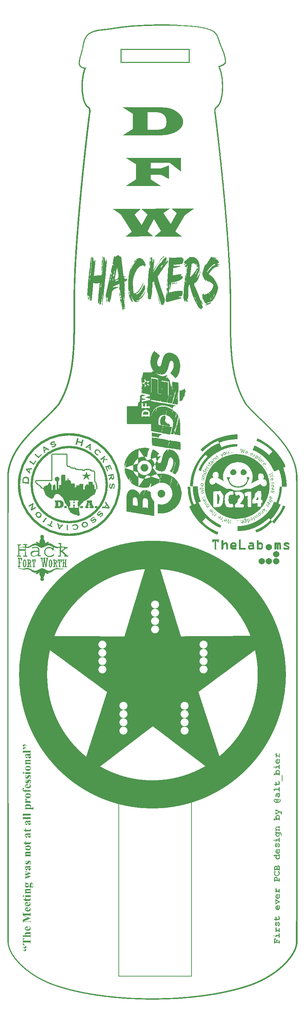
<source format=gto>
G04 MADE WITH FRITZING*
G04 WWW.FRITZING.ORG*
G04 DOUBLE SIDED*
G04 HOLES PLATED*
G04 CONTOUR ON CENTER OF CONTOUR VECTOR*
%ASAXBY*%
%FSLAX23Y23*%
%MOIN*%
%OFA0B0*%
%SFA1.0B1.0*%
%ADD10C,0.060556*%
%ADD11C,0.735556X0.691112*%
%ADD12C,0.975556X0.931112*%
%ADD13C,0.011111*%
%ADD14C,0.008000*%
%ADD15R,0.001000X0.001000*%
%LNSILK1*%
G90*
G70*
G54D10*
X2482Y4289D03*
X2550Y4222D03*
X2482Y4156D03*
X2550Y4156D03*
X2414Y4156D03*
G54D11*
X587Y4882D03*
G54D12*
X588Y4883D03*
G54D13*
G36*
X708Y4977D02*
X742Y4977D01*
X751Y5008D01*
X760Y4977D01*
X793Y4977D01*
X767Y4959D01*
X778Y4927D01*
X751Y4948D01*
X722Y4927D01*
X734Y4958D01*
X708Y4977D01*
G37*
D02*
X846Y4842D02*
X848Y4856D01*
X848Y4866D01*
X848Y4874D01*
X841Y4886D01*
X839Y4892D01*
X839Y4898D01*
X838Y4903D01*
X834Y4909D01*
X832Y4912D01*
X829Y4914D01*
X827Y4918D01*
X828Y5003D01*
X824Y5006D01*
X821Y5008D01*
X819Y5012D01*
X816Y5012D01*
X803Y5012D01*
X798Y5017D01*
X793Y5020D01*
X789Y5022D01*
X783Y5023D01*
X781Y5023D01*
X779Y5026D01*
X773Y5028D01*
X769Y5028D01*
X764Y5027D01*
X760Y5027D01*
X756Y5028D01*
X751Y5028D01*
X746Y5027D01*
X740Y5027D01*
X737Y5026D01*
X732Y5023D01*
X728Y5021D01*
X728Y5019D01*
X716Y5020D01*
X712Y5023D01*
X708Y5026D01*
X702Y5026D01*
X671Y5027D01*
X669Y5028D01*
X651Y5028D01*
X642Y5040D01*
X622Y5040D01*
X617Y5042D01*
X610Y5042D01*
X604Y5043D01*
X601Y5044D01*
X591Y5056D01*
X573Y5057D01*
X566Y5063D01*
X563Y5067D01*
X563Y5170D01*
X559Y5174D01*
X429Y5174D01*
X422Y5169D01*
X422Y5168D01*
X422Y4922D01*
X273Y4922D01*
X271Y4922D01*
X269Y4921D01*
X268Y4919D01*
X267Y4917D01*
X267Y4910D01*
X267Y4908D01*
X273Y4901D01*
X281Y4894D01*
X291Y4884D01*
X300Y4881D01*
X304Y4874D01*
X308Y4872D01*
X312Y4868D01*
X317Y4862D01*
X320Y4858D01*
X321Y4856D01*
X321Y4853D01*
X322Y4851D01*
D02*
G36*
X565Y4660D02*
X540Y4660D01*
X540Y4678D01*
X565Y4678D01*
X565Y4660D01*
G37*
D02*
G36*
X716Y4660D02*
X691Y4660D01*
X691Y4678D01*
X716Y4678D01*
X716Y4660D01*
G37*
D02*
G36*
X854Y4660D02*
X829Y4660D01*
X829Y4678D01*
X854Y4678D01*
X854Y4660D01*
G37*
D02*
G36*
X1123Y7979D02*
X1646Y7979D01*
X1646Y7851D01*
X1542Y7932D01*
X1359Y7932D01*
X1359Y7878D01*
X1457Y7878D01*
X1534Y7910D01*
X1534Y7780D01*
X1457Y7820D01*
X1359Y7820D01*
X1359Y7776D01*
X1457Y7714D01*
X1123Y7714D01*
X1220Y7776D01*
X1220Y7919D01*
X1123Y7979D01*
G37*
D02*
G36*
X1773Y7499D02*
X1685Y7437D01*
X1594Y7282D01*
X1656Y7234D01*
X1395Y7234D01*
X1457Y7287D01*
X1391Y7399D01*
X1330Y7283D01*
X1383Y7235D01*
X1122Y7232D01*
X1179Y7280D01*
X1076Y7444D01*
X1001Y7497D01*
X1267Y7497D01*
X1206Y7444D01*
X1273Y7342D01*
X1331Y7444D01*
X1271Y7497D01*
X1544Y7499D01*
X1480Y7455D01*
X1550Y7354D01*
X1608Y7455D01*
X1557Y7499D01*
X1773Y7499D01*
G37*
D02*
G54D14*
X1056Y222D02*
X1748Y222D01*
X1748Y1915D01*
X1056Y1915D01*
X1056Y222D01*
D02*
G54D15*
X1396Y9244D02*
X1538Y9244D01*
X1359Y9243D02*
X1574Y9243D01*
X1325Y9242D02*
X1596Y9242D01*
X1296Y9241D02*
X1612Y9241D01*
X1270Y9240D02*
X1626Y9240D01*
X1251Y9239D02*
X1638Y9239D01*
X1234Y9238D02*
X1648Y9238D01*
X1219Y9237D02*
X1658Y9237D01*
X1204Y9236D02*
X1675Y9236D01*
X1191Y9235D02*
X1693Y9235D01*
X1179Y9234D02*
X1708Y9234D01*
X1167Y9233D02*
X1468Y9233D01*
X1535Y9233D02*
X1723Y9233D01*
X1157Y9232D02*
X1426Y9232D01*
X1584Y9232D02*
X1739Y9232D01*
X1147Y9231D02*
X1370Y9231D01*
X1616Y9231D02*
X1757Y9231D01*
X1138Y9230D02*
X1334Y9230D01*
X1637Y9230D02*
X1769Y9230D01*
X1128Y9229D02*
X1302Y9229D01*
X1658Y9229D02*
X1779Y9229D01*
X1119Y9228D02*
X1273Y9228D01*
X1678Y9228D02*
X1788Y9228D01*
X1110Y9227D02*
X1252Y9227D01*
X1698Y9227D02*
X1796Y9227D01*
X1101Y9226D02*
X1233Y9226D01*
X1713Y9226D02*
X1803Y9226D01*
X1092Y9225D02*
X1218Y9225D01*
X1726Y9225D02*
X1809Y9225D01*
X1085Y9224D02*
X1203Y9224D01*
X1738Y9224D02*
X1816Y9224D01*
X1077Y9223D02*
X1190Y9223D01*
X1750Y9223D02*
X1823Y9223D01*
X1069Y9222D02*
X1178Y9222D01*
X1763Y9222D02*
X1829Y9222D01*
X1062Y9221D02*
X1166Y9221D01*
X1774Y9221D02*
X1835Y9221D01*
X1055Y9220D02*
X1156Y9220D01*
X1786Y9220D02*
X1840Y9220D01*
X1048Y9219D02*
X1146Y9219D01*
X1794Y9219D02*
X1846Y9219D01*
X1042Y9218D02*
X1136Y9218D01*
X1803Y9218D02*
X1851Y9218D01*
X1035Y9217D02*
X1127Y9217D01*
X1809Y9217D02*
X1856Y9217D01*
X1028Y9216D02*
X1118Y9216D01*
X1816Y9216D02*
X1860Y9216D01*
X1022Y9215D02*
X1110Y9215D01*
X1822Y9215D02*
X1865Y9215D01*
X1016Y9214D02*
X1102Y9214D01*
X1828Y9214D02*
X1869Y9214D01*
X1010Y9213D02*
X1094Y9213D01*
X1834Y9213D02*
X1873Y9213D01*
X1004Y9212D02*
X1086Y9212D01*
X1839Y9212D02*
X1877Y9212D01*
X998Y9211D02*
X1078Y9211D01*
X1844Y9211D02*
X1881Y9211D01*
X992Y9210D02*
X1071Y9210D01*
X1849Y9210D02*
X1885Y9210D01*
X986Y9209D02*
X1064Y9209D01*
X1854Y9209D02*
X1888Y9209D01*
X979Y9208D02*
X1056Y9208D01*
X1859Y9208D02*
X1892Y9208D01*
X973Y9207D02*
X1049Y9207D01*
X1863Y9207D02*
X1895Y9207D01*
X966Y9206D02*
X1042Y9206D01*
X1868Y9206D02*
X1898Y9206D01*
X958Y9205D02*
X1035Y9205D01*
X1872Y9205D02*
X1901Y9205D01*
X948Y9204D02*
X1029Y9204D01*
X1876Y9204D02*
X1905Y9204D01*
X936Y9203D02*
X1022Y9203D01*
X1880Y9203D02*
X1908Y9203D01*
X924Y9202D02*
X1015Y9202D01*
X1883Y9202D02*
X1911Y9202D01*
X916Y9201D02*
X1009Y9201D01*
X1887Y9201D02*
X1914Y9201D01*
X907Y9200D02*
X1003Y9200D01*
X1891Y9200D02*
X1917Y9200D01*
X899Y9199D02*
X996Y9199D01*
X1894Y9199D02*
X1919Y9199D01*
X891Y9198D02*
X990Y9198D01*
X1897Y9198D02*
X1922Y9198D01*
X882Y9197D02*
X984Y9197D01*
X1900Y9197D02*
X1925Y9197D01*
X876Y9196D02*
X977Y9196D01*
X1904Y9196D02*
X1928Y9196D01*
X870Y9195D02*
X971Y9195D01*
X1907Y9195D02*
X1930Y9195D01*
X864Y9194D02*
X963Y9194D01*
X1910Y9194D02*
X1933Y9194D01*
X859Y9193D02*
X955Y9193D01*
X1912Y9193D02*
X1935Y9193D01*
X854Y9192D02*
X946Y9192D01*
X1915Y9192D02*
X1938Y9192D01*
X849Y9191D02*
X937Y9191D01*
X1917Y9191D02*
X1940Y9191D01*
X844Y9190D02*
X928Y9190D01*
X1920Y9190D02*
X1943Y9190D01*
X840Y9189D02*
X918Y9189D01*
X1923Y9189D02*
X1945Y9189D01*
X836Y9188D02*
X908Y9188D01*
X1925Y9188D02*
X1947Y9188D01*
X832Y9187D02*
X899Y9187D01*
X1928Y9187D02*
X1949Y9187D01*
X828Y9186D02*
X890Y9186D01*
X1930Y9186D02*
X1951Y9186D01*
X825Y9185D02*
X881Y9185D01*
X1932Y9185D02*
X1952Y9185D01*
X821Y9184D02*
X874Y9184D01*
X1934Y9184D02*
X1954Y9184D01*
X818Y9183D02*
X868Y9183D01*
X1937Y9183D02*
X1956Y9183D01*
X816Y9182D02*
X863Y9182D01*
X1939Y9182D02*
X1957Y9182D01*
X813Y9181D02*
X858Y9181D01*
X1941Y9181D02*
X1959Y9181D01*
X810Y9180D02*
X852Y9180D01*
X1943Y9180D02*
X1960Y9180D01*
X808Y9179D02*
X847Y9179D01*
X1945Y9179D02*
X1962Y9179D01*
X806Y9178D02*
X843Y9178D01*
X1947Y9178D02*
X1963Y9178D01*
X803Y9177D02*
X838Y9177D01*
X1949Y9177D02*
X1965Y9177D01*
X801Y9176D02*
X834Y9176D01*
X1950Y9176D02*
X1966Y9176D01*
X799Y9175D02*
X831Y9175D01*
X1952Y9175D02*
X1967Y9175D01*
X797Y9174D02*
X827Y9174D01*
X1954Y9174D02*
X1968Y9174D01*
X795Y9173D02*
X824Y9173D01*
X1955Y9173D02*
X1970Y9173D01*
X793Y9172D02*
X821Y9172D01*
X1956Y9172D02*
X1971Y9172D01*
X791Y9171D02*
X817Y9171D01*
X1957Y9171D02*
X1972Y9171D01*
X789Y9170D02*
X814Y9170D01*
X1959Y9170D02*
X1973Y9170D01*
X787Y9169D02*
X812Y9169D01*
X1960Y9169D02*
X1974Y9169D01*
X785Y9168D02*
X809Y9168D01*
X1961Y9168D02*
X1975Y9168D01*
X783Y9167D02*
X806Y9167D01*
X1962Y9167D02*
X1976Y9167D01*
X781Y9166D02*
X804Y9166D01*
X1963Y9166D02*
X1977Y9166D01*
X779Y9165D02*
X802Y9165D01*
X1964Y9165D02*
X1978Y9165D01*
X778Y9164D02*
X799Y9164D01*
X1965Y9164D02*
X1978Y9164D01*
X776Y9163D02*
X797Y9163D01*
X1967Y9163D02*
X1979Y9163D01*
X775Y9162D02*
X795Y9162D01*
X1968Y9162D02*
X1980Y9162D01*
X773Y9161D02*
X793Y9161D01*
X1969Y9161D02*
X1981Y9161D01*
X772Y9160D02*
X791Y9160D01*
X1970Y9160D02*
X1982Y9160D01*
X771Y9159D02*
X790Y9159D01*
X1971Y9159D02*
X1982Y9159D01*
X769Y9158D02*
X788Y9158D01*
X1972Y9158D02*
X1983Y9158D01*
X768Y9157D02*
X786Y9157D01*
X1973Y9157D02*
X1984Y9157D01*
X767Y9156D02*
X785Y9156D01*
X1973Y9156D02*
X1985Y9156D01*
X766Y9155D02*
X783Y9155D01*
X1974Y9155D02*
X1985Y9155D01*
X765Y9154D02*
X781Y9154D01*
X1975Y9154D02*
X1986Y9154D01*
X763Y9153D02*
X780Y9153D01*
X1976Y9153D02*
X1987Y9153D01*
X762Y9152D02*
X778Y9152D01*
X1976Y9152D02*
X1987Y9152D01*
X761Y9151D02*
X777Y9151D01*
X1977Y9151D02*
X1988Y9151D01*
X760Y9150D02*
X776Y9150D01*
X1978Y9150D02*
X1989Y9150D01*
X759Y9149D02*
X774Y9149D01*
X1978Y9149D02*
X1989Y9149D01*
X758Y9148D02*
X773Y9148D01*
X1979Y9148D02*
X1990Y9148D01*
X757Y9147D02*
X772Y9147D01*
X1980Y9147D02*
X1990Y9147D01*
X756Y9146D02*
X771Y9146D01*
X1980Y9146D02*
X1991Y9146D01*
X755Y9145D02*
X769Y9145D01*
X1981Y9145D02*
X1992Y9145D01*
X754Y9144D02*
X768Y9144D01*
X1981Y9144D02*
X1992Y9144D01*
X753Y9143D02*
X767Y9143D01*
X1982Y9143D02*
X1993Y9143D01*
X753Y9142D02*
X766Y9142D01*
X1983Y9142D02*
X1993Y9142D01*
X752Y9141D02*
X765Y9141D01*
X1983Y9141D02*
X1994Y9141D01*
X751Y9140D02*
X764Y9140D01*
X1984Y9140D02*
X1994Y9140D01*
X750Y9139D02*
X763Y9139D01*
X1984Y9139D02*
X1995Y9139D01*
X749Y9138D02*
X762Y9138D01*
X1985Y9138D02*
X1995Y9138D01*
X749Y9137D02*
X761Y9137D01*
X1985Y9137D02*
X1996Y9137D01*
X748Y9136D02*
X760Y9136D01*
X1986Y9136D02*
X1996Y9136D01*
X747Y9135D02*
X759Y9135D01*
X1986Y9135D02*
X1997Y9135D01*
X747Y9134D02*
X758Y9134D01*
X1987Y9134D02*
X1997Y9134D01*
X746Y9133D02*
X757Y9133D01*
X1987Y9133D02*
X1997Y9133D01*
X745Y9132D02*
X757Y9132D01*
X1988Y9132D02*
X1998Y9132D01*
X744Y9131D02*
X756Y9131D01*
X1988Y9131D02*
X1998Y9131D01*
X744Y9130D02*
X755Y9130D01*
X1989Y9130D02*
X1999Y9130D01*
X743Y9129D02*
X754Y9129D01*
X1989Y9129D02*
X1999Y9129D01*
X743Y9128D02*
X753Y9128D01*
X1990Y9128D02*
X1999Y9128D01*
X742Y9127D02*
X753Y9127D01*
X1990Y9127D02*
X2000Y9127D01*
X741Y9126D02*
X752Y9126D01*
X1991Y9126D02*
X2000Y9126D01*
X741Y9125D02*
X752Y9125D01*
X1991Y9125D02*
X2001Y9125D01*
X740Y9124D02*
X751Y9124D01*
X1992Y9124D02*
X2001Y9124D01*
X740Y9123D02*
X750Y9123D01*
X1992Y9123D02*
X2001Y9123D01*
X739Y9122D02*
X750Y9122D01*
X1992Y9122D02*
X2002Y9122D01*
X739Y9121D02*
X749Y9121D01*
X1993Y9121D02*
X2002Y9121D01*
X738Y9120D02*
X749Y9120D01*
X1993Y9120D02*
X2003Y9120D01*
X738Y9119D02*
X748Y9119D01*
X1993Y9119D02*
X2003Y9119D01*
X737Y9118D02*
X747Y9118D01*
X1994Y9118D02*
X2003Y9118D01*
X737Y9117D02*
X747Y9117D01*
X1994Y9117D02*
X2004Y9117D01*
X736Y9116D02*
X746Y9116D01*
X1995Y9116D02*
X2004Y9116D01*
X736Y9115D02*
X746Y9115D01*
X1995Y9115D02*
X2005Y9115D01*
X735Y9114D02*
X745Y9114D01*
X1995Y9114D02*
X2005Y9114D01*
X735Y9113D02*
X745Y9113D01*
X1996Y9113D02*
X2005Y9113D01*
X734Y9112D02*
X744Y9112D01*
X1996Y9112D02*
X2006Y9112D01*
X734Y9111D02*
X744Y9111D01*
X1996Y9111D02*
X2006Y9111D01*
X733Y9110D02*
X743Y9110D01*
X1997Y9110D02*
X2006Y9110D01*
X733Y9109D02*
X743Y9109D01*
X1997Y9109D02*
X2007Y9109D01*
X732Y9108D02*
X743Y9108D01*
X1997Y9108D02*
X2007Y9108D01*
X732Y9107D02*
X742Y9107D01*
X1998Y9107D02*
X2007Y9107D01*
X731Y9106D02*
X742Y9106D01*
X1998Y9106D02*
X2008Y9106D01*
X731Y9105D02*
X741Y9105D01*
X1998Y9105D02*
X2008Y9105D01*
X731Y9104D02*
X741Y9104D01*
X1999Y9104D02*
X2008Y9104D01*
X730Y9103D02*
X740Y9103D01*
X1999Y9103D02*
X2009Y9103D01*
X730Y9102D02*
X740Y9102D01*
X1999Y9102D02*
X2009Y9102D01*
X729Y9101D02*
X740Y9101D01*
X2000Y9101D02*
X2009Y9101D01*
X729Y9100D02*
X739Y9100D01*
X2000Y9100D02*
X2010Y9100D01*
X729Y9099D02*
X739Y9099D01*
X2000Y9099D02*
X2010Y9099D01*
X728Y9098D02*
X738Y9098D01*
X2001Y9098D02*
X2010Y9098D01*
X728Y9097D02*
X738Y9097D01*
X2001Y9097D02*
X2011Y9097D01*
X728Y9096D02*
X737Y9096D01*
X2001Y9096D02*
X2011Y9096D01*
X727Y9095D02*
X737Y9095D01*
X2001Y9095D02*
X2011Y9095D01*
X727Y9094D02*
X737Y9094D01*
X2002Y9094D02*
X2012Y9094D01*
X727Y9093D02*
X736Y9093D01*
X2002Y9093D02*
X2012Y9093D01*
X726Y9092D02*
X736Y9092D01*
X2002Y9092D02*
X2012Y9092D01*
X726Y9091D02*
X736Y9091D01*
X2003Y9091D02*
X2013Y9091D01*
X726Y9090D02*
X735Y9090D01*
X2003Y9090D02*
X2013Y9090D01*
X725Y9089D02*
X735Y9089D01*
X2003Y9089D02*
X2013Y9089D01*
X725Y9088D02*
X735Y9088D01*
X2004Y9088D02*
X2014Y9088D01*
X725Y9087D02*
X734Y9087D01*
X2004Y9087D02*
X2014Y9087D01*
X724Y9086D02*
X734Y9086D01*
X2004Y9086D02*
X2014Y9086D01*
X724Y9085D02*
X734Y9085D01*
X2004Y9085D02*
X2014Y9085D01*
X724Y9084D02*
X733Y9084D01*
X2005Y9084D02*
X2015Y9084D01*
X723Y9083D02*
X733Y9083D01*
X2005Y9083D02*
X2015Y9083D01*
X723Y9082D02*
X733Y9082D01*
X2005Y9082D02*
X2015Y9082D01*
X723Y9081D02*
X733Y9081D01*
X2006Y9081D02*
X2016Y9081D01*
X723Y9080D02*
X732Y9080D01*
X2006Y9080D02*
X2016Y9080D01*
X722Y9079D02*
X732Y9079D01*
X2006Y9079D02*
X2016Y9079D01*
X722Y9078D02*
X732Y9078D01*
X2007Y9078D02*
X2017Y9078D01*
X722Y9077D02*
X731Y9077D01*
X2007Y9077D02*
X2017Y9077D01*
X722Y9076D02*
X731Y9076D01*
X2007Y9076D02*
X2017Y9076D01*
X721Y9075D02*
X731Y9075D01*
X2008Y9075D02*
X2018Y9075D01*
X721Y9074D02*
X731Y9074D01*
X2008Y9074D02*
X2018Y9074D01*
X721Y9073D02*
X730Y9073D01*
X2008Y9073D02*
X2018Y9073D01*
X720Y9072D02*
X730Y9072D01*
X2009Y9072D02*
X2019Y9072D01*
X720Y9071D02*
X730Y9071D01*
X2009Y9071D02*
X2019Y9071D01*
X720Y9070D02*
X729Y9070D01*
X2009Y9070D02*
X2019Y9070D01*
X720Y9069D02*
X729Y9069D01*
X2010Y9069D02*
X2020Y9069D01*
X719Y9068D02*
X729Y9068D01*
X2010Y9068D02*
X2020Y9068D01*
X719Y9067D02*
X729Y9067D01*
X2010Y9067D02*
X2020Y9067D01*
X719Y9066D02*
X728Y9066D01*
X2011Y9066D02*
X2021Y9066D01*
X719Y9065D02*
X728Y9065D01*
X2011Y9065D02*
X2021Y9065D01*
X719Y9064D02*
X728Y9064D01*
X2011Y9064D02*
X2022Y9064D01*
X718Y9063D02*
X728Y9063D01*
X2012Y9063D02*
X2022Y9063D01*
X718Y9062D02*
X727Y9062D01*
X2012Y9062D02*
X2022Y9062D01*
X718Y9061D02*
X727Y9061D01*
X2013Y9061D02*
X2023Y9061D01*
X718Y9060D02*
X727Y9060D01*
X2013Y9060D02*
X2023Y9060D01*
X717Y9059D02*
X727Y9059D01*
X2013Y9059D02*
X2024Y9059D01*
X717Y9058D02*
X726Y9058D01*
X2014Y9058D02*
X2024Y9058D01*
X717Y9057D02*
X726Y9057D01*
X2014Y9057D02*
X2024Y9057D01*
X717Y9056D02*
X726Y9056D01*
X2015Y9056D02*
X2025Y9056D01*
X716Y9055D02*
X726Y9055D01*
X2015Y9055D02*
X2025Y9055D01*
X716Y9054D02*
X725Y9054D01*
X2016Y9054D02*
X2026Y9054D01*
X716Y9053D02*
X725Y9053D01*
X2016Y9053D02*
X2026Y9053D01*
X716Y9052D02*
X725Y9052D01*
X2016Y9052D02*
X2026Y9052D01*
X715Y9051D02*
X725Y9051D01*
X2017Y9051D02*
X2027Y9051D01*
X715Y9050D02*
X724Y9050D01*
X2017Y9050D02*
X2027Y9050D01*
X715Y9049D02*
X724Y9049D01*
X2018Y9049D02*
X2028Y9049D01*
X715Y9048D02*
X724Y9048D01*
X2018Y9048D02*
X2028Y9048D01*
X715Y9047D02*
X724Y9047D01*
X2019Y9047D02*
X2028Y9047D01*
X714Y9046D02*
X723Y9046D01*
X2019Y9046D02*
X2029Y9046D01*
X714Y9045D02*
X723Y9045D01*
X2019Y9045D02*
X2029Y9045D01*
X714Y9044D02*
X723Y9044D01*
X2020Y9044D02*
X2029Y9044D01*
X714Y9043D02*
X723Y9043D01*
X2020Y9043D02*
X2030Y9043D01*
X713Y9042D02*
X723Y9042D01*
X2021Y9042D02*
X2030Y9042D01*
X713Y9041D02*
X722Y9041D01*
X2021Y9041D02*
X2031Y9041D01*
X713Y9040D02*
X722Y9040D01*
X2022Y9040D02*
X2031Y9040D01*
X713Y9039D02*
X722Y9039D01*
X2022Y9039D02*
X2031Y9039D01*
X713Y9038D02*
X722Y9038D01*
X2022Y9038D02*
X2032Y9038D01*
X713Y9037D02*
X721Y9037D01*
X2023Y9037D02*
X2032Y9037D01*
X712Y9036D02*
X721Y9036D01*
X2023Y9036D02*
X2033Y9036D01*
X712Y9035D02*
X721Y9035D01*
X2024Y9035D02*
X2033Y9035D01*
X712Y9034D02*
X721Y9034D01*
X2024Y9034D02*
X2033Y9034D01*
X712Y9033D02*
X721Y9033D01*
X2025Y9033D02*
X2034Y9033D01*
X712Y9032D02*
X720Y9032D01*
X2025Y9032D02*
X2034Y9032D01*
X712Y9031D02*
X720Y9031D01*
X2025Y9031D02*
X2035Y9031D01*
X712Y9030D02*
X720Y9030D01*
X2026Y9030D02*
X2035Y9030D01*
X712Y9029D02*
X720Y9029D01*
X2026Y9029D02*
X2035Y9029D01*
X712Y9028D02*
X720Y9028D01*
X2027Y9028D02*
X2036Y9028D01*
X712Y9027D02*
X720Y9027D01*
X2027Y9027D02*
X2036Y9027D01*
X711Y9026D02*
X719Y9026D01*
X2027Y9026D02*
X2037Y9026D01*
X711Y9025D02*
X719Y9025D01*
X2028Y9025D02*
X2037Y9025D01*
X711Y9024D02*
X719Y9024D01*
X2028Y9024D02*
X2037Y9024D01*
X711Y9023D02*
X719Y9023D01*
X2029Y9023D02*
X2038Y9023D01*
X711Y9022D02*
X719Y9022D01*
X2029Y9022D02*
X2038Y9022D01*
X711Y9021D02*
X719Y9021D01*
X2030Y9021D02*
X2039Y9021D01*
X711Y9020D02*
X719Y9020D01*
X2030Y9020D02*
X2039Y9020D01*
X710Y9019D02*
X719Y9019D01*
X2030Y9019D02*
X2040Y9019D01*
X710Y9018D02*
X718Y9018D01*
X2031Y9018D02*
X2040Y9018D01*
X710Y9017D02*
X718Y9017D01*
X2031Y9017D02*
X2040Y9017D01*
X710Y9016D02*
X718Y9016D01*
X2032Y9016D02*
X2041Y9016D01*
X710Y9015D02*
X718Y9015D01*
X2032Y9015D02*
X2041Y9015D01*
X710Y9014D02*
X718Y9014D01*
X2032Y9014D02*
X2042Y9014D01*
X709Y9013D02*
X717Y9013D01*
X2033Y9013D02*
X2042Y9013D01*
X709Y9012D02*
X717Y9012D01*
X1073Y9012D02*
X1731Y9012D01*
X2033Y9012D02*
X2043Y9012D01*
X709Y9011D02*
X717Y9011D01*
X1073Y9011D02*
X1731Y9011D01*
X2034Y9011D02*
X2043Y9011D01*
X709Y9010D02*
X717Y9010D01*
X1073Y9010D02*
X1731Y9010D01*
X2034Y9010D02*
X2044Y9010D01*
X708Y9009D02*
X717Y9009D01*
X1073Y9009D02*
X1731Y9009D01*
X2035Y9009D02*
X2044Y9009D01*
X708Y9008D02*
X716Y9008D01*
X1073Y9008D02*
X1731Y9008D01*
X2035Y9008D02*
X2044Y9008D01*
X708Y9007D02*
X716Y9007D01*
X1073Y9007D02*
X1731Y9007D01*
X2035Y9007D02*
X2045Y9007D01*
X708Y9006D02*
X716Y9006D01*
X1073Y9006D02*
X1731Y9006D01*
X2036Y9006D02*
X2045Y9006D01*
X707Y9005D02*
X716Y9005D01*
X1073Y9005D02*
X1731Y9005D01*
X2036Y9005D02*
X2046Y9005D01*
X707Y9004D02*
X715Y9004D01*
X1073Y9004D02*
X1731Y9004D01*
X2037Y9004D02*
X2046Y9004D01*
X707Y9003D02*
X715Y9003D01*
X1073Y9003D02*
X1731Y9003D01*
X2037Y9003D02*
X2046Y9003D01*
X707Y9002D02*
X715Y9002D01*
X1073Y9002D02*
X1731Y9002D01*
X2037Y9002D02*
X2047Y9002D01*
X706Y9001D02*
X715Y9001D01*
X1073Y9001D02*
X1083Y9001D01*
X1721Y9001D02*
X1731Y9001D01*
X2038Y9001D02*
X2047Y9001D01*
X706Y9000D02*
X715Y9000D01*
X1073Y9000D02*
X1083Y9000D01*
X1721Y9000D02*
X1731Y9000D01*
X2038Y9000D02*
X2048Y9000D01*
X706Y8999D02*
X714Y8999D01*
X1073Y8999D02*
X1083Y8999D01*
X1721Y8999D02*
X1731Y8999D01*
X2039Y8999D02*
X2048Y8999D01*
X706Y8998D02*
X714Y8998D01*
X1073Y8998D02*
X1083Y8998D01*
X1721Y8998D02*
X1731Y8998D01*
X2039Y8998D02*
X2049Y8998D01*
X705Y8997D02*
X714Y8997D01*
X1073Y8997D02*
X1083Y8997D01*
X1721Y8997D02*
X1731Y8997D01*
X2039Y8997D02*
X2049Y8997D01*
X705Y8996D02*
X714Y8996D01*
X1073Y8996D02*
X1083Y8996D01*
X1721Y8996D02*
X1731Y8996D01*
X2040Y8996D02*
X2049Y8996D01*
X705Y8995D02*
X713Y8995D01*
X1073Y8995D02*
X1083Y8995D01*
X1721Y8995D02*
X1731Y8995D01*
X2040Y8995D02*
X2050Y8995D01*
X704Y8994D02*
X713Y8994D01*
X1073Y8994D02*
X1083Y8994D01*
X1721Y8994D02*
X1731Y8994D01*
X2041Y8994D02*
X2050Y8994D01*
X704Y8993D02*
X713Y8993D01*
X1073Y8993D02*
X1083Y8993D01*
X1721Y8993D02*
X1731Y8993D01*
X2041Y8993D02*
X2051Y8993D01*
X704Y8992D02*
X713Y8992D01*
X1073Y8992D02*
X1083Y8992D01*
X1721Y8992D02*
X1731Y8992D01*
X2041Y8992D02*
X2051Y8992D01*
X704Y8991D02*
X712Y8991D01*
X1073Y8991D02*
X1083Y8991D01*
X1721Y8991D02*
X1731Y8991D01*
X2042Y8991D02*
X2051Y8991D01*
X703Y8990D02*
X712Y8990D01*
X1073Y8990D02*
X1083Y8990D01*
X1721Y8990D02*
X1731Y8990D01*
X2042Y8990D02*
X2052Y8990D01*
X703Y8989D02*
X712Y8989D01*
X1073Y8989D02*
X1083Y8989D01*
X1721Y8989D02*
X1731Y8989D01*
X2043Y8989D02*
X2052Y8989D01*
X703Y8988D02*
X712Y8988D01*
X1073Y8988D02*
X1083Y8988D01*
X1721Y8988D02*
X1731Y8988D01*
X2043Y8988D02*
X2052Y8988D01*
X702Y8987D02*
X711Y8987D01*
X1073Y8987D02*
X1083Y8987D01*
X1721Y8987D02*
X1731Y8987D01*
X2043Y8987D02*
X2053Y8987D01*
X702Y8986D02*
X711Y8986D01*
X1073Y8986D02*
X1083Y8986D01*
X1721Y8986D02*
X1731Y8986D01*
X2044Y8986D02*
X2053Y8986D01*
X702Y8985D02*
X711Y8985D01*
X1073Y8985D02*
X1083Y8985D01*
X1721Y8985D02*
X1731Y8985D01*
X2044Y8985D02*
X2054Y8985D01*
X701Y8984D02*
X711Y8984D01*
X1073Y8984D02*
X1083Y8984D01*
X1721Y8984D02*
X1731Y8984D01*
X2044Y8984D02*
X2054Y8984D01*
X701Y8983D02*
X710Y8983D01*
X1073Y8983D02*
X1083Y8983D01*
X1721Y8983D02*
X1731Y8983D01*
X2045Y8983D02*
X2054Y8983D01*
X701Y8982D02*
X710Y8982D01*
X1073Y8982D02*
X1083Y8982D01*
X1721Y8982D02*
X1731Y8982D01*
X2045Y8982D02*
X2055Y8982D01*
X701Y8981D02*
X710Y8981D01*
X1073Y8981D02*
X1083Y8981D01*
X1721Y8981D02*
X1731Y8981D01*
X2045Y8981D02*
X2055Y8981D01*
X700Y8980D02*
X710Y8980D01*
X1073Y8980D02*
X1083Y8980D01*
X1721Y8980D02*
X1731Y8980D01*
X2046Y8980D02*
X2055Y8980D01*
X700Y8979D02*
X709Y8979D01*
X1073Y8979D02*
X1083Y8979D01*
X1721Y8979D02*
X1731Y8979D01*
X2046Y8979D02*
X2056Y8979D01*
X700Y8978D02*
X709Y8978D01*
X1073Y8978D02*
X1083Y8978D01*
X1721Y8978D02*
X1731Y8978D01*
X2047Y8978D02*
X2056Y8978D01*
X699Y8977D02*
X709Y8977D01*
X1073Y8977D02*
X1083Y8977D01*
X1721Y8977D02*
X1731Y8977D01*
X2047Y8977D02*
X2057Y8977D01*
X699Y8976D02*
X708Y8976D01*
X1073Y8976D02*
X1083Y8976D01*
X1721Y8976D02*
X1731Y8976D01*
X2047Y8976D02*
X2057Y8976D01*
X699Y8975D02*
X708Y8975D01*
X1073Y8975D02*
X1083Y8975D01*
X1721Y8975D02*
X1731Y8975D01*
X2048Y8975D02*
X2057Y8975D01*
X698Y8974D02*
X708Y8974D01*
X1073Y8974D02*
X1083Y8974D01*
X1721Y8974D02*
X1731Y8974D01*
X2048Y8974D02*
X2058Y8974D01*
X698Y8973D02*
X708Y8973D01*
X1073Y8973D02*
X1083Y8973D01*
X1721Y8973D02*
X1731Y8973D01*
X2048Y8973D02*
X2058Y8973D01*
X698Y8972D02*
X707Y8972D01*
X1073Y8972D02*
X1083Y8972D01*
X1721Y8972D02*
X1731Y8972D01*
X2049Y8972D02*
X2059Y8972D01*
X698Y8971D02*
X707Y8971D01*
X1073Y8971D02*
X1083Y8971D01*
X1721Y8971D02*
X1731Y8971D01*
X2049Y8971D02*
X2059Y8971D01*
X697Y8970D02*
X707Y8970D01*
X1073Y8970D02*
X1083Y8970D01*
X1721Y8970D02*
X1731Y8970D01*
X2049Y8970D02*
X2059Y8970D01*
X697Y8969D02*
X707Y8969D01*
X1073Y8969D02*
X1083Y8969D01*
X1721Y8969D02*
X1731Y8969D01*
X2050Y8969D02*
X2060Y8969D01*
X697Y8968D02*
X706Y8968D01*
X1073Y8968D02*
X1083Y8968D01*
X1721Y8968D02*
X1731Y8968D01*
X2050Y8968D02*
X2060Y8968D01*
X696Y8967D02*
X706Y8967D01*
X1073Y8967D02*
X1083Y8967D01*
X1721Y8967D02*
X1731Y8967D01*
X2051Y8967D02*
X2060Y8967D01*
X696Y8966D02*
X706Y8966D01*
X1073Y8966D02*
X1083Y8966D01*
X1721Y8966D02*
X1731Y8966D01*
X2051Y8966D02*
X2061Y8966D01*
X696Y8965D02*
X705Y8965D01*
X1073Y8965D02*
X1083Y8965D01*
X1721Y8965D02*
X1731Y8965D01*
X2051Y8965D02*
X2061Y8965D01*
X695Y8964D02*
X705Y8964D01*
X1073Y8964D02*
X1083Y8964D01*
X1721Y8964D02*
X1731Y8964D01*
X2051Y8964D02*
X2061Y8964D01*
X695Y8963D02*
X705Y8963D01*
X1073Y8963D02*
X1083Y8963D01*
X1721Y8963D02*
X1731Y8963D01*
X2052Y8963D02*
X2062Y8963D01*
X695Y8962D02*
X705Y8962D01*
X1073Y8962D02*
X1083Y8962D01*
X1721Y8962D02*
X1731Y8962D01*
X2052Y8962D02*
X2062Y8962D01*
X695Y8961D02*
X704Y8961D01*
X1073Y8961D02*
X1083Y8961D01*
X1721Y8961D02*
X1731Y8961D01*
X2052Y8961D02*
X2062Y8961D01*
X694Y8960D02*
X704Y8960D01*
X1073Y8960D02*
X1083Y8960D01*
X1721Y8960D02*
X1731Y8960D01*
X2053Y8960D02*
X2062Y8960D01*
X694Y8959D02*
X704Y8959D01*
X1073Y8959D02*
X1083Y8959D01*
X1721Y8959D02*
X1731Y8959D01*
X2053Y8959D02*
X2063Y8959D01*
X694Y8958D02*
X703Y8958D01*
X1073Y8958D02*
X1083Y8958D01*
X1721Y8958D02*
X1731Y8958D01*
X2053Y8958D02*
X2063Y8958D01*
X694Y8957D02*
X703Y8957D01*
X1073Y8957D02*
X1083Y8957D01*
X1721Y8957D02*
X1731Y8957D01*
X2054Y8957D02*
X2063Y8957D01*
X693Y8956D02*
X703Y8956D01*
X1073Y8956D02*
X1083Y8956D01*
X1721Y8956D02*
X1731Y8956D01*
X2054Y8956D02*
X2064Y8956D01*
X693Y8955D02*
X702Y8955D01*
X1073Y8955D02*
X1083Y8955D01*
X1721Y8955D02*
X1731Y8955D01*
X2054Y8955D02*
X2064Y8955D01*
X693Y8954D02*
X702Y8954D01*
X1073Y8954D02*
X1083Y8954D01*
X1721Y8954D02*
X1731Y8954D01*
X2054Y8954D02*
X2064Y8954D01*
X692Y8953D02*
X702Y8953D01*
X1073Y8953D02*
X1083Y8953D01*
X1721Y8953D02*
X1731Y8953D01*
X2055Y8953D02*
X2064Y8953D01*
X692Y8952D02*
X701Y8952D01*
X1073Y8952D02*
X1083Y8952D01*
X1721Y8952D02*
X1731Y8952D01*
X2055Y8952D02*
X2065Y8952D01*
X692Y8951D02*
X701Y8951D01*
X1073Y8951D02*
X1083Y8951D01*
X1721Y8951D02*
X1731Y8951D01*
X2055Y8951D02*
X2065Y8951D01*
X692Y8950D02*
X701Y8950D01*
X1073Y8950D02*
X1083Y8950D01*
X1721Y8950D02*
X1731Y8950D01*
X2056Y8950D02*
X2065Y8950D01*
X691Y8949D02*
X700Y8949D01*
X1073Y8949D02*
X1083Y8949D01*
X1721Y8949D02*
X1731Y8949D01*
X2056Y8949D02*
X2066Y8949D01*
X691Y8948D02*
X700Y8948D01*
X1073Y8948D02*
X1083Y8948D01*
X1721Y8948D02*
X1731Y8948D01*
X2056Y8948D02*
X2066Y8948D01*
X691Y8947D02*
X700Y8947D01*
X1073Y8947D02*
X1083Y8947D01*
X1721Y8947D02*
X1731Y8947D01*
X2057Y8947D02*
X2066Y8947D01*
X690Y8946D02*
X700Y8946D01*
X1073Y8946D02*
X1083Y8946D01*
X1721Y8946D02*
X1731Y8946D01*
X2057Y8946D02*
X2066Y8946D01*
X690Y8945D02*
X699Y8945D01*
X1073Y8945D02*
X1083Y8945D01*
X1721Y8945D02*
X1731Y8945D01*
X2057Y8945D02*
X2067Y8945D01*
X690Y8944D02*
X699Y8944D01*
X1073Y8944D02*
X1083Y8944D01*
X1721Y8944D02*
X1731Y8944D01*
X2057Y8944D02*
X2067Y8944D01*
X690Y8943D02*
X699Y8943D01*
X1073Y8943D02*
X1083Y8943D01*
X1721Y8943D02*
X1731Y8943D01*
X2058Y8943D02*
X2067Y8943D01*
X689Y8942D02*
X698Y8942D01*
X1073Y8942D02*
X1083Y8942D01*
X1721Y8942D02*
X1731Y8942D01*
X2058Y8942D02*
X2067Y8942D01*
X689Y8941D02*
X698Y8941D01*
X1073Y8941D02*
X1083Y8941D01*
X1721Y8941D02*
X1731Y8941D01*
X2058Y8941D02*
X2068Y8941D01*
X689Y8940D02*
X698Y8940D01*
X1073Y8940D02*
X1083Y8940D01*
X1721Y8940D02*
X1731Y8940D01*
X2058Y8940D02*
X2068Y8940D01*
X688Y8939D02*
X698Y8939D01*
X1073Y8939D02*
X1083Y8939D01*
X1721Y8939D02*
X1731Y8939D01*
X2059Y8939D02*
X2068Y8939D01*
X688Y8938D02*
X697Y8938D01*
X1073Y8938D02*
X1083Y8938D01*
X1721Y8938D02*
X1731Y8938D01*
X2059Y8938D02*
X2068Y8938D01*
X688Y8937D02*
X697Y8937D01*
X1073Y8937D02*
X1083Y8937D01*
X1721Y8937D02*
X1731Y8937D01*
X2059Y8937D02*
X2068Y8937D01*
X688Y8936D02*
X697Y8936D01*
X1073Y8936D02*
X1083Y8936D01*
X1721Y8936D02*
X1731Y8936D01*
X2059Y8936D02*
X2069Y8936D01*
X687Y8935D02*
X696Y8935D01*
X1073Y8935D02*
X1083Y8935D01*
X1721Y8935D02*
X1731Y8935D01*
X2060Y8935D02*
X2069Y8935D01*
X687Y8934D02*
X696Y8934D01*
X1073Y8934D02*
X1083Y8934D01*
X1721Y8934D02*
X1731Y8934D01*
X2060Y8934D02*
X2069Y8934D01*
X687Y8933D02*
X696Y8933D01*
X1073Y8933D02*
X1083Y8933D01*
X1721Y8933D02*
X1731Y8933D01*
X2060Y8933D02*
X2069Y8933D01*
X687Y8932D02*
X696Y8932D01*
X1073Y8932D02*
X1083Y8932D01*
X1721Y8932D02*
X1731Y8932D01*
X2060Y8932D02*
X2069Y8932D01*
X686Y8931D02*
X695Y8931D01*
X1073Y8931D02*
X1083Y8931D01*
X1721Y8931D02*
X1731Y8931D01*
X2060Y8931D02*
X2070Y8931D01*
X686Y8930D02*
X695Y8930D01*
X1073Y8930D02*
X1083Y8930D01*
X1721Y8930D02*
X1731Y8930D01*
X2061Y8930D02*
X2070Y8930D01*
X686Y8929D02*
X695Y8929D01*
X1073Y8929D02*
X1083Y8929D01*
X1721Y8929D02*
X1731Y8929D01*
X2061Y8929D02*
X2070Y8929D01*
X685Y8928D02*
X695Y8928D01*
X1073Y8928D02*
X1083Y8928D01*
X1721Y8928D02*
X1731Y8928D01*
X2061Y8928D02*
X2070Y8928D01*
X685Y8927D02*
X694Y8927D01*
X1073Y8927D02*
X1083Y8927D01*
X1721Y8927D02*
X1731Y8927D01*
X2061Y8927D02*
X2070Y8927D01*
X685Y8926D02*
X694Y8926D01*
X1073Y8926D02*
X1083Y8926D01*
X1721Y8926D02*
X1731Y8926D01*
X2061Y8926D02*
X2071Y8926D01*
X685Y8925D02*
X694Y8925D01*
X1073Y8925D02*
X1083Y8925D01*
X1721Y8925D02*
X1731Y8925D01*
X2061Y8925D02*
X2071Y8925D01*
X684Y8924D02*
X694Y8924D01*
X1073Y8924D02*
X1083Y8924D01*
X1721Y8924D02*
X1731Y8924D01*
X2062Y8924D02*
X2071Y8924D01*
X684Y8923D02*
X693Y8923D01*
X1073Y8923D02*
X1083Y8923D01*
X1721Y8923D02*
X1731Y8923D01*
X2062Y8923D02*
X2071Y8923D01*
X684Y8922D02*
X693Y8922D01*
X1073Y8922D02*
X1083Y8922D01*
X1721Y8922D02*
X1731Y8922D01*
X2062Y8922D02*
X2071Y8922D01*
X684Y8921D02*
X693Y8921D01*
X1073Y8921D02*
X1083Y8921D01*
X1721Y8921D02*
X1731Y8921D01*
X2062Y8921D02*
X2071Y8921D01*
X683Y8920D02*
X693Y8920D01*
X1073Y8920D02*
X1083Y8920D01*
X1721Y8920D02*
X1731Y8920D01*
X2062Y8920D02*
X2072Y8920D01*
X683Y8919D02*
X692Y8919D01*
X1073Y8919D02*
X1083Y8919D01*
X1721Y8919D02*
X1731Y8919D01*
X2062Y8919D02*
X2072Y8919D01*
X683Y8918D02*
X692Y8918D01*
X1073Y8918D02*
X1083Y8918D01*
X1721Y8918D02*
X1731Y8918D01*
X2062Y8918D02*
X2072Y8918D01*
X682Y8917D02*
X692Y8917D01*
X1073Y8917D02*
X1083Y8917D01*
X1721Y8917D02*
X1731Y8917D01*
X2063Y8917D02*
X2072Y8917D01*
X682Y8916D02*
X692Y8916D01*
X1073Y8916D02*
X1083Y8916D01*
X1721Y8916D02*
X1731Y8916D01*
X2063Y8916D02*
X2072Y8916D01*
X682Y8915D02*
X692Y8915D01*
X1073Y8915D02*
X1083Y8915D01*
X1721Y8915D02*
X1731Y8915D01*
X2063Y8915D02*
X2072Y8915D01*
X682Y8914D02*
X691Y8914D01*
X1073Y8914D02*
X1083Y8914D01*
X1721Y8914D02*
X1731Y8914D01*
X2063Y8914D02*
X2073Y8914D01*
X682Y8913D02*
X691Y8913D01*
X1073Y8913D02*
X1083Y8913D01*
X1721Y8913D02*
X1731Y8913D01*
X2063Y8913D02*
X2073Y8913D01*
X681Y8912D02*
X691Y8912D01*
X1073Y8912D02*
X1083Y8912D01*
X1721Y8912D02*
X1731Y8912D01*
X2063Y8912D02*
X2073Y8912D01*
X681Y8911D02*
X691Y8911D01*
X1073Y8911D02*
X1083Y8911D01*
X1721Y8911D02*
X1731Y8911D01*
X2063Y8911D02*
X2073Y8911D01*
X681Y8910D02*
X691Y8910D01*
X1073Y8910D02*
X1083Y8910D01*
X1721Y8910D02*
X1731Y8910D01*
X2063Y8910D02*
X2073Y8910D01*
X681Y8909D02*
X691Y8909D01*
X1073Y8909D02*
X1083Y8909D01*
X1721Y8909D02*
X1731Y8909D01*
X2063Y8909D02*
X2073Y8909D01*
X681Y8908D02*
X690Y8908D01*
X1073Y8908D02*
X1083Y8908D01*
X1721Y8908D02*
X1731Y8908D01*
X2063Y8908D02*
X2073Y8908D01*
X680Y8907D02*
X690Y8907D01*
X1073Y8907D02*
X1083Y8907D01*
X1721Y8907D02*
X1731Y8907D01*
X2063Y8907D02*
X2073Y8907D01*
X680Y8906D02*
X690Y8906D01*
X1073Y8906D02*
X1083Y8906D01*
X1721Y8906D02*
X1731Y8906D01*
X2063Y8906D02*
X2073Y8906D01*
X680Y8905D02*
X690Y8905D01*
X1073Y8905D02*
X1083Y8905D01*
X1721Y8905D02*
X1731Y8905D01*
X2063Y8905D02*
X2073Y8905D01*
X680Y8904D02*
X690Y8904D01*
X1073Y8904D02*
X1083Y8904D01*
X1721Y8904D02*
X1731Y8904D01*
X2063Y8904D02*
X2073Y8904D01*
X680Y8903D02*
X690Y8903D01*
X1073Y8903D02*
X1083Y8903D01*
X1721Y8903D02*
X1731Y8903D01*
X2063Y8903D02*
X2073Y8903D01*
X680Y8902D02*
X690Y8902D01*
X1073Y8902D02*
X1083Y8902D01*
X1721Y8902D02*
X1731Y8902D01*
X2063Y8902D02*
X2073Y8902D01*
X679Y8901D02*
X689Y8901D01*
X1073Y8901D02*
X1083Y8901D01*
X1721Y8901D02*
X1731Y8901D01*
X2063Y8901D02*
X2073Y8901D01*
X679Y8900D02*
X689Y8900D01*
X1073Y8900D02*
X1083Y8900D01*
X1721Y8900D02*
X1731Y8900D01*
X2063Y8900D02*
X2073Y8900D01*
X679Y8899D02*
X689Y8899D01*
X1073Y8899D02*
X1083Y8899D01*
X1721Y8899D02*
X1731Y8899D01*
X2063Y8899D02*
X2073Y8899D01*
X679Y8898D02*
X689Y8898D01*
X1073Y8898D02*
X1083Y8898D01*
X1721Y8898D02*
X1731Y8898D01*
X2063Y8898D02*
X2073Y8898D01*
X679Y8897D02*
X689Y8897D01*
X1073Y8897D02*
X1083Y8897D01*
X1721Y8897D02*
X1731Y8897D01*
X2063Y8897D02*
X2073Y8897D01*
X679Y8896D02*
X689Y8896D01*
X1073Y8896D02*
X1083Y8896D01*
X1721Y8896D02*
X1731Y8896D01*
X2063Y8896D02*
X2073Y8896D01*
X679Y8895D02*
X689Y8895D01*
X1073Y8895D02*
X1083Y8895D01*
X1721Y8895D02*
X1731Y8895D01*
X2063Y8895D02*
X2073Y8895D01*
X679Y8894D02*
X689Y8894D01*
X1073Y8894D02*
X1083Y8894D01*
X1721Y8894D02*
X1731Y8894D01*
X2063Y8894D02*
X2073Y8894D01*
X679Y8893D02*
X689Y8893D01*
X1073Y8893D02*
X1083Y8893D01*
X1721Y8893D02*
X1731Y8893D01*
X2063Y8893D02*
X2073Y8893D01*
X678Y8892D02*
X689Y8892D01*
X1073Y8892D02*
X1083Y8892D01*
X1721Y8892D02*
X1731Y8892D01*
X2063Y8892D02*
X2073Y8892D01*
X678Y8891D02*
X688Y8891D01*
X1073Y8891D02*
X1083Y8891D01*
X1721Y8891D02*
X1731Y8891D01*
X2063Y8891D02*
X2073Y8891D01*
X678Y8890D02*
X688Y8890D01*
X1073Y8890D02*
X1731Y8890D01*
X2063Y8890D02*
X2073Y8890D01*
X678Y8889D02*
X688Y8889D01*
X1073Y8889D02*
X1731Y8889D01*
X2063Y8889D02*
X2073Y8889D01*
X678Y8888D02*
X688Y8888D01*
X1073Y8888D02*
X1731Y8888D01*
X2063Y8888D02*
X2073Y8888D01*
X678Y8887D02*
X688Y8887D01*
X1073Y8887D02*
X1731Y8887D01*
X2063Y8887D02*
X2073Y8887D01*
X678Y8886D02*
X688Y8886D01*
X1073Y8886D02*
X1731Y8886D01*
X2062Y8886D02*
X2073Y8886D01*
X678Y8885D02*
X688Y8885D01*
X1073Y8885D02*
X1731Y8885D01*
X2062Y8885D02*
X2073Y8885D01*
X678Y8884D02*
X688Y8884D01*
X1073Y8884D02*
X1731Y8884D01*
X2062Y8884D02*
X2073Y8884D01*
X678Y8883D02*
X688Y8883D01*
X1073Y8883D02*
X1731Y8883D01*
X2062Y8883D02*
X2073Y8883D01*
X678Y8882D02*
X688Y8882D01*
X1073Y8882D02*
X1731Y8882D01*
X2062Y8882D02*
X2072Y8882D01*
X678Y8881D02*
X688Y8881D01*
X1073Y8881D02*
X1731Y8881D01*
X2062Y8881D02*
X2072Y8881D01*
X678Y8880D02*
X688Y8880D01*
X1073Y8880D02*
X1731Y8880D01*
X2062Y8880D02*
X2072Y8880D01*
X678Y8879D02*
X688Y8879D01*
X1074Y8879D02*
X1730Y8879D01*
X2061Y8879D02*
X2072Y8879D01*
X678Y8878D02*
X688Y8878D01*
X2060Y8878D02*
X2072Y8878D01*
X678Y8877D02*
X688Y8877D01*
X2059Y8877D02*
X2072Y8877D01*
X678Y8876D02*
X688Y8876D01*
X2057Y8876D02*
X2072Y8876D01*
X678Y8875D02*
X688Y8875D01*
X2056Y8875D02*
X2072Y8875D01*
X678Y8874D02*
X688Y8874D01*
X2055Y8874D02*
X2072Y8874D01*
X678Y8873D02*
X688Y8873D01*
X2054Y8873D02*
X2071Y8873D01*
X678Y8872D02*
X688Y8872D01*
X2052Y8872D02*
X2070Y8872D01*
X678Y8871D02*
X688Y8871D01*
X2051Y8871D02*
X2068Y8871D01*
X678Y8870D02*
X688Y8870D01*
X2049Y8870D02*
X2067Y8870D01*
X678Y8869D02*
X688Y8869D01*
X2048Y8869D02*
X2066Y8869D01*
X678Y8868D02*
X689Y8868D01*
X2046Y8868D02*
X2066Y8868D01*
X678Y8867D02*
X689Y8867D01*
X2045Y8867D02*
X2064Y8867D01*
X678Y8866D02*
X689Y8866D01*
X2043Y8866D02*
X2063Y8866D01*
X679Y8865D02*
X690Y8865D01*
X2041Y8865D02*
X2062Y8865D01*
X679Y8864D02*
X690Y8864D01*
X2040Y8864D02*
X2061Y8864D01*
X679Y8863D02*
X690Y8863D01*
X2038Y8863D02*
X2060Y8863D01*
X680Y8862D02*
X691Y8862D01*
X2036Y8862D02*
X2059Y8862D01*
X680Y8861D02*
X691Y8861D01*
X2034Y8861D02*
X2057Y8861D01*
X680Y8860D02*
X692Y8860D01*
X2032Y8860D02*
X2056Y8860D01*
X681Y8859D02*
X692Y8859D01*
X2030Y8859D02*
X2055Y8859D01*
X681Y8858D02*
X693Y8858D01*
X2027Y8858D02*
X2053Y8858D01*
X681Y8857D02*
X693Y8857D01*
X2025Y8857D02*
X2052Y8857D01*
X682Y8856D02*
X694Y8856D01*
X2023Y8856D02*
X2050Y8856D01*
X682Y8855D02*
X695Y8855D01*
X2020Y8855D02*
X2048Y8855D01*
X683Y8854D02*
X696Y8854D01*
X2018Y8854D02*
X2047Y8854D01*
X683Y8853D02*
X696Y8853D01*
X2015Y8853D02*
X2045Y8853D01*
X684Y8852D02*
X697Y8852D01*
X2012Y8852D02*
X2043Y8852D01*
X684Y8851D02*
X698Y8851D01*
X2008Y8851D02*
X2041Y8851D01*
X685Y8850D02*
X699Y8850D01*
X2004Y8850D02*
X2039Y8850D01*
X686Y8849D02*
X700Y8849D01*
X2000Y8849D02*
X2037Y8849D01*
X686Y8848D02*
X701Y8848D01*
X2000Y8848D02*
X2034Y8848D01*
X687Y8847D02*
X702Y8847D01*
X2001Y8847D02*
X2032Y8847D01*
X688Y8846D02*
X703Y8846D01*
X2001Y8846D02*
X2029Y8846D01*
X689Y8845D02*
X704Y8845D01*
X2002Y8845D02*
X2026Y8845D01*
X690Y8844D02*
X706Y8844D01*
X2002Y8844D02*
X2024Y8844D01*
X691Y8843D02*
X707Y8843D01*
X2003Y8843D02*
X2021Y8843D01*
X692Y8842D02*
X709Y8842D01*
X2003Y8842D02*
X2018Y8842D01*
X693Y8841D02*
X711Y8841D01*
X2003Y8841D02*
X2015Y8841D01*
X694Y8840D02*
X713Y8840D01*
X2004Y8840D02*
X2016Y8840D01*
X695Y8839D02*
X717Y8839D01*
X2004Y8839D02*
X2016Y8839D01*
X696Y8838D02*
X722Y8838D01*
X2005Y8838D02*
X2017Y8838D01*
X698Y8837D02*
X728Y8837D01*
X741Y8837D02*
X748Y8837D01*
X2005Y8837D02*
X2017Y8837D01*
X699Y8836D02*
X748Y8836D01*
X2006Y8836D02*
X2017Y8836D01*
X701Y8835D02*
X748Y8835D01*
X2006Y8835D02*
X2018Y8835D01*
X703Y8834D02*
X747Y8834D01*
X2007Y8834D02*
X2018Y8834D01*
X705Y8833D02*
X747Y8833D01*
X2007Y8833D02*
X2019Y8833D01*
X708Y8832D02*
X746Y8832D01*
X2007Y8832D02*
X2019Y8832D01*
X710Y8831D02*
X746Y8831D01*
X2008Y8831D02*
X2019Y8831D01*
X712Y8830D02*
X745Y8830D01*
X2008Y8830D02*
X2020Y8830D01*
X715Y8829D02*
X745Y8829D01*
X2009Y8829D02*
X2020Y8829D01*
X719Y8828D02*
X745Y8828D01*
X2009Y8828D02*
X2021Y8828D01*
X725Y8827D02*
X744Y8827D01*
X2010Y8827D02*
X2021Y8827D01*
X730Y8826D02*
X744Y8826D01*
X2010Y8826D02*
X2021Y8826D01*
X729Y8825D02*
X743Y8825D01*
X2010Y8825D02*
X2022Y8825D01*
X729Y8824D02*
X743Y8824D01*
X2011Y8824D02*
X2022Y8824D01*
X729Y8823D02*
X743Y8823D01*
X2011Y8823D02*
X2022Y8823D01*
X728Y8822D02*
X742Y8822D01*
X2011Y8822D02*
X2023Y8822D01*
X728Y8821D02*
X742Y8821D01*
X2012Y8821D02*
X2023Y8821D01*
X727Y8820D02*
X742Y8820D01*
X2012Y8820D02*
X2023Y8820D01*
X727Y8819D02*
X741Y8819D01*
X2013Y8819D02*
X2024Y8819D01*
X727Y8818D02*
X741Y8818D01*
X2013Y8818D02*
X2024Y8818D01*
X726Y8817D02*
X740Y8817D01*
X2013Y8817D02*
X2024Y8817D01*
X726Y8816D02*
X740Y8816D01*
X2014Y8816D02*
X2025Y8816D01*
X726Y8815D02*
X740Y8815D01*
X2014Y8815D02*
X2025Y8815D01*
X725Y8814D02*
X739Y8814D01*
X2014Y8814D02*
X2025Y8814D01*
X725Y8813D02*
X739Y8813D01*
X2015Y8813D02*
X2026Y8813D01*
X725Y8812D02*
X739Y8812D01*
X2015Y8812D02*
X2026Y8812D01*
X724Y8811D02*
X738Y8811D01*
X2015Y8811D02*
X2026Y8811D01*
X724Y8810D02*
X738Y8810D01*
X2016Y8810D02*
X2027Y8810D01*
X724Y8809D02*
X738Y8809D01*
X2016Y8809D02*
X2027Y8809D01*
X724Y8808D02*
X737Y8808D01*
X2016Y8808D02*
X2027Y8808D01*
X723Y8807D02*
X737Y8807D01*
X2017Y8807D02*
X2028Y8807D01*
X723Y8806D02*
X737Y8806D01*
X2017Y8806D02*
X2028Y8806D01*
X723Y8805D02*
X736Y8805D01*
X2017Y8805D02*
X2028Y8805D01*
X722Y8804D02*
X736Y8804D01*
X2018Y8804D02*
X2028Y8804D01*
X722Y8803D02*
X736Y8803D01*
X2018Y8803D02*
X2029Y8803D01*
X722Y8802D02*
X736Y8802D01*
X2018Y8802D02*
X2029Y8802D01*
X721Y8801D02*
X735Y8801D01*
X2018Y8801D02*
X2029Y8801D01*
X721Y8800D02*
X735Y8800D01*
X2019Y8800D02*
X2029Y8800D01*
X721Y8799D02*
X735Y8799D01*
X2019Y8799D02*
X2030Y8799D01*
X721Y8798D02*
X734Y8798D01*
X2019Y8798D02*
X2030Y8798D01*
X720Y8797D02*
X734Y8797D01*
X2019Y8797D02*
X2030Y8797D01*
X720Y8796D02*
X734Y8796D01*
X2020Y8796D02*
X2031Y8796D01*
X720Y8795D02*
X734Y8795D01*
X2020Y8795D02*
X2031Y8795D01*
X720Y8794D02*
X733Y8794D01*
X2020Y8794D02*
X2031Y8794D01*
X719Y8793D02*
X733Y8793D01*
X2021Y8793D02*
X2031Y8793D01*
X719Y8792D02*
X733Y8792D01*
X2021Y8792D02*
X2032Y8792D01*
X719Y8791D02*
X732Y8791D01*
X2021Y8791D02*
X2032Y8791D01*
X719Y8790D02*
X732Y8790D01*
X2021Y8790D02*
X2032Y8790D01*
X718Y8789D02*
X732Y8789D01*
X2022Y8789D02*
X2032Y8789D01*
X718Y8788D02*
X732Y8788D01*
X2022Y8788D02*
X2033Y8788D01*
X718Y8787D02*
X731Y8787D01*
X2022Y8787D02*
X2033Y8787D01*
X718Y8786D02*
X731Y8786D01*
X2022Y8786D02*
X2033Y8786D01*
X717Y8785D02*
X731Y8785D01*
X2023Y8785D02*
X2033Y8785D01*
X717Y8784D02*
X731Y8784D01*
X2023Y8784D02*
X2034Y8784D01*
X717Y8783D02*
X730Y8783D01*
X2023Y8783D02*
X2034Y8783D01*
X717Y8782D02*
X730Y8782D01*
X2023Y8782D02*
X2034Y8782D01*
X716Y8781D02*
X730Y8781D01*
X2024Y8781D02*
X2034Y8781D01*
X716Y8780D02*
X730Y8780D01*
X2024Y8780D02*
X2034Y8780D01*
X716Y8779D02*
X729Y8779D01*
X2024Y8779D02*
X2035Y8779D01*
X716Y8778D02*
X729Y8778D01*
X2024Y8778D02*
X2035Y8778D01*
X716Y8777D02*
X729Y8777D01*
X2025Y8777D02*
X2035Y8777D01*
X715Y8776D02*
X729Y8776D01*
X2025Y8776D02*
X2035Y8776D01*
X715Y8775D02*
X729Y8775D01*
X2025Y8775D02*
X2036Y8775D01*
X715Y8774D02*
X728Y8774D01*
X2025Y8774D02*
X2036Y8774D01*
X715Y8773D02*
X728Y8773D01*
X2025Y8773D02*
X2036Y8773D01*
X714Y8772D02*
X728Y8772D01*
X2026Y8772D02*
X2036Y8772D01*
X714Y8771D02*
X728Y8771D01*
X2026Y8771D02*
X2036Y8771D01*
X714Y8770D02*
X728Y8770D01*
X2026Y8770D02*
X2037Y8770D01*
X714Y8769D02*
X727Y8769D01*
X2026Y8769D02*
X2037Y8769D01*
X714Y8768D02*
X727Y8768D01*
X2026Y8768D02*
X2037Y8768D01*
X713Y8767D02*
X727Y8767D01*
X2027Y8767D02*
X2037Y8767D01*
X713Y8766D02*
X727Y8766D01*
X2027Y8766D02*
X2037Y8766D01*
X713Y8765D02*
X726Y8765D01*
X2027Y8765D02*
X2038Y8765D01*
X713Y8764D02*
X726Y8764D01*
X2027Y8764D02*
X2038Y8764D01*
X713Y8763D02*
X726Y8763D01*
X2027Y8763D02*
X2038Y8763D01*
X713Y8762D02*
X726Y8762D01*
X2028Y8762D02*
X2038Y8762D01*
X712Y8761D02*
X726Y8761D01*
X2028Y8761D02*
X2038Y8761D01*
X712Y8760D02*
X726Y8760D01*
X2028Y8760D02*
X2038Y8760D01*
X712Y8759D02*
X725Y8759D01*
X2028Y8759D02*
X2039Y8759D01*
X712Y8758D02*
X725Y8758D01*
X2028Y8758D02*
X2039Y8758D01*
X712Y8757D02*
X725Y8757D01*
X2028Y8757D02*
X2039Y8757D01*
X712Y8756D02*
X725Y8756D01*
X2029Y8756D02*
X2039Y8756D01*
X711Y8755D02*
X725Y8755D01*
X2029Y8755D02*
X2039Y8755D01*
X711Y8754D02*
X724Y8754D01*
X2029Y8754D02*
X2039Y8754D01*
X711Y8753D02*
X724Y8753D01*
X2029Y8753D02*
X2040Y8753D01*
X711Y8752D02*
X724Y8752D01*
X2029Y8752D02*
X2040Y8752D01*
X711Y8751D02*
X724Y8751D01*
X2030Y8751D02*
X2040Y8751D01*
X711Y8750D02*
X724Y8750D01*
X2030Y8750D02*
X2040Y8750D01*
X710Y8749D02*
X724Y8749D01*
X2030Y8749D02*
X2040Y8749D01*
X710Y8748D02*
X723Y8748D01*
X2030Y8748D02*
X2040Y8748D01*
X710Y8747D02*
X723Y8747D01*
X2030Y8747D02*
X2041Y8747D01*
X710Y8746D02*
X723Y8746D01*
X2030Y8746D02*
X2041Y8746D01*
X710Y8745D02*
X723Y8745D01*
X2030Y8745D02*
X2041Y8745D01*
X710Y8744D02*
X723Y8744D01*
X2031Y8744D02*
X2041Y8744D01*
X710Y8743D02*
X723Y8743D01*
X2031Y8743D02*
X2041Y8743D01*
X709Y8742D02*
X723Y8742D01*
X2031Y8742D02*
X2041Y8742D01*
X709Y8741D02*
X722Y8741D01*
X2031Y8741D02*
X2041Y8741D01*
X709Y8740D02*
X722Y8740D01*
X2031Y8740D02*
X2042Y8740D01*
X709Y8739D02*
X722Y8739D01*
X2031Y8739D02*
X2042Y8739D01*
X709Y8738D02*
X722Y8738D01*
X2031Y8738D02*
X2042Y8738D01*
X709Y8737D02*
X722Y8737D01*
X2032Y8737D02*
X2042Y8737D01*
X709Y8736D02*
X722Y8736D01*
X2032Y8736D02*
X2042Y8736D01*
X708Y8735D02*
X722Y8735D01*
X2032Y8735D02*
X2042Y8735D01*
X708Y8734D02*
X721Y8734D01*
X2032Y8734D02*
X2042Y8734D01*
X708Y8733D02*
X721Y8733D01*
X2032Y8733D02*
X2042Y8733D01*
X708Y8732D02*
X721Y8732D01*
X2032Y8732D02*
X2043Y8732D01*
X708Y8731D02*
X721Y8731D01*
X2032Y8731D02*
X2043Y8731D01*
X708Y8730D02*
X721Y8730D01*
X2032Y8730D02*
X2043Y8730D01*
X708Y8729D02*
X721Y8729D01*
X2033Y8729D02*
X2043Y8729D01*
X708Y8728D02*
X721Y8728D01*
X2033Y8728D02*
X2043Y8728D01*
X707Y8727D02*
X721Y8727D01*
X2033Y8727D02*
X2043Y8727D01*
X707Y8726D02*
X720Y8726D01*
X2033Y8726D02*
X2043Y8726D01*
X707Y8725D02*
X720Y8725D01*
X2033Y8725D02*
X2043Y8725D01*
X707Y8724D02*
X720Y8724D01*
X2033Y8724D02*
X2044Y8724D01*
X707Y8723D02*
X720Y8723D01*
X2033Y8723D02*
X2044Y8723D01*
X707Y8722D02*
X720Y8722D01*
X2033Y8722D02*
X2044Y8722D01*
X707Y8721D02*
X720Y8721D01*
X2034Y8721D02*
X2044Y8721D01*
X707Y8720D02*
X720Y8720D01*
X2034Y8720D02*
X2044Y8720D01*
X707Y8719D02*
X720Y8719D01*
X2034Y8719D02*
X2044Y8719D01*
X707Y8718D02*
X720Y8718D01*
X2034Y8718D02*
X2044Y8718D01*
X706Y8717D02*
X719Y8717D01*
X2034Y8717D02*
X2044Y8717D01*
X706Y8716D02*
X719Y8716D01*
X2034Y8716D02*
X2044Y8716D01*
X706Y8715D02*
X719Y8715D01*
X2034Y8715D02*
X2044Y8715D01*
X706Y8714D02*
X719Y8714D01*
X2034Y8714D02*
X2045Y8714D01*
X706Y8713D02*
X719Y8713D01*
X2034Y8713D02*
X2045Y8713D01*
X706Y8712D02*
X719Y8712D01*
X2034Y8712D02*
X2045Y8712D01*
X706Y8711D02*
X719Y8711D01*
X2034Y8711D02*
X2045Y8711D01*
X706Y8710D02*
X719Y8710D01*
X2035Y8710D02*
X2045Y8710D01*
X706Y8709D02*
X719Y8709D01*
X2035Y8709D02*
X2045Y8709D01*
X706Y8708D02*
X719Y8708D01*
X2035Y8708D02*
X2045Y8708D01*
X706Y8707D02*
X719Y8707D01*
X2035Y8707D02*
X2045Y8707D01*
X706Y8706D02*
X718Y8706D01*
X2035Y8706D02*
X2045Y8706D01*
X705Y8705D02*
X718Y8705D01*
X2035Y8705D02*
X2045Y8705D01*
X705Y8704D02*
X718Y8704D01*
X2035Y8704D02*
X2045Y8704D01*
X705Y8703D02*
X718Y8703D01*
X2035Y8703D02*
X2045Y8703D01*
X705Y8702D02*
X718Y8702D01*
X2035Y8702D02*
X2045Y8702D01*
X705Y8701D02*
X718Y8701D01*
X2035Y8701D02*
X2046Y8701D01*
X705Y8700D02*
X718Y8700D01*
X2035Y8700D02*
X2046Y8700D01*
X705Y8699D02*
X718Y8699D01*
X2035Y8699D02*
X2046Y8699D01*
X705Y8698D02*
X718Y8698D01*
X2035Y8698D02*
X2046Y8698D01*
X705Y8697D02*
X718Y8697D01*
X2036Y8697D02*
X2046Y8697D01*
X705Y8696D02*
X718Y8696D01*
X2036Y8696D02*
X2046Y8696D01*
X705Y8695D02*
X718Y8695D01*
X2036Y8695D02*
X2046Y8695D01*
X705Y8694D02*
X718Y8694D01*
X2036Y8694D02*
X2046Y8694D01*
X705Y8693D02*
X718Y8693D01*
X2036Y8693D02*
X2046Y8693D01*
X705Y8692D02*
X718Y8692D01*
X2036Y8692D02*
X2046Y8692D01*
X705Y8691D02*
X717Y8691D01*
X2036Y8691D02*
X2046Y8691D01*
X705Y8690D02*
X717Y8690D01*
X2036Y8690D02*
X2046Y8690D01*
X704Y8689D02*
X717Y8689D01*
X2036Y8689D02*
X2046Y8689D01*
X704Y8688D02*
X717Y8688D01*
X2036Y8688D02*
X2046Y8688D01*
X704Y8687D02*
X717Y8687D01*
X2036Y8687D02*
X2046Y8687D01*
X704Y8686D02*
X717Y8686D01*
X2036Y8686D02*
X2046Y8686D01*
X704Y8685D02*
X717Y8685D01*
X2036Y8685D02*
X2046Y8685D01*
X704Y8684D02*
X717Y8684D01*
X2036Y8684D02*
X2047Y8684D01*
X704Y8683D02*
X717Y8683D01*
X2036Y8683D02*
X2047Y8683D01*
X704Y8682D02*
X717Y8682D01*
X2036Y8682D02*
X2047Y8682D01*
X704Y8681D02*
X717Y8681D01*
X2036Y8681D02*
X2047Y8681D01*
X704Y8680D02*
X717Y8680D01*
X2036Y8680D02*
X2047Y8680D01*
X704Y8679D02*
X717Y8679D01*
X2036Y8679D02*
X2047Y8679D01*
X704Y8678D02*
X717Y8678D01*
X2036Y8678D02*
X2047Y8678D01*
X704Y8677D02*
X717Y8677D01*
X2037Y8677D02*
X2047Y8677D01*
X704Y8676D02*
X717Y8676D01*
X2037Y8676D02*
X2047Y8676D01*
X704Y8675D02*
X717Y8675D01*
X2037Y8675D02*
X2047Y8675D01*
X704Y8674D02*
X717Y8674D01*
X2037Y8674D02*
X2047Y8674D01*
X704Y8673D02*
X717Y8673D01*
X2037Y8673D02*
X2047Y8673D01*
X704Y8672D02*
X717Y8672D01*
X2037Y8672D02*
X2047Y8672D01*
X704Y8671D02*
X717Y8671D01*
X2037Y8671D02*
X2047Y8671D01*
X704Y8670D02*
X717Y8670D01*
X2037Y8670D02*
X2047Y8670D01*
X704Y8669D02*
X717Y8669D01*
X2037Y8669D02*
X2047Y8669D01*
X704Y8668D02*
X717Y8668D01*
X2037Y8668D02*
X2047Y8668D01*
X704Y8667D02*
X717Y8667D01*
X2037Y8667D02*
X2047Y8667D01*
X704Y8666D02*
X717Y8666D01*
X2037Y8666D02*
X2047Y8666D01*
X704Y8665D02*
X717Y8665D01*
X2037Y8665D02*
X2047Y8665D01*
X704Y8664D02*
X717Y8664D01*
X2037Y8664D02*
X2047Y8664D01*
X704Y8663D02*
X717Y8663D01*
X2037Y8663D02*
X2047Y8663D01*
X704Y8662D02*
X717Y8662D01*
X2037Y8662D02*
X2047Y8662D01*
X704Y8661D02*
X717Y8661D01*
X2037Y8661D02*
X2047Y8661D01*
X704Y8660D02*
X717Y8660D01*
X2037Y8660D02*
X2047Y8660D01*
X704Y8659D02*
X717Y8659D01*
X2037Y8659D02*
X2047Y8659D01*
X704Y8658D02*
X716Y8658D01*
X2037Y8658D02*
X2047Y8658D01*
X704Y8657D02*
X716Y8657D01*
X2037Y8657D02*
X2047Y8657D01*
X704Y8656D02*
X716Y8656D01*
X2037Y8656D02*
X2047Y8656D01*
X704Y8655D02*
X716Y8655D01*
X2037Y8655D02*
X2047Y8655D01*
X704Y8654D02*
X716Y8654D01*
X2037Y8654D02*
X2047Y8654D01*
X704Y8653D02*
X716Y8653D01*
X2037Y8653D02*
X2047Y8653D01*
X704Y8652D02*
X717Y8652D01*
X2037Y8652D02*
X2047Y8652D01*
X704Y8651D02*
X717Y8651D01*
X2037Y8651D02*
X2047Y8651D01*
X704Y8650D02*
X717Y8650D01*
X2037Y8650D02*
X2047Y8650D01*
X704Y8649D02*
X717Y8649D01*
X2037Y8649D02*
X2047Y8649D01*
X704Y8648D02*
X717Y8648D01*
X2037Y8648D02*
X2047Y8648D01*
X704Y8647D02*
X717Y8647D01*
X2037Y8647D02*
X2047Y8647D01*
X704Y8646D02*
X717Y8646D01*
X2037Y8646D02*
X2047Y8646D01*
X704Y8645D02*
X717Y8645D01*
X2037Y8645D02*
X2047Y8645D01*
X704Y8644D02*
X717Y8644D01*
X2037Y8644D02*
X2047Y8644D01*
X704Y8643D02*
X717Y8643D01*
X2037Y8643D02*
X2047Y8643D01*
X704Y8642D02*
X717Y8642D01*
X2037Y8642D02*
X2047Y8642D01*
X704Y8641D02*
X717Y8641D01*
X2037Y8641D02*
X2047Y8641D01*
X704Y8640D02*
X717Y8640D01*
X2037Y8640D02*
X2047Y8640D01*
X704Y8639D02*
X717Y8639D01*
X2037Y8639D02*
X2047Y8639D01*
X704Y8638D02*
X717Y8638D01*
X2036Y8638D02*
X2047Y8638D01*
X704Y8637D02*
X717Y8637D01*
X2036Y8637D02*
X2047Y8637D01*
X704Y8636D02*
X717Y8636D01*
X2036Y8636D02*
X2047Y8636D01*
X704Y8635D02*
X717Y8635D01*
X2036Y8635D02*
X2047Y8635D01*
X704Y8634D02*
X717Y8634D01*
X2036Y8634D02*
X2047Y8634D01*
X704Y8633D02*
X717Y8633D01*
X2036Y8633D02*
X2047Y8633D01*
X704Y8632D02*
X717Y8632D01*
X2036Y8632D02*
X2047Y8632D01*
X704Y8631D02*
X717Y8631D01*
X2036Y8631D02*
X2047Y8631D01*
X704Y8630D02*
X717Y8630D01*
X2036Y8630D02*
X2047Y8630D01*
X704Y8629D02*
X717Y8629D01*
X2036Y8629D02*
X2047Y8629D01*
X704Y8628D02*
X717Y8628D01*
X2036Y8628D02*
X2047Y8628D01*
X705Y8627D02*
X717Y8627D01*
X2036Y8627D02*
X2046Y8627D01*
X705Y8626D02*
X717Y8626D01*
X2036Y8626D02*
X2046Y8626D01*
X705Y8625D02*
X717Y8625D01*
X2036Y8625D02*
X2046Y8625D01*
X705Y8624D02*
X717Y8624D01*
X2036Y8624D02*
X2046Y8624D01*
X705Y8623D02*
X717Y8623D01*
X2036Y8623D02*
X2046Y8623D01*
X705Y8622D02*
X717Y8622D01*
X2036Y8622D02*
X2046Y8622D01*
X705Y8621D02*
X718Y8621D01*
X2036Y8621D02*
X2046Y8621D01*
X705Y8620D02*
X718Y8620D01*
X2036Y8620D02*
X2046Y8620D01*
X705Y8619D02*
X718Y8619D01*
X2036Y8619D02*
X2046Y8619D01*
X705Y8618D02*
X718Y8618D01*
X2035Y8618D02*
X2046Y8618D01*
X705Y8617D02*
X718Y8617D01*
X2035Y8617D02*
X2046Y8617D01*
X705Y8616D02*
X718Y8616D01*
X2035Y8616D02*
X2046Y8616D01*
X705Y8615D02*
X718Y8615D01*
X2035Y8615D02*
X2046Y8615D01*
X705Y8614D02*
X718Y8614D01*
X2035Y8614D02*
X2046Y8614D01*
X705Y8613D02*
X718Y8613D01*
X2035Y8613D02*
X2046Y8613D01*
X706Y8612D02*
X718Y8612D01*
X2035Y8612D02*
X2046Y8612D01*
X706Y8611D02*
X718Y8611D01*
X2035Y8611D02*
X2046Y8611D01*
X706Y8610D02*
X718Y8610D01*
X2035Y8610D02*
X2045Y8610D01*
X706Y8609D02*
X718Y8609D01*
X2035Y8609D02*
X2045Y8609D01*
X706Y8608D02*
X718Y8608D01*
X2035Y8608D02*
X2045Y8608D01*
X706Y8607D02*
X719Y8607D01*
X2035Y8607D02*
X2045Y8607D01*
X706Y8606D02*
X719Y8606D01*
X2035Y8606D02*
X2045Y8606D01*
X706Y8605D02*
X719Y8605D01*
X2034Y8605D02*
X2045Y8605D01*
X706Y8604D02*
X719Y8604D01*
X2034Y8604D02*
X2045Y8604D01*
X706Y8603D02*
X719Y8603D01*
X2034Y8603D02*
X2045Y8603D01*
X706Y8602D02*
X719Y8602D01*
X2034Y8602D02*
X2045Y8602D01*
X706Y8601D02*
X719Y8601D01*
X2034Y8601D02*
X2045Y8601D01*
X707Y8600D02*
X719Y8600D01*
X2034Y8600D02*
X2045Y8600D01*
X707Y8599D02*
X719Y8599D01*
X2034Y8599D02*
X2045Y8599D01*
X707Y8598D02*
X719Y8598D01*
X2034Y8598D02*
X2044Y8598D01*
X707Y8597D02*
X719Y8597D01*
X2034Y8597D02*
X2044Y8597D01*
X707Y8596D02*
X720Y8596D01*
X2034Y8596D02*
X2044Y8596D01*
X707Y8595D02*
X720Y8595D01*
X2033Y8595D02*
X2044Y8595D01*
X707Y8594D02*
X720Y8594D01*
X2033Y8594D02*
X2044Y8594D01*
X707Y8593D02*
X720Y8593D01*
X2033Y8593D02*
X2044Y8593D01*
X707Y8592D02*
X720Y8592D01*
X2033Y8592D02*
X2044Y8592D01*
X708Y8591D02*
X720Y8591D01*
X2033Y8591D02*
X2044Y8591D01*
X708Y8590D02*
X720Y8590D01*
X2033Y8590D02*
X2044Y8590D01*
X708Y8589D02*
X720Y8589D01*
X2033Y8589D02*
X2043Y8589D01*
X708Y8588D02*
X720Y8588D01*
X2033Y8588D02*
X2043Y8588D01*
X708Y8587D02*
X721Y8587D01*
X2033Y8587D02*
X2043Y8587D01*
X708Y8586D02*
X721Y8586D01*
X2032Y8586D02*
X2043Y8586D01*
X708Y8585D02*
X721Y8585D01*
X2032Y8585D02*
X2043Y8585D01*
X708Y8584D02*
X721Y8584D01*
X2032Y8584D02*
X2043Y8584D01*
X709Y8583D02*
X721Y8583D01*
X2032Y8583D02*
X2043Y8583D01*
X709Y8582D02*
X721Y8582D01*
X2032Y8582D02*
X2043Y8582D01*
X709Y8581D02*
X721Y8581D01*
X2032Y8581D02*
X2042Y8581D01*
X709Y8580D02*
X722Y8580D01*
X2032Y8580D02*
X2042Y8580D01*
X709Y8579D02*
X722Y8579D01*
X2031Y8579D02*
X2042Y8579D01*
X709Y8578D02*
X722Y8578D01*
X2031Y8578D02*
X2042Y8578D01*
X709Y8577D02*
X722Y8577D01*
X2031Y8577D02*
X2042Y8577D01*
X709Y8576D02*
X722Y8576D01*
X2031Y8576D02*
X2042Y8576D01*
X710Y8575D02*
X722Y8575D01*
X2031Y8575D02*
X2042Y8575D01*
X710Y8574D02*
X722Y8574D01*
X2031Y8574D02*
X2041Y8574D01*
X710Y8573D02*
X723Y8573D01*
X2031Y8573D02*
X2041Y8573D01*
X710Y8572D02*
X723Y8572D01*
X2030Y8572D02*
X2041Y8572D01*
X710Y8571D02*
X723Y8571D01*
X2030Y8571D02*
X2041Y8571D01*
X710Y8570D02*
X723Y8570D01*
X2030Y8570D02*
X2041Y8570D01*
X711Y8569D02*
X723Y8569D01*
X2030Y8569D02*
X2041Y8569D01*
X711Y8568D02*
X723Y8568D01*
X2030Y8568D02*
X2041Y8568D01*
X711Y8567D02*
X724Y8567D01*
X2030Y8567D02*
X2040Y8567D01*
X711Y8566D02*
X724Y8566D01*
X2029Y8566D02*
X2040Y8566D01*
X711Y8565D02*
X724Y8565D01*
X2029Y8565D02*
X2040Y8565D01*
X711Y8564D02*
X724Y8564D01*
X2029Y8564D02*
X2040Y8564D01*
X712Y8563D02*
X724Y8563D01*
X2029Y8563D02*
X2040Y8563D01*
X712Y8562D02*
X724Y8562D01*
X2029Y8562D02*
X2040Y8562D01*
X712Y8561D02*
X725Y8561D01*
X2028Y8561D02*
X2039Y8561D01*
X712Y8560D02*
X725Y8560D01*
X2028Y8560D02*
X2039Y8560D01*
X712Y8559D02*
X725Y8559D01*
X2028Y8559D02*
X2039Y8559D01*
X713Y8558D02*
X725Y8558D01*
X2028Y8558D02*
X2039Y8558D01*
X713Y8557D02*
X725Y8557D01*
X2028Y8557D02*
X2039Y8557D01*
X713Y8556D02*
X726Y8556D01*
X2028Y8556D02*
X2039Y8556D01*
X713Y8555D02*
X726Y8555D01*
X2027Y8555D02*
X2038Y8555D01*
X713Y8554D02*
X726Y8554D01*
X2027Y8554D02*
X2038Y8554D01*
X713Y8553D02*
X726Y8553D01*
X2027Y8553D02*
X2038Y8553D01*
X714Y8552D02*
X726Y8552D01*
X2027Y8552D02*
X2038Y8552D01*
X714Y8551D02*
X727Y8551D01*
X2026Y8551D02*
X2037Y8551D01*
X714Y8550D02*
X727Y8550D01*
X2026Y8550D02*
X2037Y8550D01*
X714Y8549D02*
X727Y8549D01*
X2026Y8549D02*
X2037Y8549D01*
X715Y8548D02*
X727Y8548D01*
X2026Y8548D02*
X2037Y8548D01*
X715Y8547D02*
X727Y8547D01*
X2026Y8547D02*
X2037Y8547D01*
X715Y8546D02*
X728Y8546D01*
X2025Y8546D02*
X2036Y8546D01*
X715Y8545D02*
X728Y8545D01*
X2025Y8545D02*
X2036Y8545D01*
X715Y8544D02*
X728Y8544D01*
X2025Y8544D02*
X2036Y8544D01*
X716Y8543D02*
X728Y8543D01*
X2025Y8543D02*
X2036Y8543D01*
X716Y8542D02*
X729Y8542D01*
X2024Y8542D02*
X2036Y8542D01*
X716Y8541D02*
X729Y8541D01*
X2024Y8541D02*
X2035Y8541D01*
X716Y8540D02*
X729Y8540D01*
X2024Y8540D02*
X2035Y8540D01*
X717Y8539D02*
X729Y8539D01*
X2024Y8539D02*
X2035Y8539D01*
X717Y8538D02*
X730Y8538D01*
X2023Y8538D02*
X2035Y8538D01*
X717Y8537D02*
X730Y8537D01*
X2023Y8537D02*
X2034Y8537D01*
X717Y8536D02*
X730Y8536D01*
X2023Y8536D02*
X2034Y8536D01*
X718Y8535D02*
X730Y8535D01*
X2023Y8535D02*
X2034Y8535D01*
X718Y8534D02*
X731Y8534D01*
X2022Y8534D02*
X2034Y8534D01*
X718Y8533D02*
X731Y8533D01*
X2022Y8533D02*
X2033Y8533D01*
X718Y8532D02*
X731Y8532D01*
X2022Y8532D02*
X2033Y8532D01*
X719Y8531D02*
X731Y8531D01*
X2021Y8531D02*
X2033Y8531D01*
X719Y8530D02*
X732Y8530D01*
X2021Y8530D02*
X2033Y8530D01*
X719Y8529D02*
X732Y8529D01*
X2021Y8529D02*
X2032Y8529D01*
X719Y8528D02*
X732Y8528D01*
X2021Y8528D02*
X2032Y8528D01*
X720Y8527D02*
X733Y8527D01*
X2020Y8527D02*
X2032Y8527D01*
X720Y8526D02*
X733Y8526D01*
X2020Y8526D02*
X2031Y8526D01*
X720Y8525D02*
X733Y8525D01*
X2020Y8525D02*
X2031Y8525D01*
X721Y8524D02*
X734Y8524D01*
X2019Y8524D02*
X2031Y8524D01*
X721Y8523D02*
X734Y8523D01*
X2019Y8523D02*
X2031Y8523D01*
X721Y8522D02*
X734Y8522D01*
X2019Y8522D02*
X2030Y8522D01*
X721Y8521D02*
X734Y8521D01*
X2018Y8521D02*
X2030Y8521D01*
X722Y8520D02*
X735Y8520D01*
X2018Y8520D02*
X2030Y8520D01*
X722Y8519D02*
X735Y8519D01*
X2018Y8519D02*
X2029Y8519D01*
X722Y8518D02*
X735Y8518D01*
X2017Y8518D02*
X2029Y8518D01*
X723Y8517D02*
X736Y8517D01*
X2017Y8517D02*
X2029Y8517D01*
X723Y8516D02*
X736Y8516D01*
X2017Y8516D02*
X2028Y8516D01*
X723Y8515D02*
X737Y8515D01*
X2016Y8515D02*
X2028Y8515D01*
X724Y8514D02*
X737Y8514D01*
X2016Y8514D02*
X2028Y8514D01*
X724Y8513D02*
X737Y8513D01*
X2015Y8513D02*
X2027Y8513D01*
X724Y8512D02*
X738Y8512D01*
X2015Y8512D02*
X2027Y8512D01*
X725Y8511D02*
X738Y8511D01*
X2015Y8511D02*
X2027Y8511D01*
X725Y8510D02*
X738Y8510D01*
X2014Y8510D02*
X2026Y8510D01*
X725Y8509D02*
X739Y8509D01*
X2014Y8509D02*
X2026Y8509D01*
X726Y8508D02*
X739Y8508D01*
X2013Y8508D02*
X2026Y8508D01*
X726Y8507D02*
X740Y8507D01*
X2013Y8507D02*
X2025Y8507D01*
X727Y8506D02*
X740Y8506D01*
X2013Y8506D02*
X2025Y8506D01*
X727Y8505D02*
X740Y8505D01*
X2012Y8505D02*
X2024Y8505D01*
X727Y8504D02*
X741Y8504D01*
X2012Y8504D02*
X2024Y8504D01*
X728Y8503D02*
X741Y8503D01*
X2011Y8503D02*
X2024Y8503D01*
X728Y8502D02*
X742Y8502D01*
X2011Y8502D02*
X2023Y8502D01*
X729Y8501D02*
X742Y8501D01*
X2010Y8501D02*
X2023Y8501D01*
X729Y8500D02*
X743Y8500D01*
X2010Y8500D02*
X2022Y8500D01*
X729Y8499D02*
X743Y8499D01*
X2009Y8499D02*
X2022Y8499D01*
X730Y8498D02*
X744Y8498D01*
X2009Y8498D02*
X2021Y8498D01*
X730Y8497D02*
X744Y8497D01*
X2008Y8497D02*
X2021Y8497D01*
X731Y8496D02*
X745Y8496D01*
X2008Y8496D02*
X2021Y8496D01*
X731Y8495D02*
X745Y8495D01*
X2007Y8495D02*
X2020Y8495D01*
X732Y8494D02*
X746Y8494D01*
X2007Y8494D02*
X2020Y8494D01*
X732Y8493D02*
X746Y8493D01*
X2006Y8493D02*
X2019Y8493D01*
X733Y8492D02*
X747Y8492D01*
X2006Y8492D02*
X2019Y8492D01*
X733Y8491D02*
X747Y8491D01*
X2005Y8491D02*
X2018Y8491D01*
X734Y8490D02*
X748Y8490D01*
X2005Y8490D02*
X2018Y8490D01*
X734Y8489D02*
X748Y8489D01*
X2004Y8489D02*
X2017Y8489D01*
X735Y8488D02*
X749Y8488D01*
X2003Y8488D02*
X2017Y8488D01*
X735Y8487D02*
X750Y8487D01*
X2003Y8487D02*
X2016Y8487D01*
X736Y8486D02*
X750Y8486D01*
X2002Y8486D02*
X2016Y8486D01*
X736Y8485D02*
X751Y8485D01*
X2001Y8485D02*
X2015Y8485D01*
X737Y8484D02*
X752Y8484D01*
X2001Y8484D02*
X2015Y8484D01*
X737Y8483D02*
X752Y8483D01*
X2000Y8483D02*
X2014Y8483D01*
X738Y8482D02*
X753Y8482D01*
X1999Y8482D02*
X2013Y8482D01*
X739Y8481D02*
X754Y8481D01*
X1998Y8481D02*
X2013Y8481D01*
X739Y8480D02*
X755Y8480D01*
X1998Y8480D02*
X2012Y8480D01*
X740Y8479D02*
X755Y8479D01*
X1997Y8479D02*
X2011Y8479D01*
X741Y8478D02*
X756Y8478D01*
X1996Y8478D02*
X2011Y8478D01*
X741Y8477D02*
X757Y8477D01*
X1995Y8477D02*
X2010Y8477D01*
X742Y8476D02*
X758Y8476D01*
X1994Y8476D02*
X2009Y8476D01*
X743Y8475D02*
X759Y8475D01*
X1993Y8475D02*
X2009Y8475D01*
X743Y8474D02*
X760Y8474D01*
X1992Y8474D02*
X2008Y8474D01*
X744Y8473D02*
X761Y8473D01*
X1991Y8473D02*
X2007Y8473D01*
X745Y8472D02*
X762Y8472D01*
X1990Y8472D02*
X2006Y8472D01*
X746Y8471D02*
X763Y8471D01*
X1988Y8471D02*
X2006Y8471D01*
X746Y8470D02*
X764Y8470D01*
X1987Y8470D02*
X2005Y8470D01*
X747Y8469D02*
X766Y8469D01*
X1986Y8469D02*
X2004Y8469D01*
X748Y8468D02*
X767Y8468D01*
X1985Y8468D02*
X2003Y8468D01*
X749Y8467D02*
X768Y8467D01*
X1983Y8467D02*
X2002Y8467D01*
X750Y8466D02*
X770Y8466D01*
X1982Y8466D02*
X2001Y8466D01*
X751Y8465D02*
X771Y8465D01*
X1981Y8465D02*
X2000Y8465D01*
X752Y8464D02*
X772Y8464D01*
X1980Y8464D02*
X1999Y8464D01*
X753Y8463D02*
X773Y8463D01*
X1978Y8463D02*
X1998Y8463D01*
X754Y8462D02*
X774Y8462D01*
X1977Y8462D02*
X1996Y8462D01*
X755Y8461D02*
X776Y8461D01*
X1976Y8461D02*
X1995Y8461D01*
X757Y8460D02*
X777Y8460D01*
X1975Y8460D02*
X1994Y8460D01*
X758Y8459D02*
X778Y8459D01*
X1974Y8459D02*
X1993Y8459D01*
X759Y8458D02*
X779Y8458D01*
X1096Y8458D02*
X1478Y8458D01*
X1973Y8458D02*
X1992Y8458D01*
X760Y8457D02*
X780Y8457D01*
X1097Y8457D02*
X1492Y8457D01*
X1972Y8457D02*
X1990Y8457D01*
X762Y8456D02*
X780Y8456D01*
X1099Y8456D02*
X1502Y8456D01*
X1972Y8456D02*
X1989Y8456D01*
X763Y8455D02*
X781Y8455D01*
X1100Y8455D02*
X1510Y8455D01*
X1971Y8455D02*
X1988Y8455D01*
X764Y8454D02*
X782Y8454D01*
X1102Y8454D02*
X1517Y8454D01*
X1970Y8454D02*
X1987Y8454D01*
X765Y8453D02*
X783Y8453D01*
X1104Y8453D02*
X1523Y8453D01*
X1969Y8453D02*
X1986Y8453D01*
X766Y8452D02*
X783Y8452D01*
X1105Y8452D02*
X1529Y8452D01*
X1969Y8452D02*
X1984Y8452D01*
X767Y8451D02*
X784Y8451D01*
X1107Y8451D02*
X1533Y8451D01*
X1968Y8451D02*
X1983Y8451D01*
X768Y8450D02*
X785Y8450D01*
X1108Y8450D02*
X1538Y8450D01*
X1968Y8450D02*
X1983Y8450D01*
X769Y8449D02*
X785Y8449D01*
X1110Y8449D02*
X1542Y8449D01*
X1967Y8449D02*
X1982Y8449D01*
X770Y8448D02*
X786Y8448D01*
X1111Y8448D02*
X1546Y8448D01*
X1967Y8448D02*
X1981Y8448D01*
X770Y8447D02*
X786Y8447D01*
X1113Y8447D02*
X1549Y8447D01*
X1966Y8447D02*
X1980Y8447D01*
X771Y8446D02*
X787Y8446D01*
X1115Y8446D02*
X1552Y8446D01*
X1966Y8446D02*
X1980Y8446D01*
X772Y8445D02*
X787Y8445D01*
X1116Y8445D02*
X1555Y8445D01*
X1966Y8445D02*
X1979Y8445D01*
X772Y8444D02*
X787Y8444D01*
X1118Y8444D02*
X1558Y8444D01*
X1965Y8444D02*
X1978Y8444D01*
X773Y8443D02*
X788Y8443D01*
X1119Y8443D02*
X1560Y8443D01*
X1965Y8443D02*
X1978Y8443D01*
X773Y8442D02*
X788Y8442D01*
X1121Y8442D02*
X1563Y8442D01*
X1965Y8442D02*
X1977Y8442D01*
X774Y8441D02*
X788Y8441D01*
X1122Y8441D02*
X1565Y8441D01*
X1965Y8441D02*
X1977Y8441D01*
X774Y8440D02*
X788Y8440D01*
X1124Y8440D02*
X1568Y8440D01*
X1964Y8440D02*
X1977Y8440D01*
X774Y8439D02*
X789Y8439D01*
X1126Y8439D02*
X1570Y8439D01*
X1964Y8439D02*
X1976Y8439D01*
X774Y8438D02*
X789Y8438D01*
X1127Y8438D02*
X1572Y8438D01*
X1964Y8438D02*
X1976Y8438D01*
X775Y8437D02*
X789Y8437D01*
X1129Y8437D02*
X1574Y8437D01*
X1964Y8437D02*
X1976Y8437D01*
X775Y8436D02*
X789Y8436D01*
X1130Y8436D02*
X1576Y8436D01*
X1964Y8436D02*
X1976Y8436D01*
X775Y8435D02*
X789Y8435D01*
X1132Y8435D02*
X1578Y8435D01*
X1964Y8435D02*
X1976Y8435D01*
X775Y8434D02*
X789Y8434D01*
X1133Y8434D02*
X1580Y8434D01*
X1964Y8434D02*
X1975Y8434D01*
X775Y8433D02*
X789Y8433D01*
X1135Y8433D02*
X1582Y8433D01*
X1963Y8433D02*
X1975Y8433D01*
X775Y8432D02*
X790Y8432D01*
X1137Y8432D02*
X1584Y8432D01*
X1963Y8432D02*
X1975Y8432D01*
X776Y8431D02*
X790Y8431D01*
X1138Y8431D02*
X1586Y8431D01*
X1963Y8431D02*
X1975Y8431D01*
X776Y8430D02*
X790Y8430D01*
X1140Y8430D02*
X1588Y8430D01*
X1963Y8430D02*
X1975Y8430D01*
X776Y8429D02*
X790Y8429D01*
X1141Y8429D02*
X1589Y8429D01*
X1963Y8429D02*
X1975Y8429D01*
X776Y8428D02*
X790Y8428D01*
X1143Y8428D02*
X1591Y8428D01*
X1963Y8428D02*
X1975Y8428D01*
X776Y8427D02*
X790Y8427D01*
X1144Y8427D02*
X1592Y8427D01*
X1963Y8427D02*
X1975Y8427D01*
X776Y8426D02*
X790Y8426D01*
X1146Y8426D02*
X1594Y8426D01*
X1963Y8426D02*
X1975Y8426D01*
X776Y8425D02*
X790Y8425D01*
X1148Y8425D02*
X1596Y8425D01*
X1963Y8425D02*
X1975Y8425D01*
X776Y8424D02*
X790Y8424D01*
X1149Y8424D02*
X1597Y8424D01*
X1963Y8424D02*
X1975Y8424D01*
X776Y8423D02*
X790Y8423D01*
X1151Y8423D02*
X1599Y8423D01*
X1963Y8423D02*
X1975Y8423D01*
X776Y8422D02*
X790Y8422D01*
X1152Y8422D02*
X1600Y8422D01*
X1963Y8422D02*
X1975Y8422D01*
X775Y8421D02*
X789Y8421D01*
X1154Y8421D02*
X1601Y8421D01*
X1963Y8421D02*
X1975Y8421D01*
X775Y8420D02*
X789Y8420D01*
X1155Y8420D02*
X1603Y8420D01*
X1963Y8420D02*
X1975Y8420D01*
X775Y8419D02*
X789Y8419D01*
X1157Y8419D02*
X1604Y8419D01*
X1964Y8419D02*
X1975Y8419D01*
X775Y8418D02*
X789Y8418D01*
X1159Y8418D02*
X1606Y8418D01*
X1964Y8418D02*
X1975Y8418D01*
X775Y8417D02*
X789Y8417D01*
X1160Y8417D02*
X1607Y8417D01*
X1964Y8417D02*
X1975Y8417D01*
X775Y8416D02*
X789Y8416D01*
X1162Y8416D02*
X1608Y8416D01*
X1964Y8416D02*
X1976Y8416D01*
X775Y8415D02*
X789Y8415D01*
X1163Y8415D02*
X1610Y8415D01*
X1964Y8415D02*
X1976Y8415D01*
X775Y8414D02*
X789Y8414D01*
X1165Y8414D02*
X1611Y8414D01*
X1964Y8414D02*
X1976Y8414D01*
X775Y8413D02*
X789Y8413D01*
X1166Y8413D02*
X1329Y8413D01*
X1411Y8413D02*
X1612Y8413D01*
X1964Y8413D02*
X1976Y8413D01*
X775Y8412D02*
X789Y8412D01*
X1168Y8412D02*
X1329Y8412D01*
X1423Y8412D02*
X1614Y8412D01*
X1964Y8412D02*
X1976Y8412D01*
X775Y8411D02*
X789Y8411D01*
X1170Y8411D02*
X1329Y8411D01*
X1429Y8411D02*
X1615Y8411D01*
X1964Y8411D02*
X1976Y8411D01*
X774Y8410D02*
X789Y8410D01*
X1171Y8410D02*
X1329Y8410D01*
X1436Y8410D02*
X1616Y8410D01*
X1964Y8410D02*
X1976Y8410D01*
X774Y8409D02*
X789Y8409D01*
X1173Y8409D02*
X1329Y8409D01*
X1440Y8409D02*
X1617Y8409D01*
X1964Y8409D02*
X1976Y8409D01*
X774Y8408D02*
X788Y8408D01*
X1174Y8408D02*
X1329Y8408D01*
X1444Y8408D02*
X1619Y8408D01*
X1965Y8408D02*
X1976Y8408D01*
X774Y8407D02*
X788Y8407D01*
X1176Y8407D02*
X1329Y8407D01*
X1448Y8407D02*
X1620Y8407D01*
X1965Y8407D02*
X1977Y8407D01*
X774Y8406D02*
X788Y8406D01*
X1177Y8406D02*
X1329Y8406D01*
X1451Y8406D02*
X1621Y8406D01*
X1965Y8406D02*
X1977Y8406D01*
X774Y8405D02*
X788Y8405D01*
X1179Y8405D02*
X1329Y8405D01*
X1454Y8405D02*
X1622Y8405D01*
X1965Y8405D02*
X1977Y8405D01*
X774Y8404D02*
X788Y8404D01*
X1181Y8404D02*
X1329Y8404D01*
X1457Y8404D02*
X1623Y8404D01*
X1965Y8404D02*
X1977Y8404D01*
X774Y8403D02*
X788Y8403D01*
X1182Y8403D02*
X1329Y8403D01*
X1460Y8403D02*
X1624Y8403D01*
X1965Y8403D02*
X1977Y8403D01*
X774Y8402D02*
X788Y8402D01*
X1184Y8402D02*
X1329Y8402D01*
X1462Y8402D02*
X1626Y8402D01*
X1965Y8402D02*
X1977Y8402D01*
X773Y8401D02*
X788Y8401D01*
X1185Y8401D02*
X1329Y8401D01*
X1464Y8401D02*
X1627Y8401D01*
X1965Y8401D02*
X1977Y8401D01*
X773Y8400D02*
X787Y8400D01*
X1187Y8400D02*
X1329Y8400D01*
X1466Y8400D02*
X1628Y8400D01*
X1965Y8400D02*
X1977Y8400D01*
X773Y8399D02*
X787Y8399D01*
X1188Y8399D02*
X1329Y8399D01*
X1468Y8399D02*
X1629Y8399D01*
X1966Y8399D02*
X1977Y8399D01*
X773Y8398D02*
X787Y8398D01*
X1190Y8398D02*
X1329Y8398D01*
X1470Y8398D02*
X1630Y8398D01*
X1966Y8398D02*
X1978Y8398D01*
X773Y8397D02*
X787Y8397D01*
X1192Y8397D02*
X1329Y8397D01*
X1472Y8397D02*
X1631Y8397D01*
X1966Y8397D02*
X1978Y8397D01*
X773Y8396D02*
X787Y8396D01*
X1192Y8396D02*
X1329Y8396D01*
X1473Y8396D02*
X1632Y8396D01*
X1966Y8396D02*
X1978Y8396D01*
X773Y8395D02*
X787Y8395D01*
X1192Y8395D02*
X1329Y8395D01*
X1475Y8395D02*
X1633Y8395D01*
X1966Y8395D02*
X1978Y8395D01*
X773Y8394D02*
X787Y8394D01*
X1192Y8394D02*
X1329Y8394D01*
X1476Y8394D02*
X1634Y8394D01*
X1966Y8394D02*
X1978Y8394D01*
X772Y8393D02*
X787Y8393D01*
X1192Y8393D02*
X1329Y8393D01*
X1478Y8393D02*
X1635Y8393D01*
X1966Y8393D02*
X1978Y8393D01*
X772Y8392D02*
X786Y8392D01*
X1192Y8392D02*
X1329Y8392D01*
X1479Y8392D02*
X1636Y8392D01*
X1967Y8392D02*
X1978Y8392D01*
X772Y8391D02*
X786Y8391D01*
X1192Y8391D02*
X1329Y8391D01*
X1481Y8391D02*
X1637Y8391D01*
X1967Y8391D02*
X1979Y8391D01*
X772Y8390D02*
X786Y8390D01*
X1192Y8390D02*
X1329Y8390D01*
X1482Y8390D02*
X1638Y8390D01*
X1967Y8390D02*
X1979Y8390D01*
X772Y8389D02*
X786Y8389D01*
X1192Y8389D02*
X1329Y8389D01*
X1483Y8389D02*
X1639Y8389D01*
X1967Y8389D02*
X1979Y8389D01*
X772Y8388D02*
X786Y8388D01*
X1192Y8388D02*
X1329Y8388D01*
X1484Y8388D02*
X1640Y8388D01*
X1967Y8388D02*
X1979Y8388D01*
X772Y8387D02*
X786Y8387D01*
X1192Y8387D02*
X1329Y8387D01*
X1485Y8387D02*
X1640Y8387D01*
X1967Y8387D02*
X1979Y8387D01*
X771Y8386D02*
X786Y8386D01*
X1192Y8386D02*
X1329Y8386D01*
X1486Y8386D02*
X1641Y8386D01*
X1967Y8386D02*
X1979Y8386D01*
X771Y8385D02*
X785Y8385D01*
X1192Y8385D02*
X1329Y8385D01*
X1487Y8385D02*
X1642Y8385D01*
X1967Y8385D02*
X1979Y8385D01*
X771Y8384D02*
X785Y8384D01*
X1192Y8384D02*
X1329Y8384D01*
X1488Y8384D02*
X1643Y8384D01*
X1968Y8384D02*
X1979Y8384D01*
X771Y8383D02*
X785Y8383D01*
X1192Y8383D02*
X1329Y8383D01*
X1489Y8383D02*
X1644Y8383D01*
X1968Y8383D02*
X1980Y8383D01*
X771Y8382D02*
X785Y8382D01*
X1192Y8382D02*
X1329Y8382D01*
X1490Y8382D02*
X1645Y8382D01*
X1968Y8382D02*
X1980Y8382D01*
X771Y8381D02*
X785Y8381D01*
X1192Y8381D02*
X1329Y8381D01*
X1491Y8381D02*
X1645Y8381D01*
X1968Y8381D02*
X1980Y8381D01*
X771Y8380D02*
X785Y8380D01*
X1192Y8380D02*
X1329Y8380D01*
X1492Y8380D02*
X1646Y8380D01*
X1968Y8380D02*
X1980Y8380D01*
X771Y8379D02*
X785Y8379D01*
X1192Y8379D02*
X1329Y8379D01*
X1493Y8379D02*
X1647Y8379D01*
X1968Y8379D02*
X1980Y8379D01*
X770Y8378D02*
X785Y8378D01*
X1192Y8378D02*
X1329Y8378D01*
X1493Y8378D02*
X1648Y8378D01*
X1968Y8378D02*
X1981Y8378D01*
X770Y8377D02*
X784Y8377D01*
X1192Y8377D02*
X1329Y8377D01*
X1494Y8377D02*
X1648Y8377D01*
X1969Y8377D02*
X1981Y8377D01*
X770Y8376D02*
X784Y8376D01*
X1192Y8376D02*
X1329Y8376D01*
X1495Y8376D02*
X1649Y8376D01*
X1969Y8376D02*
X1981Y8376D01*
X770Y8375D02*
X784Y8375D01*
X1192Y8375D02*
X1329Y8375D01*
X1496Y8375D02*
X1650Y8375D01*
X1969Y8375D02*
X1981Y8375D01*
X770Y8374D02*
X784Y8374D01*
X1192Y8374D02*
X1329Y8374D01*
X1496Y8374D02*
X1650Y8374D01*
X1969Y8374D02*
X1981Y8374D01*
X770Y8373D02*
X784Y8373D01*
X1192Y8373D02*
X1329Y8373D01*
X1497Y8373D02*
X1651Y8373D01*
X1969Y8373D02*
X1982Y8373D01*
X770Y8372D02*
X784Y8372D01*
X1192Y8372D02*
X1329Y8372D01*
X1497Y8372D02*
X1652Y8372D01*
X1969Y8372D02*
X1982Y8372D01*
X770Y8371D02*
X784Y8371D01*
X1192Y8371D02*
X1329Y8371D01*
X1498Y8371D02*
X1652Y8371D01*
X1969Y8371D02*
X1982Y8371D01*
X769Y8370D02*
X784Y8370D01*
X1192Y8370D02*
X1329Y8370D01*
X1499Y8370D02*
X1653Y8370D01*
X1969Y8370D02*
X1982Y8370D01*
X769Y8369D02*
X783Y8369D01*
X1192Y8369D02*
X1329Y8369D01*
X1499Y8369D02*
X1654Y8369D01*
X1970Y8369D02*
X1982Y8369D01*
X769Y8368D02*
X783Y8368D01*
X1192Y8368D02*
X1329Y8368D01*
X1500Y8368D02*
X1654Y8368D01*
X1970Y8368D02*
X1982Y8368D01*
X769Y8367D02*
X783Y8367D01*
X1192Y8367D02*
X1329Y8367D01*
X1500Y8367D02*
X1655Y8367D01*
X1970Y8367D02*
X1982Y8367D01*
X769Y8366D02*
X783Y8366D01*
X1192Y8366D02*
X1329Y8366D01*
X1501Y8366D02*
X1655Y8366D01*
X1970Y8366D02*
X1983Y8366D01*
X769Y8365D02*
X783Y8365D01*
X1192Y8365D02*
X1329Y8365D01*
X1501Y8365D02*
X1656Y8365D01*
X1970Y8365D02*
X1983Y8365D01*
X769Y8364D02*
X783Y8364D01*
X1192Y8364D02*
X1329Y8364D01*
X1502Y8364D02*
X1657Y8364D01*
X1970Y8364D02*
X1983Y8364D01*
X768Y8363D02*
X783Y8363D01*
X1192Y8363D02*
X1329Y8363D01*
X1502Y8363D02*
X1657Y8363D01*
X1970Y8363D02*
X1983Y8363D01*
X768Y8362D02*
X782Y8362D01*
X1192Y8362D02*
X1329Y8362D01*
X1503Y8362D02*
X1658Y8362D01*
X1971Y8362D02*
X1983Y8362D01*
X768Y8361D02*
X782Y8361D01*
X1192Y8361D02*
X1329Y8361D01*
X1503Y8361D02*
X1658Y8361D01*
X1971Y8361D02*
X1983Y8361D01*
X768Y8360D02*
X782Y8360D01*
X1192Y8360D02*
X1329Y8360D01*
X1503Y8360D02*
X1659Y8360D01*
X1971Y8360D02*
X1983Y8360D01*
X768Y8359D02*
X782Y8359D01*
X1192Y8359D02*
X1329Y8359D01*
X1504Y8359D02*
X1659Y8359D01*
X1971Y8359D02*
X1983Y8359D01*
X768Y8358D02*
X782Y8358D01*
X1192Y8358D02*
X1329Y8358D01*
X1504Y8358D02*
X1659Y8358D01*
X1971Y8358D02*
X1984Y8358D01*
X767Y8357D02*
X782Y8357D01*
X1192Y8357D02*
X1329Y8357D01*
X1504Y8357D02*
X1660Y8357D01*
X1971Y8357D02*
X1984Y8357D01*
X767Y8356D02*
X782Y8356D01*
X1192Y8356D02*
X1329Y8356D01*
X1505Y8356D02*
X1660Y8356D01*
X1971Y8356D02*
X1984Y8356D01*
X767Y8355D02*
X782Y8355D01*
X1192Y8355D02*
X1329Y8355D01*
X1505Y8355D02*
X1661Y8355D01*
X1971Y8355D02*
X1984Y8355D01*
X767Y8354D02*
X781Y8354D01*
X1192Y8354D02*
X1329Y8354D01*
X1505Y8354D02*
X1661Y8354D01*
X1972Y8354D02*
X1984Y8354D01*
X767Y8353D02*
X781Y8353D01*
X1192Y8353D02*
X1329Y8353D01*
X1506Y8353D02*
X1662Y8353D01*
X1972Y8353D02*
X1984Y8353D01*
X766Y8352D02*
X781Y8352D01*
X1192Y8352D02*
X1329Y8352D01*
X1506Y8352D02*
X1662Y8352D01*
X1972Y8352D02*
X1984Y8352D01*
X766Y8351D02*
X781Y8351D01*
X1192Y8351D02*
X1329Y8351D01*
X1506Y8351D02*
X1662Y8351D01*
X1972Y8351D02*
X1984Y8351D01*
X766Y8350D02*
X781Y8350D01*
X1192Y8350D02*
X1329Y8350D01*
X1506Y8350D02*
X1663Y8350D01*
X1972Y8350D02*
X1984Y8350D01*
X766Y8349D02*
X781Y8349D01*
X1192Y8349D02*
X1329Y8349D01*
X1507Y8349D02*
X1663Y8349D01*
X1972Y8349D02*
X1985Y8349D01*
X766Y8348D02*
X781Y8348D01*
X1192Y8348D02*
X1329Y8348D01*
X1507Y8348D02*
X1663Y8348D01*
X1972Y8348D02*
X1985Y8348D01*
X766Y8347D02*
X781Y8347D01*
X1192Y8347D02*
X1329Y8347D01*
X1507Y8347D02*
X1664Y8347D01*
X1972Y8347D02*
X1985Y8347D01*
X766Y8346D02*
X780Y8346D01*
X1192Y8346D02*
X1329Y8346D01*
X1507Y8346D02*
X1664Y8346D01*
X1973Y8346D02*
X1985Y8346D01*
X766Y8345D02*
X780Y8345D01*
X1192Y8345D02*
X1329Y8345D01*
X1508Y8345D02*
X1664Y8345D01*
X1973Y8345D02*
X1985Y8345D01*
X766Y8344D02*
X780Y8344D01*
X1192Y8344D02*
X1329Y8344D01*
X1508Y8344D02*
X1664Y8344D01*
X1973Y8344D02*
X1985Y8344D01*
X765Y8343D02*
X780Y8343D01*
X1192Y8343D02*
X1329Y8343D01*
X1508Y8343D02*
X1665Y8343D01*
X1973Y8343D02*
X1985Y8343D01*
X765Y8342D02*
X780Y8342D01*
X1192Y8342D02*
X1329Y8342D01*
X1508Y8342D02*
X1665Y8342D01*
X1973Y8342D02*
X1985Y8342D01*
X765Y8341D02*
X780Y8341D01*
X1192Y8341D02*
X1329Y8341D01*
X1508Y8341D02*
X1665Y8341D01*
X1973Y8341D02*
X1986Y8341D01*
X765Y8340D02*
X780Y8340D01*
X1192Y8340D02*
X1329Y8340D01*
X1508Y8340D02*
X1665Y8340D01*
X1973Y8340D02*
X1986Y8340D01*
X765Y8339D02*
X780Y8339D01*
X1192Y8339D02*
X1329Y8339D01*
X1509Y8339D02*
X1666Y8339D01*
X1973Y8339D02*
X1986Y8339D01*
X765Y8338D02*
X779Y8338D01*
X1192Y8338D02*
X1329Y8338D01*
X1509Y8338D02*
X1666Y8338D01*
X1974Y8338D02*
X1986Y8338D01*
X765Y8337D02*
X779Y8337D01*
X1192Y8337D02*
X1329Y8337D01*
X1509Y8337D02*
X1666Y8337D01*
X1974Y8337D02*
X1986Y8337D01*
X765Y8336D02*
X779Y8336D01*
X1192Y8336D02*
X1329Y8336D01*
X1509Y8336D02*
X1666Y8336D01*
X1974Y8336D02*
X1986Y8336D01*
X764Y8335D02*
X779Y8335D01*
X1192Y8335D02*
X1329Y8335D01*
X1509Y8335D02*
X1666Y8335D01*
X1974Y8335D02*
X1986Y8335D01*
X764Y8334D02*
X779Y8334D01*
X1192Y8334D02*
X1329Y8334D01*
X1509Y8334D02*
X1667Y8334D01*
X1974Y8334D02*
X1986Y8334D01*
X764Y8333D02*
X779Y8333D01*
X1192Y8333D02*
X1329Y8333D01*
X1509Y8333D02*
X1667Y8333D01*
X1974Y8333D02*
X1986Y8333D01*
X764Y8332D02*
X779Y8332D01*
X1192Y8332D02*
X1329Y8332D01*
X1509Y8332D02*
X1667Y8332D01*
X1974Y8332D02*
X1987Y8332D01*
X764Y8331D02*
X779Y8331D01*
X1192Y8331D02*
X1329Y8331D01*
X1509Y8331D02*
X1667Y8331D01*
X1974Y8331D02*
X1987Y8331D01*
X764Y8330D02*
X779Y8330D01*
X1192Y8330D02*
X1329Y8330D01*
X1509Y8330D02*
X1667Y8330D01*
X1974Y8330D02*
X1987Y8330D01*
X764Y8329D02*
X778Y8329D01*
X1192Y8329D02*
X1329Y8329D01*
X1510Y8329D02*
X1667Y8329D01*
X1975Y8329D02*
X1987Y8329D01*
X764Y8328D02*
X778Y8328D01*
X1192Y8328D02*
X1329Y8328D01*
X1510Y8328D02*
X1667Y8328D01*
X1975Y8328D02*
X1987Y8328D01*
X763Y8327D02*
X778Y8327D01*
X1192Y8327D02*
X1329Y8327D01*
X1510Y8327D02*
X1667Y8327D01*
X1975Y8327D02*
X1987Y8327D01*
X763Y8326D02*
X778Y8326D01*
X1192Y8326D02*
X1329Y8326D01*
X1510Y8326D02*
X1667Y8326D01*
X1975Y8326D02*
X1987Y8326D01*
X763Y8325D02*
X778Y8325D01*
X1192Y8325D02*
X1329Y8325D01*
X1510Y8325D02*
X1667Y8325D01*
X1975Y8325D02*
X1987Y8325D01*
X763Y8324D02*
X778Y8324D01*
X1192Y8324D02*
X1329Y8324D01*
X1510Y8324D02*
X1667Y8324D01*
X1975Y8324D02*
X1988Y8324D01*
X763Y8323D02*
X778Y8323D01*
X1192Y8323D02*
X1329Y8323D01*
X1510Y8323D02*
X1667Y8323D01*
X1975Y8323D02*
X1988Y8323D01*
X763Y8322D02*
X778Y8322D01*
X1192Y8322D02*
X1329Y8322D01*
X1510Y8322D02*
X1668Y8322D01*
X1975Y8322D02*
X1988Y8322D01*
X763Y8321D02*
X777Y8321D01*
X1192Y8321D02*
X1329Y8321D01*
X1510Y8321D02*
X1668Y8321D01*
X1976Y8321D02*
X1988Y8321D01*
X763Y8320D02*
X777Y8320D01*
X1192Y8320D02*
X1329Y8320D01*
X1510Y8320D02*
X1668Y8320D01*
X1976Y8320D02*
X1988Y8320D01*
X763Y8319D02*
X777Y8319D01*
X1192Y8319D02*
X1329Y8319D01*
X1510Y8319D02*
X1667Y8319D01*
X1976Y8319D02*
X1988Y8319D01*
X762Y8318D02*
X777Y8318D01*
X1192Y8318D02*
X1329Y8318D01*
X1510Y8318D02*
X1667Y8318D01*
X1976Y8318D02*
X1988Y8318D01*
X762Y8317D02*
X777Y8317D01*
X1192Y8317D02*
X1329Y8317D01*
X1510Y8317D02*
X1667Y8317D01*
X1976Y8317D02*
X1988Y8317D01*
X762Y8316D02*
X777Y8316D01*
X1192Y8316D02*
X1329Y8316D01*
X1510Y8316D02*
X1667Y8316D01*
X1976Y8316D02*
X1989Y8316D01*
X762Y8315D02*
X777Y8315D01*
X1192Y8315D02*
X1329Y8315D01*
X1509Y8315D02*
X1667Y8315D01*
X1976Y8315D02*
X1989Y8315D01*
X762Y8314D02*
X777Y8314D01*
X1192Y8314D02*
X1329Y8314D01*
X1509Y8314D02*
X1667Y8314D01*
X1976Y8314D02*
X1989Y8314D01*
X762Y8313D02*
X777Y8313D01*
X1192Y8313D02*
X1329Y8313D01*
X1509Y8313D02*
X1667Y8313D01*
X1976Y8313D02*
X1989Y8313D01*
X762Y8312D02*
X776Y8312D01*
X1192Y8312D02*
X1329Y8312D01*
X1509Y8312D02*
X1667Y8312D01*
X1977Y8312D02*
X1989Y8312D01*
X762Y8311D02*
X776Y8311D01*
X1192Y8311D02*
X1329Y8311D01*
X1509Y8311D02*
X1667Y8311D01*
X1977Y8311D02*
X1989Y8311D01*
X761Y8310D02*
X776Y8310D01*
X1192Y8310D02*
X1329Y8310D01*
X1509Y8310D02*
X1667Y8310D01*
X1977Y8310D02*
X1989Y8310D01*
X761Y8309D02*
X776Y8309D01*
X1192Y8309D02*
X1329Y8309D01*
X1509Y8309D02*
X1667Y8309D01*
X1977Y8309D02*
X1989Y8309D01*
X761Y8308D02*
X776Y8308D01*
X1192Y8308D02*
X1329Y8308D01*
X1509Y8308D02*
X1667Y8308D01*
X1977Y8308D02*
X1989Y8308D01*
X761Y8307D02*
X776Y8307D01*
X1192Y8307D02*
X1329Y8307D01*
X1509Y8307D02*
X1666Y8307D01*
X1977Y8307D02*
X1990Y8307D01*
X761Y8306D02*
X776Y8306D01*
X1192Y8306D02*
X1329Y8306D01*
X1509Y8306D02*
X1666Y8306D01*
X1977Y8306D02*
X1990Y8306D01*
X761Y8305D02*
X776Y8305D01*
X1192Y8305D02*
X1329Y8305D01*
X1509Y8305D02*
X1666Y8305D01*
X1977Y8305D02*
X1990Y8305D01*
X761Y8304D02*
X775Y8304D01*
X1192Y8304D02*
X1329Y8304D01*
X1509Y8304D02*
X1666Y8304D01*
X1978Y8304D02*
X1990Y8304D01*
X761Y8303D02*
X775Y8303D01*
X1192Y8303D02*
X1329Y8303D01*
X1509Y8303D02*
X1666Y8303D01*
X1978Y8303D02*
X1990Y8303D01*
X760Y8302D02*
X775Y8302D01*
X1192Y8302D02*
X1329Y8302D01*
X1508Y8302D02*
X1665Y8302D01*
X1978Y8302D02*
X1990Y8302D01*
X760Y8301D02*
X775Y8301D01*
X1192Y8301D02*
X1329Y8301D01*
X1508Y8301D02*
X1665Y8301D01*
X1978Y8301D02*
X1990Y8301D01*
X760Y8300D02*
X775Y8300D01*
X1192Y8300D02*
X1329Y8300D01*
X1508Y8300D02*
X1665Y8300D01*
X1978Y8300D02*
X1990Y8300D01*
X760Y8299D02*
X775Y8299D01*
X1192Y8299D02*
X1329Y8299D01*
X1508Y8299D02*
X1665Y8299D01*
X1978Y8299D02*
X1991Y8299D01*
X760Y8298D02*
X775Y8298D01*
X1192Y8298D02*
X1329Y8298D01*
X1508Y8298D02*
X1664Y8298D01*
X1978Y8298D02*
X1991Y8298D01*
X760Y8297D02*
X775Y8297D01*
X1192Y8297D02*
X1329Y8297D01*
X1508Y8297D02*
X1664Y8297D01*
X1978Y8297D02*
X1991Y8297D01*
X760Y8296D02*
X775Y8296D01*
X1192Y8296D02*
X1329Y8296D01*
X1507Y8296D02*
X1664Y8296D01*
X1979Y8296D02*
X1991Y8296D01*
X760Y8295D02*
X774Y8295D01*
X1192Y8295D02*
X1329Y8295D01*
X1507Y8295D02*
X1664Y8295D01*
X1979Y8295D02*
X1991Y8295D01*
X760Y8294D02*
X774Y8294D01*
X1192Y8294D02*
X1329Y8294D01*
X1507Y8294D02*
X1663Y8294D01*
X1979Y8294D02*
X1991Y8294D01*
X759Y8293D02*
X774Y8293D01*
X1192Y8293D02*
X1329Y8293D01*
X1507Y8293D02*
X1663Y8293D01*
X1979Y8293D02*
X1991Y8293D01*
X759Y8292D02*
X774Y8292D01*
X1192Y8292D02*
X1329Y8292D01*
X1507Y8292D02*
X1663Y8292D01*
X1979Y8292D02*
X1991Y8292D01*
X759Y8291D02*
X774Y8291D01*
X1192Y8291D02*
X1329Y8291D01*
X1507Y8291D02*
X1662Y8291D01*
X1979Y8291D02*
X1992Y8291D01*
X759Y8290D02*
X774Y8290D01*
X1192Y8290D02*
X1329Y8290D01*
X1506Y8290D02*
X1662Y8290D01*
X1979Y8290D02*
X1992Y8290D01*
X759Y8289D02*
X774Y8289D01*
X1192Y8289D02*
X1329Y8289D01*
X1506Y8289D02*
X1662Y8289D01*
X1979Y8289D02*
X1992Y8289D01*
X759Y8288D02*
X774Y8288D01*
X1192Y8288D02*
X1329Y8288D01*
X1506Y8288D02*
X1661Y8288D01*
X1979Y8288D02*
X1992Y8288D01*
X759Y8287D02*
X773Y8287D01*
X1192Y8287D02*
X1329Y8287D01*
X1505Y8287D02*
X1661Y8287D01*
X1980Y8287D02*
X1992Y8287D01*
X759Y8286D02*
X773Y8286D01*
X1192Y8286D02*
X1329Y8286D01*
X1505Y8286D02*
X1660Y8286D01*
X1980Y8286D02*
X1992Y8286D01*
X758Y8285D02*
X773Y8285D01*
X1192Y8285D02*
X1329Y8285D01*
X1505Y8285D02*
X1660Y8285D01*
X1980Y8285D02*
X1992Y8285D01*
X758Y8284D02*
X773Y8284D01*
X1192Y8284D02*
X1329Y8284D01*
X1504Y8284D02*
X1659Y8284D01*
X1980Y8284D02*
X1992Y8284D01*
X758Y8283D02*
X773Y8283D01*
X1192Y8283D02*
X1329Y8283D01*
X1504Y8283D02*
X1659Y8283D01*
X1980Y8283D02*
X1992Y8283D01*
X758Y8282D02*
X773Y8282D01*
X1192Y8282D02*
X1329Y8282D01*
X1504Y8282D02*
X1658Y8282D01*
X1980Y8282D02*
X1993Y8282D01*
X758Y8281D02*
X773Y8281D01*
X1192Y8281D02*
X1329Y8281D01*
X1503Y8281D02*
X1658Y8281D01*
X1980Y8281D02*
X1993Y8281D01*
X758Y8280D02*
X773Y8280D01*
X1192Y8280D02*
X1329Y8280D01*
X1503Y8280D02*
X1657Y8280D01*
X1980Y8280D02*
X1993Y8280D01*
X758Y8279D02*
X772Y8279D01*
X1192Y8279D02*
X1329Y8279D01*
X1502Y8279D02*
X1657Y8279D01*
X1981Y8279D02*
X1993Y8279D01*
X758Y8278D02*
X772Y8278D01*
X1192Y8278D02*
X1329Y8278D01*
X1502Y8278D02*
X1656Y8278D01*
X1981Y8278D02*
X1993Y8278D01*
X757Y8277D02*
X772Y8277D01*
X1192Y8277D02*
X1329Y8277D01*
X1501Y8277D02*
X1656Y8277D01*
X1981Y8277D02*
X1993Y8277D01*
X757Y8276D02*
X772Y8276D01*
X1192Y8276D02*
X1329Y8276D01*
X1501Y8276D02*
X1655Y8276D01*
X1981Y8276D02*
X1993Y8276D01*
X757Y8275D02*
X772Y8275D01*
X1192Y8275D02*
X1329Y8275D01*
X1500Y8275D02*
X1655Y8275D01*
X1981Y8275D02*
X1993Y8275D01*
X757Y8274D02*
X772Y8274D01*
X1192Y8274D02*
X1329Y8274D01*
X1500Y8274D02*
X1654Y8274D01*
X1981Y8274D02*
X1994Y8274D01*
X757Y8273D02*
X772Y8273D01*
X1192Y8273D02*
X1329Y8273D01*
X1499Y8273D02*
X1653Y8273D01*
X1981Y8273D02*
X1994Y8273D01*
X757Y8272D02*
X772Y8272D01*
X1192Y8272D02*
X1329Y8272D01*
X1498Y8272D02*
X1653Y8272D01*
X1981Y8272D02*
X1994Y8272D01*
X757Y8271D02*
X772Y8271D01*
X1192Y8271D02*
X1329Y8271D01*
X1498Y8271D02*
X1652Y8271D01*
X1981Y8271D02*
X1994Y8271D01*
X757Y8270D02*
X771Y8270D01*
X1192Y8270D02*
X1329Y8270D01*
X1497Y8270D02*
X1651Y8270D01*
X1982Y8270D02*
X1994Y8270D01*
X757Y8269D02*
X771Y8269D01*
X1192Y8269D02*
X1329Y8269D01*
X1496Y8269D02*
X1651Y8269D01*
X1982Y8269D02*
X1994Y8269D01*
X756Y8268D02*
X771Y8268D01*
X1192Y8268D02*
X1329Y8268D01*
X1495Y8268D02*
X1650Y8268D01*
X1982Y8268D02*
X1994Y8268D01*
X756Y8267D02*
X771Y8267D01*
X1192Y8267D02*
X1329Y8267D01*
X1494Y8267D02*
X1649Y8267D01*
X1982Y8267D02*
X1994Y8267D01*
X756Y8266D02*
X771Y8266D01*
X1192Y8266D02*
X1329Y8266D01*
X1493Y8266D02*
X1648Y8266D01*
X1982Y8266D02*
X1994Y8266D01*
X756Y8265D02*
X771Y8265D01*
X1192Y8265D02*
X1329Y8265D01*
X1492Y8265D02*
X1648Y8265D01*
X1982Y8265D02*
X1995Y8265D01*
X756Y8264D02*
X771Y8264D01*
X1192Y8264D02*
X1329Y8264D01*
X1491Y8264D02*
X1647Y8264D01*
X1982Y8264D02*
X1995Y8264D01*
X756Y8263D02*
X771Y8263D01*
X1192Y8263D02*
X1329Y8263D01*
X1490Y8263D02*
X1646Y8263D01*
X1982Y8263D02*
X1995Y8263D01*
X756Y8262D02*
X770Y8262D01*
X1192Y8262D02*
X1329Y8262D01*
X1489Y8262D02*
X1645Y8262D01*
X1983Y8262D02*
X1995Y8262D01*
X756Y8261D02*
X770Y8261D01*
X1192Y8261D02*
X1329Y8261D01*
X1487Y8261D02*
X1644Y8261D01*
X1983Y8261D02*
X1995Y8261D01*
X755Y8260D02*
X770Y8260D01*
X1192Y8260D02*
X1329Y8260D01*
X1485Y8260D02*
X1643Y8260D01*
X1983Y8260D02*
X1995Y8260D01*
X755Y8259D02*
X770Y8259D01*
X1192Y8259D02*
X1329Y8259D01*
X1484Y8259D02*
X1643Y8259D01*
X1983Y8259D02*
X1995Y8259D01*
X755Y8258D02*
X770Y8258D01*
X1192Y8258D02*
X1329Y8258D01*
X1482Y8258D02*
X1642Y8258D01*
X1983Y8258D02*
X1995Y8258D01*
X755Y8257D02*
X770Y8257D01*
X1192Y8257D02*
X1329Y8257D01*
X1479Y8257D02*
X1641Y8257D01*
X1983Y8257D02*
X1996Y8257D01*
X755Y8256D02*
X770Y8256D01*
X1192Y8256D02*
X1329Y8256D01*
X1477Y8256D02*
X1640Y8256D01*
X1983Y8256D02*
X1996Y8256D01*
X755Y8255D02*
X770Y8255D01*
X1192Y8255D02*
X1329Y8255D01*
X1474Y8255D02*
X1639Y8255D01*
X1983Y8255D02*
X1996Y8255D01*
X755Y8254D02*
X770Y8254D01*
X1191Y8254D02*
X1329Y8254D01*
X1471Y8254D02*
X1638Y8254D01*
X1984Y8254D02*
X1996Y8254D01*
X755Y8253D02*
X769Y8253D01*
X1190Y8253D02*
X1329Y8253D01*
X1467Y8253D02*
X1637Y8253D01*
X1984Y8253D02*
X1996Y8253D01*
X754Y8252D02*
X769Y8252D01*
X1188Y8252D02*
X1329Y8252D01*
X1464Y8252D02*
X1636Y8252D01*
X1984Y8252D02*
X1996Y8252D01*
X754Y8251D02*
X769Y8251D01*
X1186Y8251D02*
X1329Y8251D01*
X1459Y8251D02*
X1634Y8251D01*
X1984Y8251D02*
X1996Y8251D01*
X754Y8250D02*
X769Y8250D01*
X1185Y8250D02*
X1329Y8250D01*
X1454Y8250D02*
X1633Y8250D01*
X1984Y8250D02*
X1996Y8250D01*
X754Y8249D02*
X769Y8249D01*
X1183Y8249D02*
X1329Y8249D01*
X1448Y8249D02*
X1632Y8249D01*
X1984Y8249D02*
X1997Y8249D01*
X754Y8248D02*
X769Y8248D01*
X1182Y8248D02*
X1329Y8248D01*
X1441Y8248D02*
X1631Y8248D01*
X1984Y8248D02*
X1997Y8248D01*
X754Y8247D02*
X769Y8247D01*
X1180Y8247D02*
X1329Y8247D01*
X1430Y8247D02*
X1630Y8247D01*
X1984Y8247D02*
X1997Y8247D01*
X754Y8246D02*
X769Y8246D01*
X1179Y8246D02*
X1329Y8246D01*
X1413Y8246D02*
X1629Y8246D01*
X1984Y8246D02*
X1997Y8246D01*
X754Y8245D02*
X768Y8245D01*
X1177Y8245D02*
X1627Y8245D01*
X1985Y8245D02*
X1997Y8245D01*
X754Y8244D02*
X768Y8244D01*
X1175Y8244D02*
X1626Y8244D01*
X1985Y8244D02*
X1997Y8244D01*
X753Y8243D02*
X768Y8243D01*
X1174Y8243D02*
X1625Y8243D01*
X1985Y8243D02*
X1997Y8243D01*
X753Y8242D02*
X768Y8242D01*
X1172Y8242D02*
X1624Y8242D01*
X1985Y8242D02*
X1997Y8242D01*
X753Y8241D02*
X768Y8241D01*
X1171Y8241D02*
X1622Y8241D01*
X1985Y8241D02*
X1997Y8241D01*
X753Y8240D02*
X768Y8240D01*
X1169Y8240D02*
X1621Y8240D01*
X1985Y8240D02*
X1998Y8240D01*
X753Y8239D02*
X768Y8239D01*
X1168Y8239D02*
X1620Y8239D01*
X1985Y8239D02*
X1998Y8239D01*
X753Y8238D02*
X768Y8238D01*
X1166Y8238D02*
X1618Y8238D01*
X1985Y8238D02*
X1998Y8238D01*
X753Y8237D02*
X768Y8237D01*
X1164Y8237D02*
X1617Y8237D01*
X1986Y8237D02*
X1998Y8237D01*
X753Y8236D02*
X767Y8236D01*
X1163Y8236D02*
X1615Y8236D01*
X1986Y8236D02*
X1998Y8236D01*
X753Y8235D02*
X767Y8235D01*
X1161Y8235D02*
X1614Y8235D01*
X1986Y8235D02*
X1998Y8235D01*
X752Y8234D02*
X767Y8234D01*
X1160Y8234D02*
X1612Y8234D01*
X1986Y8234D02*
X1998Y8234D01*
X752Y8233D02*
X767Y8233D01*
X1158Y8233D02*
X1611Y8233D01*
X1986Y8233D02*
X1998Y8233D01*
X752Y8232D02*
X767Y8232D01*
X1157Y8232D02*
X1609Y8232D01*
X1986Y8232D02*
X1998Y8232D01*
X752Y8231D02*
X767Y8231D01*
X1155Y8231D02*
X1607Y8231D01*
X1986Y8231D02*
X1999Y8231D01*
X752Y8230D02*
X767Y8230D01*
X1153Y8230D02*
X1606Y8230D01*
X1986Y8230D02*
X1999Y8230D01*
X752Y8229D02*
X767Y8229D01*
X1152Y8229D02*
X1604Y8229D01*
X1986Y8229D02*
X1999Y8229D01*
X752Y8228D02*
X766Y8228D01*
X1150Y8228D02*
X1602Y8228D01*
X1987Y8228D02*
X1999Y8228D01*
X752Y8227D02*
X766Y8227D01*
X1149Y8227D02*
X1600Y8227D01*
X1987Y8227D02*
X1999Y8227D01*
X751Y8226D02*
X766Y8226D01*
X1147Y8226D02*
X1599Y8226D01*
X1987Y8226D02*
X1999Y8226D01*
X751Y8225D02*
X766Y8225D01*
X1146Y8225D02*
X1597Y8225D01*
X1987Y8225D02*
X1999Y8225D01*
X751Y8224D02*
X766Y8224D01*
X1144Y8224D02*
X1595Y8224D01*
X1987Y8224D02*
X1999Y8224D01*
X751Y8223D02*
X766Y8223D01*
X1142Y8223D02*
X1593Y8223D01*
X1987Y8223D02*
X2000Y8223D01*
X751Y8222D02*
X766Y8222D01*
X1141Y8222D02*
X1591Y8222D01*
X1987Y8222D02*
X2000Y8222D01*
X751Y8221D02*
X766Y8221D01*
X1139Y8221D02*
X1589Y8221D01*
X1987Y8221D02*
X2000Y8221D01*
X751Y8220D02*
X766Y8220D01*
X1138Y8220D02*
X1587Y8220D01*
X1988Y8220D02*
X2000Y8220D01*
X751Y8219D02*
X765Y8219D01*
X1136Y8219D02*
X1584Y8219D01*
X1988Y8219D02*
X2000Y8219D01*
X751Y8218D02*
X765Y8218D01*
X1135Y8218D02*
X1582Y8218D01*
X1988Y8218D02*
X2000Y8218D01*
X750Y8217D02*
X765Y8217D01*
X1133Y8217D02*
X1580Y8217D01*
X1988Y8217D02*
X2000Y8217D01*
X750Y8216D02*
X765Y8216D01*
X1131Y8216D02*
X1577Y8216D01*
X1988Y8216D02*
X2000Y8216D01*
X750Y8215D02*
X765Y8215D01*
X1130Y8215D02*
X1575Y8215D01*
X1988Y8215D02*
X2000Y8215D01*
X750Y8214D02*
X765Y8214D01*
X1128Y8214D02*
X1572Y8214D01*
X1988Y8214D02*
X2001Y8214D01*
X750Y8213D02*
X765Y8213D01*
X1127Y8213D02*
X1570Y8213D01*
X1988Y8213D02*
X2001Y8213D01*
X750Y8212D02*
X765Y8212D01*
X1125Y8212D02*
X1567Y8212D01*
X1989Y8212D02*
X2001Y8212D01*
X750Y8211D02*
X764Y8211D01*
X1124Y8211D02*
X1564Y8211D01*
X1989Y8211D02*
X2001Y8211D01*
X750Y8210D02*
X764Y8210D01*
X1122Y8210D02*
X1561Y8210D01*
X1989Y8210D02*
X2001Y8210D01*
X750Y8209D02*
X764Y8209D01*
X1120Y8209D02*
X1558Y8209D01*
X1989Y8209D02*
X2001Y8209D01*
X749Y8208D02*
X764Y8208D01*
X1119Y8208D02*
X1555Y8208D01*
X1989Y8208D02*
X2001Y8208D01*
X749Y8207D02*
X764Y8207D01*
X1117Y8207D02*
X1551Y8207D01*
X1989Y8207D02*
X2001Y8207D01*
X749Y8206D02*
X764Y8206D01*
X1116Y8206D02*
X1548Y8206D01*
X1989Y8206D02*
X2001Y8206D01*
X749Y8205D02*
X764Y8205D01*
X1114Y8205D02*
X1544Y8205D01*
X1989Y8205D02*
X2002Y8205D01*
X749Y8204D02*
X764Y8204D01*
X1113Y8204D02*
X1540Y8204D01*
X1989Y8204D02*
X2002Y8204D01*
X749Y8203D02*
X764Y8203D01*
X1111Y8203D02*
X1536Y8203D01*
X1990Y8203D02*
X2002Y8203D01*
X749Y8202D02*
X763Y8202D01*
X1109Y8202D02*
X1532Y8202D01*
X1990Y8202D02*
X2002Y8202D01*
X749Y8201D02*
X763Y8201D01*
X1108Y8201D02*
X1527Y8201D01*
X1990Y8201D02*
X2002Y8201D01*
X748Y8200D02*
X763Y8200D01*
X1106Y8200D02*
X1522Y8200D01*
X1990Y8200D02*
X2002Y8200D01*
X748Y8199D02*
X763Y8199D01*
X1105Y8199D02*
X1517Y8199D01*
X1990Y8199D02*
X2002Y8199D01*
X748Y8198D02*
X763Y8198D01*
X1103Y8198D02*
X1511Y8198D01*
X1990Y8198D02*
X2002Y8198D01*
X748Y8197D02*
X763Y8197D01*
X1102Y8197D02*
X1504Y8197D01*
X1990Y8197D02*
X2003Y8197D01*
X748Y8196D02*
X763Y8196D01*
X1100Y8196D02*
X1497Y8196D01*
X1990Y8196D02*
X2003Y8196D01*
X748Y8195D02*
X763Y8195D01*
X1098Y8195D02*
X1488Y8195D01*
X1990Y8195D02*
X2003Y8195D01*
X748Y8194D02*
X762Y8194D01*
X1097Y8194D02*
X1477Y8194D01*
X1991Y8194D02*
X2003Y8194D01*
X748Y8193D02*
X762Y8193D01*
X1095Y8193D02*
X1461Y8193D01*
X1991Y8193D02*
X2003Y8193D01*
X748Y8192D02*
X762Y8192D01*
X1991Y8192D02*
X2003Y8192D01*
X747Y8191D02*
X762Y8191D01*
X1991Y8191D02*
X2003Y8191D01*
X747Y8190D02*
X762Y8190D01*
X1991Y8190D02*
X2003Y8190D01*
X747Y8189D02*
X762Y8189D01*
X1991Y8189D02*
X2003Y8189D01*
X747Y8188D02*
X762Y8188D01*
X1991Y8188D02*
X2004Y8188D01*
X747Y8187D02*
X762Y8187D01*
X1991Y8187D02*
X2004Y8187D01*
X747Y8186D02*
X762Y8186D01*
X1991Y8186D02*
X2004Y8186D01*
X747Y8185D02*
X761Y8185D01*
X1992Y8185D02*
X2004Y8185D01*
X747Y8184D02*
X761Y8184D01*
X1992Y8184D02*
X2004Y8184D01*
X747Y8183D02*
X761Y8183D01*
X1992Y8183D02*
X2004Y8183D01*
X746Y8182D02*
X761Y8182D01*
X1992Y8182D02*
X2004Y8182D01*
X746Y8181D02*
X761Y8181D01*
X1992Y8181D02*
X2004Y8181D01*
X746Y8180D02*
X761Y8180D01*
X1992Y8180D02*
X2004Y8180D01*
X746Y8179D02*
X761Y8179D01*
X1992Y8179D02*
X2005Y8179D01*
X746Y8178D02*
X761Y8178D01*
X1992Y8178D02*
X2005Y8178D01*
X746Y8177D02*
X761Y8177D01*
X1993Y8177D02*
X2005Y8177D01*
X746Y8176D02*
X760Y8176D01*
X1993Y8176D02*
X2005Y8176D01*
X746Y8175D02*
X760Y8175D01*
X1993Y8175D02*
X2005Y8175D01*
X746Y8174D02*
X760Y8174D01*
X1993Y8174D02*
X2005Y8174D01*
X745Y8173D02*
X760Y8173D01*
X1993Y8173D02*
X2005Y8173D01*
X745Y8172D02*
X760Y8172D01*
X1993Y8172D02*
X2005Y8172D01*
X745Y8171D02*
X760Y8171D01*
X1993Y8171D02*
X2006Y8171D01*
X745Y8170D02*
X760Y8170D01*
X1993Y8170D02*
X2006Y8170D01*
X745Y8169D02*
X760Y8169D01*
X1993Y8169D02*
X2006Y8169D01*
X745Y8168D02*
X760Y8168D01*
X1994Y8168D02*
X2006Y8168D01*
X745Y8167D02*
X759Y8167D01*
X1994Y8167D02*
X2006Y8167D01*
X745Y8166D02*
X759Y8166D01*
X1994Y8166D02*
X2006Y8166D01*
X744Y8165D02*
X759Y8165D01*
X1994Y8165D02*
X2006Y8165D01*
X744Y8164D02*
X759Y8164D01*
X1994Y8164D02*
X2006Y8164D01*
X744Y8163D02*
X759Y8163D01*
X1994Y8163D02*
X2006Y8163D01*
X744Y8162D02*
X759Y8162D01*
X1994Y8162D02*
X2007Y8162D01*
X744Y8161D02*
X759Y8161D01*
X1994Y8161D02*
X2007Y8161D01*
X744Y8160D02*
X759Y8160D01*
X1994Y8160D02*
X2007Y8160D01*
X744Y8159D02*
X758Y8159D01*
X1995Y8159D02*
X2007Y8159D01*
X744Y8158D02*
X758Y8158D01*
X1995Y8158D02*
X2007Y8158D01*
X744Y8157D02*
X758Y8157D01*
X1995Y8157D02*
X2007Y8157D01*
X743Y8156D02*
X758Y8156D01*
X1995Y8156D02*
X2007Y8156D01*
X743Y8155D02*
X758Y8155D01*
X1995Y8155D02*
X2007Y8155D01*
X743Y8154D02*
X758Y8154D01*
X1995Y8154D02*
X2007Y8154D01*
X743Y8153D02*
X758Y8153D01*
X1995Y8153D02*
X2008Y8153D01*
X743Y8152D02*
X758Y8152D01*
X1995Y8152D02*
X2008Y8152D01*
X743Y8151D02*
X758Y8151D01*
X1996Y8151D02*
X2008Y8151D01*
X743Y8150D02*
X757Y8150D01*
X1996Y8150D02*
X2008Y8150D01*
X743Y8149D02*
X757Y8149D01*
X1996Y8149D02*
X2008Y8149D01*
X743Y8148D02*
X757Y8148D01*
X1996Y8148D02*
X2008Y8148D01*
X742Y8147D02*
X757Y8147D01*
X1996Y8147D02*
X2008Y8147D01*
X742Y8146D02*
X757Y8146D01*
X1996Y8146D02*
X2008Y8146D01*
X742Y8145D02*
X757Y8145D01*
X1996Y8145D02*
X2008Y8145D01*
X742Y8144D02*
X757Y8144D01*
X1996Y8144D02*
X2009Y8144D01*
X742Y8143D02*
X757Y8143D01*
X1996Y8143D02*
X2009Y8143D01*
X742Y8142D02*
X757Y8142D01*
X1997Y8142D02*
X2009Y8142D01*
X742Y8141D02*
X756Y8141D01*
X1997Y8141D02*
X2009Y8141D01*
X742Y8140D02*
X756Y8140D01*
X1997Y8140D02*
X2009Y8140D01*
X741Y8139D02*
X756Y8139D01*
X1997Y8139D02*
X2009Y8139D01*
X741Y8138D02*
X756Y8138D01*
X1997Y8138D02*
X2009Y8138D01*
X741Y8137D02*
X756Y8137D01*
X1997Y8137D02*
X2009Y8137D01*
X741Y8136D02*
X756Y8136D01*
X1997Y8136D02*
X2010Y8136D01*
X741Y8135D02*
X756Y8135D01*
X1997Y8135D02*
X2010Y8135D01*
X741Y8134D02*
X756Y8134D01*
X1997Y8134D02*
X2010Y8134D01*
X741Y8133D02*
X755Y8133D01*
X1998Y8133D02*
X2010Y8133D01*
X741Y8132D02*
X755Y8132D01*
X1998Y8132D02*
X2010Y8132D01*
X741Y8131D02*
X755Y8131D01*
X1998Y8131D02*
X2010Y8131D01*
X740Y8130D02*
X755Y8130D01*
X1998Y8130D02*
X2010Y8130D01*
X740Y8129D02*
X755Y8129D01*
X1998Y8129D02*
X2010Y8129D01*
X740Y8128D02*
X755Y8128D01*
X1998Y8128D02*
X2010Y8128D01*
X740Y8127D02*
X755Y8127D01*
X1998Y8127D02*
X2011Y8127D01*
X740Y8126D02*
X755Y8126D01*
X1998Y8126D02*
X2011Y8126D01*
X740Y8125D02*
X755Y8125D01*
X1998Y8125D02*
X2011Y8125D01*
X740Y8124D02*
X754Y8124D01*
X1999Y8124D02*
X2011Y8124D01*
X740Y8123D02*
X754Y8123D01*
X1999Y8123D02*
X2011Y8123D01*
X740Y8122D02*
X754Y8122D01*
X1999Y8122D02*
X2011Y8122D01*
X739Y8121D02*
X754Y8121D01*
X1999Y8121D02*
X2011Y8121D01*
X739Y8120D02*
X754Y8120D01*
X1999Y8120D02*
X2011Y8120D01*
X739Y8119D02*
X754Y8119D01*
X1999Y8119D02*
X2011Y8119D01*
X739Y8118D02*
X754Y8118D01*
X1999Y8118D02*
X2012Y8118D01*
X739Y8117D02*
X754Y8117D01*
X1999Y8117D02*
X2012Y8117D01*
X739Y8116D02*
X754Y8116D01*
X1999Y8116D02*
X2012Y8116D01*
X739Y8115D02*
X753Y8115D01*
X2000Y8115D02*
X2012Y8115D01*
X739Y8114D02*
X753Y8114D01*
X2000Y8114D02*
X2012Y8114D01*
X738Y8113D02*
X753Y8113D01*
X2000Y8113D02*
X2012Y8113D01*
X738Y8112D02*
X753Y8112D01*
X2000Y8112D02*
X2012Y8112D01*
X738Y8111D02*
X753Y8111D01*
X2000Y8111D02*
X2012Y8111D01*
X738Y8110D02*
X753Y8110D01*
X2000Y8110D02*
X2012Y8110D01*
X738Y8109D02*
X753Y8109D01*
X2000Y8109D02*
X2013Y8109D01*
X738Y8108D02*
X753Y8108D01*
X2000Y8108D02*
X2013Y8108D01*
X738Y8107D02*
X753Y8107D01*
X2000Y8107D02*
X2013Y8107D01*
X738Y8106D02*
X752Y8106D01*
X2001Y8106D02*
X2013Y8106D01*
X738Y8105D02*
X752Y8105D01*
X2001Y8105D02*
X2013Y8105D01*
X737Y8104D02*
X752Y8104D01*
X2001Y8104D02*
X2013Y8104D01*
X737Y8103D02*
X752Y8103D01*
X2001Y8103D02*
X2013Y8103D01*
X737Y8102D02*
X752Y8102D01*
X2001Y8102D02*
X2013Y8102D01*
X737Y8101D02*
X752Y8101D01*
X2001Y8101D02*
X2013Y8101D01*
X737Y8100D02*
X752Y8100D01*
X2001Y8100D02*
X2014Y8100D01*
X737Y8099D02*
X752Y8099D01*
X2001Y8099D02*
X2014Y8099D01*
X737Y8098D02*
X752Y8098D01*
X2001Y8098D02*
X2014Y8098D01*
X737Y8097D02*
X751Y8097D01*
X2002Y8097D02*
X2014Y8097D01*
X737Y8096D02*
X751Y8096D01*
X2002Y8096D02*
X2014Y8096D01*
X736Y8095D02*
X751Y8095D01*
X2002Y8095D02*
X2014Y8095D01*
X736Y8094D02*
X751Y8094D01*
X2002Y8094D02*
X2014Y8094D01*
X736Y8093D02*
X751Y8093D01*
X2002Y8093D02*
X2014Y8093D01*
X736Y8092D02*
X751Y8092D01*
X2002Y8092D02*
X2014Y8092D01*
X736Y8091D02*
X751Y8091D01*
X2002Y8091D02*
X2015Y8091D01*
X736Y8090D02*
X751Y8090D01*
X2002Y8090D02*
X2015Y8090D01*
X736Y8089D02*
X751Y8089D01*
X2002Y8089D02*
X2015Y8089D01*
X736Y8088D02*
X750Y8088D01*
X2003Y8088D02*
X2015Y8088D01*
X736Y8087D02*
X750Y8087D01*
X2003Y8087D02*
X2015Y8087D01*
X735Y8086D02*
X750Y8086D01*
X2003Y8086D02*
X2015Y8086D01*
X735Y8085D02*
X750Y8085D01*
X2003Y8085D02*
X2015Y8085D01*
X735Y8084D02*
X750Y8084D01*
X2003Y8084D02*
X2015Y8084D01*
X735Y8083D02*
X750Y8083D01*
X2003Y8083D02*
X2015Y8083D01*
X735Y8082D02*
X750Y8082D01*
X2003Y8082D02*
X2016Y8082D01*
X735Y8081D02*
X750Y8081D01*
X2003Y8081D02*
X2016Y8081D01*
X735Y8080D02*
X750Y8080D01*
X2003Y8080D02*
X2016Y8080D01*
X735Y8079D02*
X749Y8079D01*
X2004Y8079D02*
X2016Y8079D01*
X735Y8078D02*
X749Y8078D01*
X2004Y8078D02*
X2016Y8078D01*
X734Y8077D02*
X749Y8077D01*
X2004Y8077D02*
X2016Y8077D01*
X734Y8076D02*
X749Y8076D01*
X2004Y8076D02*
X2016Y8076D01*
X734Y8075D02*
X749Y8075D01*
X2004Y8075D02*
X2016Y8075D01*
X734Y8074D02*
X749Y8074D01*
X2004Y8074D02*
X2016Y8074D01*
X734Y8073D02*
X749Y8073D01*
X2004Y8073D02*
X2017Y8073D01*
X734Y8072D02*
X749Y8072D01*
X2004Y8072D02*
X2017Y8072D01*
X734Y8071D02*
X749Y8071D01*
X2004Y8071D02*
X2017Y8071D01*
X734Y8070D02*
X748Y8070D01*
X2005Y8070D02*
X2017Y8070D01*
X734Y8069D02*
X748Y8069D01*
X2005Y8069D02*
X2017Y8069D01*
X733Y8068D02*
X748Y8068D01*
X2005Y8068D02*
X2017Y8068D01*
X733Y8067D02*
X748Y8067D01*
X2005Y8067D02*
X2017Y8067D01*
X733Y8066D02*
X748Y8066D01*
X2005Y8066D02*
X2017Y8066D01*
X733Y8065D02*
X748Y8065D01*
X2005Y8065D02*
X2017Y8065D01*
X733Y8064D02*
X748Y8064D01*
X2005Y8064D02*
X2018Y8064D01*
X733Y8063D02*
X748Y8063D01*
X2005Y8063D02*
X2018Y8063D01*
X733Y8062D02*
X748Y8062D01*
X2005Y8062D02*
X2018Y8062D01*
X733Y8061D02*
X747Y8061D01*
X2006Y8061D02*
X2018Y8061D01*
X733Y8060D02*
X747Y8060D01*
X2006Y8060D02*
X2018Y8060D01*
X732Y8059D02*
X747Y8059D01*
X2006Y8059D02*
X2018Y8059D01*
X732Y8058D02*
X747Y8058D01*
X2006Y8058D02*
X2018Y8058D01*
X732Y8057D02*
X747Y8057D01*
X2006Y8057D02*
X2018Y8057D01*
X732Y8056D02*
X747Y8056D01*
X2006Y8056D02*
X2019Y8056D01*
X732Y8055D02*
X747Y8055D01*
X2006Y8055D02*
X2019Y8055D01*
X732Y8054D02*
X747Y8054D01*
X2006Y8054D02*
X2019Y8054D01*
X732Y8053D02*
X747Y8053D01*
X2006Y8053D02*
X2019Y8053D01*
X732Y8052D02*
X746Y8052D01*
X2007Y8052D02*
X2019Y8052D01*
X732Y8051D02*
X746Y8051D01*
X2007Y8051D02*
X2019Y8051D01*
X731Y8050D02*
X746Y8050D01*
X2007Y8050D02*
X2019Y8050D01*
X731Y8049D02*
X746Y8049D01*
X2007Y8049D02*
X2019Y8049D01*
X731Y8048D02*
X746Y8048D01*
X2007Y8048D02*
X2019Y8048D01*
X731Y8047D02*
X746Y8047D01*
X2007Y8047D02*
X2020Y8047D01*
X731Y8046D02*
X746Y8046D01*
X2007Y8046D02*
X2020Y8046D01*
X731Y8045D02*
X746Y8045D01*
X2007Y8045D02*
X2020Y8045D01*
X731Y8044D02*
X746Y8044D01*
X2007Y8044D02*
X2020Y8044D01*
X731Y8043D02*
X745Y8043D01*
X2008Y8043D02*
X2020Y8043D01*
X731Y8042D02*
X745Y8042D01*
X2008Y8042D02*
X2020Y8042D01*
X731Y8041D02*
X745Y8041D01*
X2008Y8041D02*
X2020Y8041D01*
X730Y8040D02*
X745Y8040D01*
X2008Y8040D02*
X2020Y8040D01*
X730Y8039D02*
X745Y8039D01*
X2008Y8039D02*
X2020Y8039D01*
X730Y8038D02*
X745Y8038D01*
X2008Y8038D02*
X2020Y8038D01*
X730Y8037D02*
X745Y8037D01*
X2008Y8037D02*
X2021Y8037D01*
X730Y8036D02*
X745Y8036D01*
X2008Y8036D02*
X2021Y8036D01*
X730Y8035D02*
X745Y8035D01*
X2008Y8035D02*
X2021Y8035D01*
X730Y8034D02*
X745Y8034D01*
X2009Y8034D02*
X2021Y8034D01*
X730Y8033D02*
X744Y8033D01*
X2009Y8033D02*
X2021Y8033D01*
X730Y8032D02*
X744Y8032D01*
X2009Y8032D02*
X2021Y8032D01*
X729Y8031D02*
X744Y8031D01*
X2009Y8031D02*
X2021Y8031D01*
X729Y8030D02*
X744Y8030D01*
X2009Y8030D02*
X2021Y8030D01*
X729Y8029D02*
X744Y8029D01*
X2009Y8029D02*
X2021Y8029D01*
X729Y8028D02*
X744Y8028D01*
X2009Y8028D02*
X2022Y8028D01*
X729Y8027D02*
X744Y8027D01*
X2009Y8027D02*
X2022Y8027D01*
X729Y8026D02*
X744Y8026D01*
X2009Y8026D02*
X2022Y8026D01*
X729Y8025D02*
X744Y8025D01*
X2010Y8025D02*
X2022Y8025D01*
X729Y8024D02*
X743Y8024D01*
X2010Y8024D02*
X2022Y8024D01*
X729Y8023D02*
X743Y8023D01*
X2010Y8023D02*
X2022Y8023D01*
X728Y8022D02*
X743Y8022D01*
X2010Y8022D02*
X2022Y8022D01*
X728Y8021D02*
X743Y8021D01*
X2010Y8021D02*
X2022Y8021D01*
X728Y8020D02*
X743Y8020D01*
X2010Y8020D02*
X2022Y8020D01*
X728Y8019D02*
X743Y8019D01*
X2010Y8019D02*
X2023Y8019D01*
X728Y8018D02*
X743Y8018D01*
X2010Y8018D02*
X2023Y8018D01*
X728Y8017D02*
X743Y8017D01*
X2010Y8017D02*
X2023Y8017D01*
X728Y8016D02*
X743Y8016D01*
X2011Y8016D02*
X2023Y8016D01*
X728Y8015D02*
X742Y8015D01*
X2011Y8015D02*
X2023Y8015D01*
X728Y8014D02*
X742Y8014D01*
X2011Y8014D02*
X2023Y8014D01*
X727Y8013D02*
X742Y8013D01*
X2011Y8013D02*
X2023Y8013D01*
X727Y8012D02*
X742Y8012D01*
X2011Y8012D02*
X2023Y8012D01*
X727Y8011D02*
X742Y8011D01*
X2011Y8011D02*
X2023Y8011D01*
X727Y8010D02*
X742Y8010D01*
X2011Y8010D02*
X2024Y8010D01*
X727Y8009D02*
X742Y8009D01*
X2011Y8009D02*
X2024Y8009D01*
X727Y8008D02*
X742Y8008D01*
X2011Y8008D02*
X2024Y8008D01*
X727Y8007D02*
X742Y8007D01*
X2011Y8007D02*
X2024Y8007D01*
X727Y8006D02*
X741Y8006D01*
X2012Y8006D02*
X2024Y8006D01*
X727Y8005D02*
X741Y8005D01*
X2012Y8005D02*
X2024Y8005D01*
X727Y8004D02*
X741Y8004D01*
X2012Y8004D02*
X2024Y8004D01*
X726Y8003D02*
X741Y8003D01*
X2012Y8003D02*
X2024Y8003D01*
X726Y8002D02*
X741Y8002D01*
X2012Y8002D02*
X2024Y8002D01*
X726Y8001D02*
X741Y8001D01*
X2012Y8001D02*
X2024Y8001D01*
X726Y8000D02*
X741Y8000D01*
X2012Y8000D02*
X2025Y8000D01*
X726Y7999D02*
X741Y7999D01*
X2012Y7999D02*
X2025Y7999D01*
X726Y7998D02*
X741Y7998D01*
X2012Y7998D02*
X2025Y7998D01*
X726Y7997D02*
X740Y7997D01*
X2013Y7997D02*
X2025Y7997D01*
X726Y7996D02*
X740Y7996D01*
X2013Y7996D02*
X2025Y7996D01*
X726Y7995D02*
X740Y7995D01*
X2013Y7995D02*
X2025Y7995D01*
X725Y7994D02*
X740Y7994D01*
X2013Y7994D02*
X2025Y7994D01*
X725Y7993D02*
X740Y7993D01*
X2013Y7993D02*
X2025Y7993D01*
X725Y7992D02*
X740Y7992D01*
X2013Y7992D02*
X2025Y7992D01*
X725Y7991D02*
X740Y7991D01*
X2013Y7991D02*
X2026Y7991D01*
X725Y7990D02*
X740Y7990D01*
X2013Y7990D02*
X2026Y7990D01*
X725Y7989D02*
X740Y7989D01*
X2013Y7989D02*
X2026Y7989D01*
X725Y7988D02*
X740Y7988D01*
X2014Y7988D02*
X2026Y7988D01*
X725Y7987D02*
X739Y7987D01*
X2014Y7987D02*
X2026Y7987D01*
X725Y7986D02*
X739Y7986D01*
X2014Y7986D02*
X2026Y7986D01*
X724Y7985D02*
X739Y7985D01*
X2014Y7985D02*
X2026Y7985D01*
X724Y7984D02*
X739Y7984D01*
X2014Y7984D02*
X2026Y7984D01*
X724Y7983D02*
X739Y7983D01*
X2014Y7983D02*
X2026Y7983D01*
X724Y7982D02*
X739Y7982D01*
X2014Y7982D02*
X2027Y7982D01*
X724Y7981D02*
X739Y7981D01*
X2014Y7981D02*
X2027Y7981D01*
X724Y7980D02*
X739Y7980D01*
X2014Y7980D02*
X2027Y7980D01*
X724Y7979D02*
X739Y7979D01*
X2015Y7979D02*
X2027Y7979D01*
X724Y7978D02*
X738Y7978D01*
X2015Y7978D02*
X2027Y7978D01*
X724Y7977D02*
X738Y7977D01*
X2015Y7977D02*
X2027Y7977D01*
X723Y7976D02*
X738Y7976D01*
X2015Y7976D02*
X2027Y7976D01*
X723Y7975D02*
X738Y7975D01*
X2015Y7975D02*
X2027Y7975D01*
X723Y7974D02*
X738Y7974D01*
X2015Y7974D02*
X2027Y7974D01*
X723Y7973D02*
X738Y7973D01*
X2015Y7973D02*
X2028Y7973D01*
X723Y7972D02*
X738Y7972D01*
X2015Y7972D02*
X2028Y7972D01*
X723Y7971D02*
X738Y7971D01*
X2015Y7971D02*
X2028Y7971D01*
X723Y7970D02*
X738Y7970D01*
X2015Y7970D02*
X2028Y7970D01*
X723Y7969D02*
X737Y7969D01*
X2016Y7969D02*
X2028Y7969D01*
X723Y7968D02*
X737Y7968D01*
X2016Y7968D02*
X2028Y7968D01*
X722Y7967D02*
X737Y7967D01*
X2016Y7967D02*
X2028Y7967D01*
X722Y7966D02*
X737Y7966D01*
X2016Y7966D02*
X2028Y7966D01*
X722Y7965D02*
X737Y7965D01*
X2016Y7965D02*
X2028Y7965D01*
X722Y7964D02*
X737Y7964D01*
X2016Y7964D02*
X2028Y7964D01*
X722Y7963D02*
X737Y7963D01*
X2016Y7963D02*
X2029Y7963D01*
X722Y7962D02*
X737Y7962D01*
X2016Y7962D02*
X2029Y7962D01*
X722Y7961D02*
X737Y7961D01*
X2016Y7961D02*
X2029Y7961D01*
X722Y7960D02*
X737Y7960D01*
X2017Y7960D02*
X2029Y7960D01*
X722Y7959D02*
X736Y7959D01*
X2017Y7959D02*
X2029Y7959D01*
X722Y7958D02*
X736Y7958D01*
X2017Y7958D02*
X2029Y7958D01*
X721Y7957D02*
X736Y7957D01*
X2017Y7957D02*
X2029Y7957D01*
X721Y7956D02*
X736Y7956D01*
X2017Y7956D02*
X2029Y7956D01*
X721Y7955D02*
X736Y7955D01*
X2017Y7955D02*
X2029Y7955D01*
X721Y7954D02*
X736Y7954D01*
X2017Y7954D02*
X2030Y7954D01*
X721Y7953D02*
X736Y7953D01*
X2017Y7953D02*
X2030Y7953D01*
X721Y7952D02*
X736Y7952D01*
X2017Y7952D02*
X2030Y7952D01*
X721Y7951D02*
X736Y7951D01*
X2017Y7951D02*
X2030Y7951D01*
X721Y7950D02*
X735Y7950D01*
X2018Y7950D02*
X2030Y7950D01*
X721Y7949D02*
X735Y7949D01*
X2018Y7949D02*
X2030Y7949D01*
X720Y7948D02*
X735Y7948D01*
X2018Y7948D02*
X2030Y7948D01*
X720Y7947D02*
X735Y7947D01*
X2018Y7947D02*
X2030Y7947D01*
X720Y7946D02*
X735Y7946D01*
X2018Y7946D02*
X2030Y7946D01*
X720Y7945D02*
X735Y7945D01*
X2018Y7945D02*
X2030Y7945D01*
X720Y7944D02*
X735Y7944D01*
X2018Y7944D02*
X2031Y7944D01*
X720Y7943D02*
X735Y7943D01*
X2018Y7943D02*
X2031Y7943D01*
X720Y7942D02*
X735Y7942D01*
X2018Y7942D02*
X2031Y7942D01*
X720Y7941D02*
X735Y7941D01*
X2019Y7941D02*
X2031Y7941D01*
X720Y7940D02*
X734Y7940D01*
X2019Y7940D02*
X2031Y7940D01*
X720Y7939D02*
X734Y7939D01*
X2019Y7939D02*
X2031Y7939D01*
X719Y7938D02*
X734Y7938D01*
X2019Y7938D02*
X2031Y7938D01*
X719Y7937D02*
X734Y7937D01*
X2019Y7937D02*
X2031Y7937D01*
X719Y7936D02*
X734Y7936D01*
X2019Y7936D02*
X2031Y7936D01*
X719Y7935D02*
X734Y7935D01*
X2019Y7935D02*
X2032Y7935D01*
X719Y7934D02*
X734Y7934D01*
X2019Y7934D02*
X2032Y7934D01*
X719Y7933D02*
X734Y7933D01*
X2019Y7933D02*
X2032Y7933D01*
X719Y7932D02*
X734Y7932D01*
X2020Y7932D02*
X2032Y7932D01*
X719Y7931D02*
X733Y7931D01*
X2020Y7931D02*
X2032Y7931D01*
X719Y7930D02*
X733Y7930D01*
X2020Y7930D02*
X2032Y7930D01*
X718Y7929D02*
X733Y7929D01*
X2020Y7929D02*
X2032Y7929D01*
X718Y7928D02*
X733Y7928D01*
X2020Y7928D02*
X2032Y7928D01*
X718Y7927D02*
X733Y7927D01*
X2020Y7927D02*
X2032Y7927D01*
X718Y7926D02*
X733Y7926D01*
X2020Y7926D02*
X2032Y7926D01*
X718Y7925D02*
X733Y7925D01*
X2020Y7925D02*
X2033Y7925D01*
X718Y7924D02*
X733Y7924D01*
X2020Y7924D02*
X2033Y7924D01*
X718Y7923D02*
X733Y7923D01*
X2020Y7923D02*
X2033Y7923D01*
X718Y7922D02*
X733Y7922D01*
X2021Y7922D02*
X2033Y7922D01*
X718Y7921D02*
X732Y7921D01*
X2021Y7921D02*
X2033Y7921D01*
X718Y7920D02*
X732Y7920D01*
X2021Y7920D02*
X2033Y7920D01*
X717Y7919D02*
X732Y7919D01*
X2021Y7919D02*
X2033Y7919D01*
X717Y7918D02*
X732Y7918D01*
X2021Y7918D02*
X2033Y7918D01*
X717Y7917D02*
X732Y7917D01*
X2021Y7917D02*
X2033Y7917D01*
X717Y7916D02*
X732Y7916D01*
X2021Y7916D02*
X2034Y7916D01*
X717Y7915D02*
X732Y7915D01*
X2021Y7915D02*
X2034Y7915D01*
X717Y7914D02*
X732Y7914D01*
X2021Y7914D02*
X2034Y7914D01*
X717Y7913D02*
X732Y7913D01*
X2022Y7913D02*
X2034Y7913D01*
X717Y7912D02*
X731Y7912D01*
X2022Y7912D02*
X2034Y7912D01*
X717Y7911D02*
X731Y7911D01*
X2022Y7911D02*
X2034Y7911D01*
X716Y7910D02*
X731Y7910D01*
X2022Y7910D02*
X2034Y7910D01*
X716Y7909D02*
X731Y7909D01*
X2022Y7909D02*
X2034Y7909D01*
X716Y7908D02*
X731Y7908D01*
X2022Y7908D02*
X2034Y7908D01*
X716Y7907D02*
X731Y7907D01*
X2022Y7907D02*
X2034Y7907D01*
X716Y7906D02*
X731Y7906D01*
X2022Y7906D02*
X2035Y7906D01*
X716Y7905D02*
X731Y7905D01*
X2022Y7905D02*
X2035Y7905D01*
X716Y7904D02*
X731Y7904D01*
X2022Y7904D02*
X2035Y7904D01*
X716Y7903D02*
X731Y7903D01*
X2023Y7903D02*
X2035Y7903D01*
X716Y7902D02*
X730Y7902D01*
X2023Y7902D02*
X2035Y7902D01*
X716Y7901D02*
X730Y7901D01*
X2023Y7901D02*
X2035Y7901D01*
X715Y7900D02*
X730Y7900D01*
X2023Y7900D02*
X2035Y7900D01*
X715Y7899D02*
X730Y7899D01*
X2023Y7899D02*
X2035Y7899D01*
X715Y7898D02*
X730Y7898D01*
X2023Y7898D02*
X2035Y7898D01*
X715Y7897D02*
X730Y7897D01*
X2023Y7897D02*
X2036Y7897D01*
X715Y7896D02*
X730Y7896D01*
X2023Y7896D02*
X2036Y7896D01*
X715Y7895D02*
X730Y7895D01*
X2023Y7895D02*
X2036Y7895D01*
X715Y7894D02*
X730Y7894D01*
X2024Y7894D02*
X2036Y7894D01*
X715Y7893D02*
X729Y7893D01*
X2024Y7893D02*
X2036Y7893D01*
X715Y7892D02*
X729Y7892D01*
X2024Y7892D02*
X2036Y7892D01*
X714Y7891D02*
X729Y7891D01*
X2024Y7891D02*
X2036Y7891D01*
X714Y7890D02*
X729Y7890D01*
X2024Y7890D02*
X2036Y7890D01*
X714Y7889D02*
X729Y7889D01*
X2024Y7889D02*
X2036Y7889D01*
X714Y7888D02*
X729Y7888D01*
X2024Y7888D02*
X2036Y7888D01*
X714Y7887D02*
X729Y7887D01*
X2024Y7887D02*
X2037Y7887D01*
X714Y7886D02*
X729Y7886D01*
X2024Y7886D02*
X2037Y7886D01*
X714Y7885D02*
X729Y7885D01*
X2024Y7885D02*
X2037Y7885D01*
X714Y7884D02*
X729Y7884D01*
X2025Y7884D02*
X2037Y7884D01*
X714Y7883D02*
X728Y7883D01*
X2025Y7883D02*
X2037Y7883D01*
X714Y7882D02*
X728Y7882D01*
X2025Y7882D02*
X2037Y7882D01*
X713Y7881D02*
X728Y7881D01*
X2025Y7881D02*
X2037Y7881D01*
X713Y7880D02*
X728Y7880D01*
X2025Y7880D02*
X2037Y7880D01*
X713Y7879D02*
X728Y7879D01*
X2025Y7879D02*
X2037Y7879D01*
X713Y7878D02*
X728Y7878D01*
X2025Y7878D02*
X2038Y7878D01*
X713Y7877D02*
X728Y7877D01*
X2025Y7877D02*
X2038Y7877D01*
X713Y7876D02*
X728Y7876D01*
X2025Y7876D02*
X2038Y7876D01*
X713Y7875D02*
X728Y7875D01*
X2025Y7875D02*
X2038Y7875D01*
X713Y7874D02*
X727Y7874D01*
X2026Y7874D02*
X2038Y7874D01*
X713Y7873D02*
X727Y7873D01*
X2026Y7873D02*
X2038Y7873D01*
X713Y7872D02*
X727Y7872D01*
X2026Y7872D02*
X2038Y7872D01*
X712Y7871D02*
X727Y7871D01*
X2026Y7871D02*
X2038Y7871D01*
X712Y7870D02*
X727Y7870D01*
X2026Y7870D02*
X2038Y7870D01*
X712Y7869D02*
X727Y7869D01*
X2026Y7869D02*
X2038Y7869D01*
X712Y7868D02*
X727Y7868D01*
X2026Y7868D02*
X2039Y7868D01*
X712Y7867D02*
X727Y7867D01*
X2026Y7867D02*
X2039Y7867D01*
X712Y7866D02*
X727Y7866D01*
X2026Y7866D02*
X2039Y7866D01*
X712Y7865D02*
X727Y7865D01*
X2026Y7865D02*
X2039Y7865D01*
X712Y7864D02*
X726Y7864D01*
X2027Y7864D02*
X2039Y7864D01*
X712Y7863D02*
X726Y7863D01*
X2027Y7863D02*
X2039Y7863D01*
X712Y7862D02*
X726Y7862D01*
X2027Y7862D02*
X2039Y7862D01*
X711Y7861D02*
X726Y7861D01*
X2027Y7861D02*
X2039Y7861D01*
X711Y7860D02*
X726Y7860D01*
X2027Y7860D02*
X2039Y7860D01*
X711Y7859D02*
X726Y7859D01*
X2027Y7859D02*
X2039Y7859D01*
X711Y7858D02*
X726Y7858D01*
X2027Y7858D02*
X2040Y7858D01*
X711Y7857D02*
X726Y7857D01*
X2027Y7857D02*
X2040Y7857D01*
X711Y7856D02*
X726Y7856D01*
X2027Y7856D02*
X2040Y7856D01*
X711Y7855D02*
X726Y7855D01*
X2028Y7855D02*
X2040Y7855D01*
X711Y7854D02*
X725Y7854D01*
X2028Y7854D02*
X2040Y7854D01*
X711Y7853D02*
X725Y7853D01*
X2028Y7853D02*
X2040Y7853D01*
X710Y7852D02*
X725Y7852D01*
X2028Y7852D02*
X2040Y7852D01*
X710Y7851D02*
X725Y7851D01*
X2028Y7851D02*
X2040Y7851D01*
X710Y7850D02*
X725Y7850D01*
X2028Y7850D02*
X2040Y7850D01*
X710Y7849D02*
X725Y7849D01*
X2028Y7849D02*
X2040Y7849D01*
X710Y7848D02*
X725Y7848D01*
X2028Y7848D02*
X2041Y7848D01*
X710Y7847D02*
X725Y7847D01*
X2028Y7847D02*
X2041Y7847D01*
X710Y7846D02*
X725Y7846D01*
X2028Y7846D02*
X2041Y7846D01*
X710Y7845D02*
X725Y7845D01*
X2029Y7845D02*
X2041Y7845D01*
X710Y7844D02*
X724Y7844D01*
X2029Y7844D02*
X2041Y7844D01*
X710Y7843D02*
X724Y7843D01*
X2029Y7843D02*
X2041Y7843D01*
X709Y7842D02*
X724Y7842D01*
X2029Y7842D02*
X2041Y7842D01*
X709Y7841D02*
X724Y7841D01*
X2029Y7841D02*
X2041Y7841D01*
X709Y7840D02*
X724Y7840D01*
X2029Y7840D02*
X2041Y7840D01*
X709Y7839D02*
X724Y7839D01*
X2029Y7839D02*
X2041Y7839D01*
X709Y7838D02*
X724Y7838D01*
X2029Y7838D02*
X2042Y7838D01*
X709Y7837D02*
X724Y7837D01*
X2029Y7837D02*
X2042Y7837D01*
X709Y7836D02*
X724Y7836D01*
X2029Y7836D02*
X2042Y7836D01*
X709Y7835D02*
X724Y7835D01*
X2030Y7835D02*
X2042Y7835D01*
X709Y7834D02*
X723Y7834D01*
X2030Y7834D02*
X2042Y7834D01*
X709Y7833D02*
X723Y7833D01*
X2030Y7833D02*
X2042Y7833D01*
X708Y7832D02*
X723Y7832D01*
X2030Y7832D02*
X2042Y7832D01*
X708Y7831D02*
X723Y7831D01*
X2030Y7831D02*
X2042Y7831D01*
X708Y7830D02*
X723Y7830D01*
X2030Y7830D02*
X2042Y7830D01*
X708Y7829D02*
X723Y7829D01*
X2030Y7829D02*
X2043Y7829D01*
X708Y7828D02*
X723Y7828D01*
X2030Y7828D02*
X2043Y7828D01*
X708Y7827D02*
X723Y7827D01*
X2030Y7827D02*
X2043Y7827D01*
X708Y7826D02*
X723Y7826D01*
X2030Y7826D02*
X2043Y7826D01*
X708Y7825D02*
X722Y7825D01*
X2031Y7825D02*
X2043Y7825D01*
X708Y7824D02*
X722Y7824D01*
X2031Y7824D02*
X2043Y7824D01*
X708Y7823D02*
X722Y7823D01*
X2031Y7823D02*
X2043Y7823D01*
X707Y7822D02*
X722Y7822D01*
X2031Y7822D02*
X2043Y7822D01*
X707Y7821D02*
X722Y7821D01*
X2031Y7821D02*
X2043Y7821D01*
X707Y7820D02*
X722Y7820D01*
X2031Y7820D02*
X2043Y7820D01*
X707Y7819D02*
X722Y7819D01*
X2031Y7819D02*
X2044Y7819D01*
X707Y7818D02*
X722Y7818D01*
X2031Y7818D02*
X2044Y7818D01*
X707Y7817D02*
X722Y7817D01*
X2031Y7817D02*
X2044Y7817D01*
X707Y7816D02*
X722Y7816D01*
X2031Y7816D02*
X2044Y7816D01*
X707Y7815D02*
X721Y7815D01*
X2032Y7815D02*
X2044Y7815D01*
X707Y7814D02*
X721Y7814D01*
X2032Y7814D02*
X2044Y7814D01*
X707Y7813D02*
X721Y7813D01*
X2032Y7813D02*
X2044Y7813D01*
X706Y7812D02*
X721Y7812D01*
X2032Y7812D02*
X2044Y7812D01*
X706Y7811D02*
X721Y7811D01*
X2032Y7811D02*
X2044Y7811D01*
X706Y7810D02*
X721Y7810D01*
X2032Y7810D02*
X2044Y7810D01*
X706Y7809D02*
X721Y7809D01*
X2032Y7809D02*
X2045Y7809D01*
X706Y7808D02*
X721Y7808D01*
X2032Y7808D02*
X2045Y7808D01*
X706Y7807D02*
X721Y7807D01*
X2032Y7807D02*
X2045Y7807D01*
X706Y7806D02*
X721Y7806D01*
X2032Y7806D02*
X2045Y7806D01*
X706Y7805D02*
X720Y7805D01*
X2033Y7805D02*
X2045Y7805D01*
X706Y7804D02*
X720Y7804D01*
X2033Y7804D02*
X2045Y7804D01*
X706Y7803D02*
X720Y7803D01*
X2033Y7803D02*
X2045Y7803D01*
X705Y7802D02*
X720Y7802D01*
X2033Y7802D02*
X2045Y7802D01*
X705Y7801D02*
X720Y7801D01*
X2033Y7801D02*
X2045Y7801D01*
X705Y7800D02*
X720Y7800D01*
X2033Y7800D02*
X2045Y7800D01*
X705Y7799D02*
X720Y7799D01*
X2033Y7799D02*
X2046Y7799D01*
X705Y7798D02*
X720Y7798D01*
X2033Y7798D02*
X2046Y7798D01*
X705Y7797D02*
X720Y7797D01*
X2033Y7797D02*
X2046Y7797D01*
X705Y7796D02*
X720Y7796D01*
X2034Y7796D02*
X2046Y7796D01*
X705Y7795D02*
X719Y7795D01*
X2034Y7795D02*
X2046Y7795D01*
X705Y7794D02*
X719Y7794D01*
X2034Y7794D02*
X2046Y7794D01*
X705Y7793D02*
X719Y7793D01*
X2034Y7793D02*
X2046Y7793D01*
X704Y7792D02*
X719Y7792D01*
X2034Y7792D02*
X2046Y7792D01*
X704Y7791D02*
X719Y7791D01*
X2034Y7791D02*
X2046Y7791D01*
X704Y7790D02*
X719Y7790D01*
X2034Y7790D02*
X2046Y7790D01*
X704Y7789D02*
X719Y7789D01*
X2034Y7789D02*
X2047Y7789D01*
X704Y7788D02*
X719Y7788D01*
X2034Y7788D02*
X2047Y7788D01*
X704Y7787D02*
X719Y7787D01*
X2034Y7787D02*
X2047Y7787D01*
X704Y7786D02*
X719Y7786D01*
X2034Y7786D02*
X2047Y7786D01*
X704Y7785D02*
X718Y7785D01*
X2035Y7785D02*
X2047Y7785D01*
X704Y7784D02*
X718Y7784D01*
X2035Y7784D02*
X2047Y7784D01*
X703Y7783D02*
X718Y7783D01*
X2035Y7783D02*
X2047Y7783D01*
X703Y7782D02*
X718Y7782D01*
X2035Y7782D02*
X2047Y7782D01*
X703Y7781D02*
X718Y7781D01*
X2035Y7781D02*
X2047Y7781D01*
X703Y7780D02*
X718Y7780D01*
X2035Y7780D02*
X2047Y7780D01*
X703Y7779D02*
X718Y7779D01*
X2035Y7779D02*
X2048Y7779D01*
X703Y7778D02*
X718Y7778D01*
X2035Y7778D02*
X2048Y7778D01*
X703Y7777D02*
X718Y7777D01*
X2035Y7777D02*
X2048Y7777D01*
X703Y7776D02*
X718Y7776D01*
X2035Y7776D02*
X2048Y7776D01*
X703Y7775D02*
X717Y7775D01*
X2036Y7775D02*
X2048Y7775D01*
X703Y7774D02*
X717Y7774D01*
X2036Y7774D02*
X2048Y7774D01*
X703Y7773D02*
X717Y7773D01*
X2036Y7773D02*
X2048Y7773D01*
X702Y7772D02*
X717Y7772D01*
X2036Y7772D02*
X2048Y7772D01*
X702Y7771D02*
X717Y7771D01*
X2036Y7771D02*
X2048Y7771D01*
X702Y7770D02*
X717Y7770D01*
X2036Y7770D02*
X2048Y7770D01*
X702Y7769D02*
X717Y7769D01*
X2036Y7769D02*
X2049Y7769D01*
X702Y7768D02*
X717Y7768D01*
X2036Y7768D02*
X2049Y7768D01*
X702Y7767D02*
X717Y7767D01*
X2036Y7767D02*
X2049Y7767D01*
X702Y7766D02*
X717Y7766D01*
X2036Y7766D02*
X2049Y7766D01*
X702Y7765D02*
X716Y7765D01*
X2037Y7765D02*
X2049Y7765D01*
X702Y7764D02*
X716Y7764D01*
X2037Y7764D02*
X2049Y7764D01*
X702Y7763D02*
X716Y7763D01*
X2037Y7763D02*
X2049Y7763D01*
X701Y7762D02*
X716Y7762D01*
X2037Y7762D02*
X2049Y7762D01*
X701Y7761D02*
X716Y7761D01*
X2037Y7761D02*
X2049Y7761D01*
X701Y7760D02*
X716Y7760D01*
X2037Y7760D02*
X2049Y7760D01*
X701Y7759D02*
X716Y7759D01*
X2037Y7759D02*
X2050Y7759D01*
X701Y7758D02*
X716Y7758D01*
X2037Y7758D02*
X2050Y7758D01*
X701Y7757D02*
X716Y7757D01*
X2037Y7757D02*
X2050Y7757D01*
X701Y7756D02*
X716Y7756D01*
X2037Y7756D02*
X2050Y7756D01*
X701Y7755D02*
X715Y7755D01*
X2038Y7755D02*
X2050Y7755D01*
X701Y7754D02*
X715Y7754D01*
X2038Y7754D02*
X2050Y7754D01*
X701Y7753D02*
X715Y7753D01*
X2038Y7753D02*
X2050Y7753D01*
X700Y7752D02*
X715Y7752D01*
X2038Y7752D02*
X2050Y7752D01*
X700Y7751D02*
X715Y7751D01*
X2038Y7751D02*
X2050Y7751D01*
X700Y7750D02*
X715Y7750D01*
X2038Y7750D02*
X2050Y7750D01*
X700Y7749D02*
X715Y7749D01*
X2038Y7749D02*
X2050Y7749D01*
X700Y7748D02*
X715Y7748D01*
X2038Y7748D02*
X2051Y7748D01*
X700Y7747D02*
X715Y7747D01*
X2038Y7747D02*
X2051Y7747D01*
X700Y7746D02*
X715Y7746D01*
X2038Y7746D02*
X2051Y7746D01*
X700Y7745D02*
X715Y7745D01*
X2039Y7745D02*
X2051Y7745D01*
X700Y7744D02*
X714Y7744D01*
X2039Y7744D02*
X2051Y7744D01*
X700Y7743D02*
X714Y7743D01*
X2039Y7743D02*
X2051Y7743D01*
X699Y7742D02*
X714Y7742D01*
X2039Y7742D02*
X2051Y7742D01*
X699Y7741D02*
X714Y7741D01*
X2039Y7741D02*
X2051Y7741D01*
X699Y7740D02*
X714Y7740D01*
X2039Y7740D02*
X2051Y7740D01*
X699Y7739D02*
X714Y7739D01*
X2039Y7739D02*
X2051Y7739D01*
X699Y7738D02*
X714Y7738D01*
X2039Y7738D02*
X2052Y7738D01*
X699Y7737D02*
X714Y7737D01*
X2039Y7737D02*
X2052Y7737D01*
X699Y7736D02*
X714Y7736D01*
X2039Y7736D02*
X2052Y7736D01*
X699Y7735D02*
X714Y7735D01*
X2040Y7735D02*
X2052Y7735D01*
X699Y7734D02*
X713Y7734D01*
X2040Y7734D02*
X2052Y7734D01*
X699Y7733D02*
X713Y7733D01*
X2040Y7733D02*
X2052Y7733D01*
X699Y7732D02*
X713Y7732D01*
X2040Y7732D02*
X2052Y7732D01*
X698Y7731D02*
X713Y7731D01*
X2040Y7731D02*
X2052Y7731D01*
X698Y7730D02*
X713Y7730D01*
X2040Y7730D02*
X2052Y7730D01*
X698Y7729D02*
X713Y7729D01*
X2040Y7729D02*
X2052Y7729D01*
X698Y7728D02*
X713Y7728D01*
X2040Y7728D02*
X2053Y7728D01*
X698Y7727D02*
X713Y7727D01*
X2040Y7727D02*
X2053Y7727D01*
X698Y7726D02*
X713Y7726D01*
X2040Y7726D02*
X2053Y7726D01*
X698Y7725D02*
X713Y7725D01*
X2041Y7725D02*
X2053Y7725D01*
X698Y7724D02*
X712Y7724D01*
X2041Y7724D02*
X2053Y7724D01*
X698Y7723D02*
X712Y7723D01*
X2041Y7723D02*
X2053Y7723D01*
X698Y7722D02*
X712Y7722D01*
X2041Y7722D02*
X2053Y7722D01*
X697Y7721D02*
X712Y7721D01*
X2041Y7721D02*
X2053Y7721D01*
X697Y7720D02*
X712Y7720D01*
X2041Y7720D02*
X2053Y7720D01*
X697Y7719D02*
X712Y7719D01*
X2041Y7719D02*
X2053Y7719D01*
X697Y7718D02*
X712Y7718D01*
X2041Y7718D02*
X2054Y7718D01*
X697Y7717D02*
X712Y7717D01*
X2041Y7717D02*
X2054Y7717D01*
X697Y7716D02*
X712Y7716D01*
X2041Y7716D02*
X2054Y7716D01*
X697Y7715D02*
X712Y7715D01*
X2041Y7715D02*
X2054Y7715D01*
X697Y7714D02*
X711Y7714D01*
X2042Y7714D02*
X2054Y7714D01*
X697Y7713D02*
X711Y7713D01*
X2042Y7713D02*
X2054Y7713D01*
X697Y7712D02*
X711Y7712D01*
X2042Y7712D02*
X2054Y7712D01*
X696Y7711D02*
X711Y7711D01*
X2042Y7711D02*
X2054Y7711D01*
X696Y7710D02*
X711Y7710D01*
X2042Y7710D02*
X2054Y7710D01*
X696Y7709D02*
X711Y7709D01*
X2042Y7709D02*
X2054Y7709D01*
X696Y7708D02*
X711Y7708D01*
X2042Y7708D02*
X2054Y7708D01*
X696Y7707D02*
X711Y7707D01*
X2042Y7707D02*
X2055Y7707D01*
X696Y7706D02*
X711Y7706D01*
X2042Y7706D02*
X2055Y7706D01*
X696Y7705D02*
X711Y7705D01*
X2042Y7705D02*
X2055Y7705D01*
X696Y7704D02*
X710Y7704D01*
X2043Y7704D02*
X2055Y7704D01*
X696Y7703D02*
X710Y7703D01*
X2043Y7703D02*
X2055Y7703D01*
X696Y7702D02*
X710Y7702D01*
X2043Y7702D02*
X2055Y7702D01*
X695Y7701D02*
X710Y7701D01*
X2043Y7701D02*
X2055Y7701D01*
X695Y7700D02*
X710Y7700D01*
X2043Y7700D02*
X2055Y7700D01*
X695Y7699D02*
X710Y7699D01*
X2043Y7699D02*
X2055Y7699D01*
X695Y7698D02*
X710Y7698D01*
X2043Y7698D02*
X2055Y7698D01*
X695Y7697D02*
X710Y7697D01*
X2043Y7697D02*
X2056Y7697D01*
X695Y7696D02*
X710Y7696D01*
X2043Y7696D02*
X2056Y7696D01*
X695Y7695D02*
X710Y7695D01*
X2043Y7695D02*
X2056Y7695D01*
X695Y7694D02*
X710Y7694D01*
X2043Y7694D02*
X2056Y7694D01*
X695Y7693D02*
X709Y7693D01*
X2044Y7693D02*
X2056Y7693D01*
X695Y7692D02*
X709Y7692D01*
X2044Y7692D02*
X2056Y7692D01*
X695Y7691D02*
X709Y7691D01*
X2044Y7691D02*
X2056Y7691D01*
X694Y7690D02*
X709Y7690D01*
X2044Y7690D02*
X2056Y7690D01*
X694Y7689D02*
X709Y7689D01*
X2044Y7689D02*
X2056Y7689D01*
X694Y7688D02*
X709Y7688D01*
X2044Y7688D02*
X2056Y7688D01*
X694Y7687D02*
X709Y7687D01*
X2044Y7687D02*
X2057Y7687D01*
X694Y7686D02*
X709Y7686D01*
X2044Y7686D02*
X2057Y7686D01*
X694Y7685D02*
X709Y7685D01*
X2044Y7685D02*
X2057Y7685D01*
X694Y7684D02*
X709Y7684D01*
X2044Y7684D02*
X2057Y7684D01*
X694Y7683D02*
X708Y7683D01*
X2045Y7683D02*
X2057Y7683D01*
X694Y7682D02*
X708Y7682D01*
X2045Y7682D02*
X2057Y7682D01*
X694Y7681D02*
X708Y7681D01*
X2045Y7681D02*
X2057Y7681D01*
X693Y7680D02*
X708Y7680D01*
X2045Y7680D02*
X2057Y7680D01*
X693Y7679D02*
X708Y7679D01*
X2045Y7679D02*
X2057Y7679D01*
X693Y7678D02*
X708Y7678D01*
X2045Y7678D02*
X2057Y7678D01*
X693Y7677D02*
X708Y7677D01*
X2045Y7677D02*
X2057Y7677D01*
X693Y7676D02*
X708Y7676D01*
X2045Y7676D02*
X2058Y7676D01*
X693Y7675D02*
X708Y7675D01*
X2045Y7675D02*
X2058Y7675D01*
X693Y7674D02*
X708Y7674D01*
X2045Y7674D02*
X2058Y7674D01*
X693Y7673D02*
X708Y7673D01*
X2045Y7673D02*
X2058Y7673D01*
X693Y7672D02*
X707Y7672D01*
X2046Y7672D02*
X2058Y7672D01*
X693Y7671D02*
X707Y7671D01*
X2046Y7671D02*
X2058Y7671D01*
X693Y7670D02*
X707Y7670D01*
X2046Y7670D02*
X2058Y7670D01*
X692Y7669D02*
X707Y7669D01*
X2046Y7669D02*
X2058Y7669D01*
X692Y7668D02*
X707Y7668D01*
X2046Y7668D02*
X2058Y7668D01*
X692Y7667D02*
X707Y7667D01*
X2046Y7667D02*
X2058Y7667D01*
X692Y7666D02*
X707Y7666D01*
X2046Y7666D02*
X2058Y7666D01*
X692Y7665D02*
X707Y7665D01*
X2046Y7665D02*
X2059Y7665D01*
X692Y7664D02*
X707Y7664D01*
X2046Y7664D02*
X2059Y7664D01*
X692Y7663D02*
X707Y7663D01*
X2046Y7663D02*
X2059Y7663D01*
X692Y7662D02*
X707Y7662D01*
X2047Y7662D02*
X2059Y7662D01*
X692Y7661D02*
X706Y7661D01*
X2047Y7661D02*
X2059Y7661D01*
X692Y7660D02*
X706Y7660D01*
X2047Y7660D02*
X2059Y7660D01*
X691Y7659D02*
X706Y7659D01*
X2047Y7659D02*
X2059Y7659D01*
X691Y7658D02*
X706Y7658D01*
X2047Y7658D02*
X2059Y7658D01*
X691Y7657D02*
X706Y7657D01*
X2047Y7657D02*
X2059Y7657D01*
X691Y7656D02*
X706Y7656D01*
X2047Y7656D02*
X2059Y7656D01*
X691Y7655D02*
X706Y7655D01*
X2047Y7655D02*
X2060Y7655D01*
X691Y7654D02*
X706Y7654D01*
X2047Y7654D02*
X2060Y7654D01*
X691Y7653D02*
X706Y7653D01*
X2047Y7653D02*
X2060Y7653D01*
X691Y7652D02*
X706Y7652D01*
X2047Y7652D02*
X2060Y7652D01*
X691Y7651D02*
X705Y7651D01*
X2048Y7651D02*
X2060Y7651D01*
X691Y7650D02*
X705Y7650D01*
X2048Y7650D02*
X2060Y7650D01*
X691Y7649D02*
X705Y7649D01*
X2048Y7649D02*
X2060Y7649D01*
X690Y7648D02*
X705Y7648D01*
X2048Y7648D02*
X2060Y7648D01*
X690Y7647D02*
X705Y7647D01*
X2048Y7647D02*
X2060Y7647D01*
X690Y7646D02*
X705Y7646D01*
X2048Y7646D02*
X2060Y7646D01*
X690Y7645D02*
X705Y7645D01*
X2048Y7645D02*
X2060Y7645D01*
X690Y7644D02*
X705Y7644D01*
X2048Y7644D02*
X2061Y7644D01*
X690Y7643D02*
X705Y7643D01*
X2048Y7643D02*
X2061Y7643D01*
X690Y7642D02*
X705Y7642D01*
X2048Y7642D02*
X2061Y7642D01*
X690Y7641D02*
X705Y7641D01*
X2049Y7641D02*
X2061Y7641D01*
X690Y7640D02*
X704Y7640D01*
X2049Y7640D02*
X2061Y7640D01*
X690Y7639D02*
X704Y7639D01*
X2049Y7639D02*
X2061Y7639D01*
X690Y7638D02*
X704Y7638D01*
X2049Y7638D02*
X2061Y7638D01*
X689Y7637D02*
X704Y7637D01*
X2049Y7637D02*
X2061Y7637D01*
X689Y7636D02*
X704Y7636D01*
X2049Y7636D02*
X2061Y7636D01*
X689Y7635D02*
X704Y7635D01*
X2049Y7635D02*
X2061Y7635D01*
X689Y7634D02*
X704Y7634D01*
X2049Y7634D02*
X2061Y7634D01*
X689Y7633D02*
X704Y7633D01*
X2049Y7633D02*
X2062Y7633D01*
X689Y7632D02*
X704Y7632D01*
X2049Y7632D02*
X2062Y7632D01*
X689Y7631D02*
X704Y7631D01*
X2049Y7631D02*
X2062Y7631D01*
X689Y7630D02*
X703Y7630D01*
X2050Y7630D02*
X2062Y7630D01*
X689Y7629D02*
X703Y7629D01*
X2050Y7629D02*
X2062Y7629D01*
X689Y7628D02*
X703Y7628D01*
X2050Y7628D02*
X2062Y7628D01*
X688Y7627D02*
X703Y7627D01*
X2050Y7627D02*
X2062Y7627D01*
X688Y7626D02*
X703Y7626D01*
X2050Y7626D02*
X2062Y7626D01*
X688Y7625D02*
X703Y7625D01*
X2050Y7625D02*
X2062Y7625D01*
X688Y7624D02*
X703Y7624D01*
X2050Y7624D02*
X2062Y7624D01*
X688Y7623D02*
X703Y7623D01*
X2050Y7623D02*
X2063Y7623D01*
X688Y7622D02*
X703Y7622D01*
X2050Y7622D02*
X2063Y7622D01*
X688Y7621D02*
X703Y7621D01*
X2050Y7621D02*
X2063Y7621D01*
X688Y7620D02*
X703Y7620D01*
X2051Y7620D02*
X2063Y7620D01*
X688Y7619D02*
X702Y7619D01*
X2051Y7619D02*
X2063Y7619D01*
X688Y7618D02*
X702Y7618D01*
X2051Y7618D02*
X2063Y7618D01*
X688Y7617D02*
X702Y7617D01*
X2051Y7617D02*
X2063Y7617D01*
X687Y7616D02*
X702Y7616D01*
X2051Y7616D02*
X2063Y7616D01*
X687Y7615D02*
X702Y7615D01*
X2051Y7615D02*
X2063Y7615D01*
X687Y7614D02*
X702Y7614D01*
X2051Y7614D02*
X2063Y7614D01*
X687Y7613D02*
X702Y7613D01*
X2051Y7613D02*
X2063Y7613D01*
X687Y7612D02*
X702Y7612D01*
X2051Y7612D02*
X2064Y7612D01*
X687Y7611D02*
X702Y7611D01*
X2051Y7611D02*
X2064Y7611D01*
X687Y7610D02*
X702Y7610D01*
X2051Y7610D02*
X2064Y7610D01*
X687Y7609D02*
X702Y7609D01*
X2052Y7609D02*
X2064Y7609D01*
X687Y7608D02*
X701Y7608D01*
X2052Y7608D02*
X2064Y7608D01*
X687Y7607D02*
X701Y7607D01*
X2052Y7607D02*
X2064Y7607D01*
X687Y7606D02*
X701Y7606D01*
X2052Y7606D02*
X2064Y7606D01*
X686Y7605D02*
X701Y7605D01*
X2052Y7605D02*
X2064Y7605D01*
X686Y7604D02*
X701Y7604D01*
X2052Y7604D02*
X2064Y7604D01*
X686Y7603D02*
X701Y7603D01*
X2052Y7603D02*
X2064Y7603D01*
X686Y7602D02*
X701Y7602D01*
X2052Y7602D02*
X2064Y7602D01*
X686Y7601D02*
X701Y7601D01*
X2052Y7601D02*
X2065Y7601D01*
X686Y7600D02*
X701Y7600D01*
X2052Y7600D02*
X2065Y7600D01*
X686Y7599D02*
X701Y7599D01*
X2052Y7599D02*
X2065Y7599D01*
X686Y7598D02*
X701Y7598D01*
X2053Y7598D02*
X2065Y7598D01*
X686Y7597D02*
X700Y7597D01*
X2053Y7597D02*
X2065Y7597D01*
X686Y7596D02*
X700Y7596D01*
X2053Y7596D02*
X2065Y7596D01*
X685Y7595D02*
X700Y7595D01*
X2053Y7595D02*
X2065Y7595D01*
X685Y7594D02*
X700Y7594D01*
X2053Y7594D02*
X2065Y7594D01*
X685Y7593D02*
X700Y7593D01*
X2053Y7593D02*
X2065Y7593D01*
X685Y7592D02*
X700Y7592D01*
X2053Y7592D02*
X2065Y7592D01*
X685Y7591D02*
X700Y7591D01*
X2053Y7591D02*
X2066Y7591D01*
X685Y7590D02*
X700Y7590D01*
X2053Y7590D02*
X2066Y7590D01*
X685Y7589D02*
X700Y7589D01*
X2053Y7589D02*
X2066Y7589D01*
X685Y7588D02*
X700Y7588D01*
X2053Y7588D02*
X2066Y7588D01*
X685Y7587D02*
X700Y7587D01*
X2054Y7587D02*
X2066Y7587D01*
X685Y7586D02*
X699Y7586D01*
X2054Y7586D02*
X2066Y7586D01*
X685Y7585D02*
X699Y7585D01*
X2054Y7585D02*
X2066Y7585D01*
X685Y7584D02*
X699Y7584D01*
X2054Y7584D02*
X2066Y7584D01*
X684Y7583D02*
X699Y7583D01*
X2054Y7583D02*
X2066Y7583D01*
X684Y7582D02*
X699Y7582D01*
X2054Y7582D02*
X2066Y7582D01*
X684Y7581D02*
X699Y7581D01*
X2054Y7581D02*
X2066Y7581D01*
X684Y7580D02*
X699Y7580D01*
X2054Y7580D02*
X2067Y7580D01*
X684Y7579D02*
X699Y7579D01*
X2054Y7579D02*
X2067Y7579D01*
X684Y7578D02*
X699Y7578D01*
X2054Y7578D02*
X2067Y7578D01*
X684Y7577D02*
X699Y7577D01*
X2054Y7577D02*
X2067Y7577D01*
X684Y7576D02*
X699Y7576D01*
X2055Y7576D02*
X2067Y7576D01*
X684Y7575D02*
X698Y7575D01*
X2055Y7575D02*
X2067Y7575D01*
X684Y7574D02*
X698Y7574D01*
X2055Y7574D02*
X2067Y7574D01*
X684Y7573D02*
X698Y7573D01*
X2055Y7573D02*
X2067Y7573D01*
X683Y7572D02*
X698Y7572D01*
X2055Y7572D02*
X2067Y7572D01*
X683Y7571D02*
X698Y7571D01*
X2055Y7571D02*
X2067Y7571D01*
X683Y7570D02*
X698Y7570D01*
X2055Y7570D02*
X2067Y7570D01*
X683Y7569D02*
X698Y7569D01*
X2055Y7569D02*
X2067Y7569D01*
X683Y7568D02*
X698Y7568D01*
X2055Y7568D02*
X2068Y7568D01*
X683Y7567D02*
X698Y7567D01*
X2055Y7567D02*
X2068Y7567D01*
X683Y7566D02*
X698Y7566D01*
X2055Y7566D02*
X2068Y7566D01*
X683Y7565D02*
X698Y7565D01*
X2056Y7565D02*
X2068Y7565D01*
X683Y7564D02*
X697Y7564D01*
X2056Y7564D02*
X2068Y7564D01*
X683Y7563D02*
X697Y7563D01*
X2056Y7563D02*
X2068Y7563D01*
X683Y7562D02*
X697Y7562D01*
X2056Y7562D02*
X2068Y7562D01*
X682Y7561D02*
X697Y7561D01*
X2056Y7561D02*
X2068Y7561D01*
X682Y7560D02*
X697Y7560D01*
X2056Y7560D02*
X2068Y7560D01*
X682Y7559D02*
X697Y7559D01*
X2056Y7559D02*
X2068Y7559D01*
X682Y7558D02*
X697Y7558D01*
X2056Y7558D02*
X2068Y7558D01*
X682Y7557D02*
X697Y7557D01*
X2056Y7557D02*
X2069Y7557D01*
X682Y7556D02*
X697Y7556D01*
X2056Y7556D02*
X2069Y7556D01*
X682Y7555D02*
X697Y7555D01*
X2056Y7555D02*
X2069Y7555D01*
X682Y7554D02*
X697Y7554D01*
X2057Y7554D02*
X2069Y7554D01*
X682Y7553D02*
X696Y7553D01*
X2057Y7553D02*
X2069Y7553D01*
X682Y7552D02*
X696Y7552D01*
X2057Y7552D02*
X2069Y7552D01*
X682Y7551D02*
X696Y7551D01*
X2057Y7551D02*
X2069Y7551D01*
X681Y7550D02*
X696Y7550D01*
X2057Y7550D02*
X2069Y7550D01*
X681Y7549D02*
X696Y7549D01*
X2057Y7549D02*
X2069Y7549D01*
X681Y7548D02*
X696Y7548D01*
X2057Y7548D02*
X2069Y7548D01*
X681Y7547D02*
X696Y7547D01*
X2057Y7547D02*
X2069Y7547D01*
X681Y7546D02*
X696Y7546D01*
X2057Y7546D02*
X2070Y7546D01*
X681Y7545D02*
X696Y7545D01*
X2057Y7545D02*
X2070Y7545D01*
X681Y7544D02*
X696Y7544D01*
X2057Y7544D02*
X2070Y7544D01*
X681Y7543D02*
X696Y7543D01*
X2058Y7543D02*
X2070Y7543D01*
X681Y7542D02*
X695Y7542D01*
X2058Y7542D02*
X2070Y7542D01*
X681Y7541D02*
X695Y7541D01*
X2058Y7541D02*
X2070Y7541D01*
X681Y7540D02*
X695Y7540D01*
X2058Y7540D02*
X2070Y7540D01*
X680Y7539D02*
X695Y7539D01*
X2058Y7539D02*
X2070Y7539D01*
X680Y7538D02*
X695Y7538D01*
X2058Y7538D02*
X2070Y7538D01*
X680Y7537D02*
X695Y7537D01*
X2058Y7537D02*
X2070Y7537D01*
X680Y7536D02*
X695Y7536D01*
X2058Y7536D02*
X2070Y7536D01*
X680Y7535D02*
X695Y7535D01*
X2058Y7535D02*
X2071Y7535D01*
X680Y7534D02*
X695Y7534D01*
X2058Y7534D02*
X2071Y7534D01*
X680Y7533D02*
X695Y7533D01*
X2058Y7533D02*
X2071Y7533D01*
X680Y7532D02*
X695Y7532D01*
X2059Y7532D02*
X2071Y7532D01*
X680Y7531D02*
X694Y7531D01*
X2059Y7531D02*
X2071Y7531D01*
X680Y7530D02*
X694Y7530D01*
X2059Y7530D02*
X2071Y7530D01*
X680Y7529D02*
X694Y7529D01*
X2059Y7529D02*
X2071Y7529D01*
X680Y7528D02*
X694Y7528D01*
X2059Y7528D02*
X2071Y7528D01*
X679Y7527D02*
X694Y7527D01*
X2059Y7527D02*
X2071Y7527D01*
X679Y7526D02*
X694Y7526D01*
X2059Y7526D02*
X2071Y7526D01*
X679Y7525D02*
X694Y7525D01*
X2059Y7525D02*
X2071Y7525D01*
X679Y7524D02*
X694Y7524D01*
X2059Y7524D02*
X2072Y7524D01*
X679Y7523D02*
X694Y7523D01*
X2059Y7523D02*
X2072Y7523D01*
X679Y7522D02*
X694Y7522D01*
X2059Y7522D02*
X2072Y7522D01*
X679Y7521D02*
X694Y7521D01*
X2059Y7521D02*
X2072Y7521D01*
X679Y7520D02*
X693Y7520D01*
X2060Y7520D02*
X2072Y7520D01*
X679Y7519D02*
X693Y7519D01*
X2060Y7519D02*
X2072Y7519D01*
X679Y7518D02*
X693Y7518D01*
X2060Y7518D02*
X2072Y7518D01*
X679Y7517D02*
X693Y7517D01*
X2060Y7517D02*
X2072Y7517D01*
X678Y7516D02*
X693Y7516D01*
X2060Y7516D02*
X2072Y7516D01*
X678Y7515D02*
X693Y7515D01*
X2060Y7515D02*
X2072Y7515D01*
X678Y7514D02*
X693Y7514D01*
X2060Y7514D02*
X2072Y7514D01*
X678Y7513D02*
X693Y7513D01*
X2060Y7513D02*
X2072Y7513D01*
X678Y7512D02*
X693Y7512D01*
X2060Y7512D02*
X2073Y7512D01*
X678Y7511D02*
X693Y7511D01*
X2060Y7511D02*
X2073Y7511D01*
X678Y7510D02*
X693Y7510D01*
X2060Y7510D02*
X2073Y7510D01*
X678Y7509D02*
X692Y7509D01*
X2061Y7509D02*
X2073Y7509D01*
X678Y7508D02*
X692Y7508D01*
X2061Y7508D02*
X2073Y7508D01*
X678Y7507D02*
X692Y7507D01*
X2061Y7507D02*
X2073Y7507D01*
X678Y7506D02*
X692Y7506D01*
X2061Y7506D02*
X2073Y7506D01*
X677Y7505D02*
X692Y7505D01*
X2061Y7505D02*
X2073Y7505D01*
X677Y7504D02*
X692Y7504D01*
X2061Y7504D02*
X2073Y7504D01*
X677Y7503D02*
X692Y7503D01*
X2061Y7503D02*
X2073Y7503D01*
X677Y7502D02*
X692Y7502D01*
X2061Y7502D02*
X2073Y7502D01*
X677Y7501D02*
X692Y7501D01*
X2061Y7501D02*
X2074Y7501D01*
X677Y7500D02*
X692Y7500D01*
X2061Y7500D02*
X2074Y7500D01*
X677Y7499D02*
X692Y7499D01*
X2061Y7499D02*
X2074Y7499D01*
X677Y7498D02*
X692Y7498D01*
X2061Y7498D02*
X2074Y7498D01*
X677Y7497D02*
X691Y7497D01*
X2062Y7497D02*
X2074Y7497D01*
X677Y7496D02*
X691Y7496D01*
X2062Y7496D02*
X2074Y7496D01*
X677Y7495D02*
X691Y7495D01*
X2062Y7495D02*
X2074Y7495D01*
X676Y7494D02*
X691Y7494D01*
X2062Y7494D02*
X2074Y7494D01*
X676Y7493D02*
X691Y7493D01*
X2062Y7493D02*
X2074Y7493D01*
X676Y7492D02*
X691Y7492D01*
X2062Y7492D02*
X2074Y7492D01*
X676Y7491D02*
X691Y7491D01*
X2062Y7491D02*
X2074Y7491D01*
X676Y7490D02*
X691Y7490D01*
X2062Y7490D02*
X2075Y7490D01*
X676Y7489D02*
X691Y7489D01*
X2062Y7489D02*
X2075Y7489D01*
X676Y7488D02*
X691Y7488D01*
X2062Y7488D02*
X2075Y7488D01*
X676Y7487D02*
X691Y7487D01*
X2062Y7487D02*
X2075Y7487D01*
X676Y7486D02*
X691Y7486D01*
X2063Y7486D02*
X2075Y7486D01*
X676Y7485D02*
X690Y7485D01*
X2063Y7485D02*
X2075Y7485D01*
X676Y7484D02*
X690Y7484D01*
X2063Y7484D02*
X2075Y7484D01*
X676Y7483D02*
X690Y7483D01*
X2063Y7483D02*
X2075Y7483D01*
X675Y7482D02*
X690Y7482D01*
X2063Y7482D02*
X2075Y7482D01*
X675Y7481D02*
X690Y7481D01*
X2063Y7481D02*
X2075Y7481D01*
X675Y7480D02*
X690Y7480D01*
X2063Y7480D02*
X2075Y7480D01*
X675Y7479D02*
X690Y7479D01*
X2063Y7479D02*
X2075Y7479D01*
X675Y7478D02*
X690Y7478D01*
X2063Y7478D02*
X2076Y7478D01*
X675Y7477D02*
X690Y7477D01*
X2063Y7477D02*
X2076Y7477D01*
X675Y7476D02*
X690Y7476D01*
X2063Y7476D02*
X2076Y7476D01*
X675Y7475D02*
X690Y7475D01*
X2063Y7475D02*
X2076Y7475D01*
X675Y7474D02*
X689Y7474D01*
X2064Y7474D02*
X2076Y7474D01*
X675Y7473D02*
X689Y7473D01*
X2064Y7473D02*
X2076Y7473D01*
X675Y7472D02*
X689Y7472D01*
X2064Y7472D02*
X2076Y7472D01*
X675Y7471D02*
X689Y7471D01*
X2064Y7471D02*
X2076Y7471D01*
X674Y7470D02*
X689Y7470D01*
X2064Y7470D02*
X2076Y7470D01*
X674Y7469D02*
X689Y7469D01*
X2064Y7469D02*
X2076Y7469D01*
X674Y7468D02*
X689Y7468D01*
X2064Y7468D02*
X2076Y7468D01*
X674Y7467D02*
X689Y7467D01*
X2064Y7467D02*
X2076Y7467D01*
X674Y7466D02*
X689Y7466D01*
X2064Y7466D02*
X2077Y7466D01*
X674Y7465D02*
X689Y7465D01*
X2064Y7465D02*
X2077Y7465D01*
X674Y7464D02*
X689Y7464D01*
X2064Y7464D02*
X2077Y7464D01*
X674Y7463D02*
X689Y7463D01*
X2065Y7463D02*
X2077Y7463D01*
X674Y7462D02*
X688Y7462D01*
X2065Y7462D02*
X2077Y7462D01*
X674Y7461D02*
X688Y7461D01*
X2065Y7461D02*
X2077Y7461D01*
X674Y7460D02*
X688Y7460D01*
X2065Y7460D02*
X2077Y7460D01*
X674Y7459D02*
X688Y7459D01*
X2065Y7459D02*
X2077Y7459D01*
X673Y7458D02*
X688Y7458D01*
X2065Y7458D02*
X2077Y7458D01*
X673Y7457D02*
X688Y7457D01*
X2065Y7457D02*
X2077Y7457D01*
X673Y7456D02*
X688Y7456D01*
X2065Y7456D02*
X2077Y7456D01*
X673Y7455D02*
X688Y7455D01*
X2065Y7455D02*
X2078Y7455D01*
X673Y7454D02*
X688Y7454D01*
X2065Y7454D02*
X2078Y7454D01*
X673Y7453D02*
X688Y7453D01*
X2065Y7453D02*
X2078Y7453D01*
X673Y7452D02*
X688Y7452D01*
X2065Y7452D02*
X2078Y7452D01*
X673Y7451D02*
X687Y7451D01*
X2066Y7451D02*
X2078Y7451D01*
X673Y7450D02*
X687Y7450D01*
X2066Y7450D02*
X2078Y7450D01*
X673Y7449D02*
X687Y7449D01*
X2066Y7449D02*
X2078Y7449D01*
X673Y7448D02*
X687Y7448D01*
X2066Y7448D02*
X2078Y7448D01*
X672Y7447D02*
X687Y7447D01*
X2066Y7447D02*
X2078Y7447D01*
X672Y7446D02*
X687Y7446D01*
X2066Y7446D02*
X2078Y7446D01*
X672Y7445D02*
X687Y7445D01*
X2066Y7445D02*
X2078Y7445D01*
X672Y7444D02*
X687Y7444D01*
X2066Y7444D02*
X2078Y7444D01*
X672Y7443D02*
X687Y7443D01*
X2066Y7443D02*
X2079Y7443D01*
X672Y7442D02*
X687Y7442D01*
X2066Y7442D02*
X2079Y7442D01*
X672Y7441D02*
X687Y7441D01*
X2066Y7441D02*
X2079Y7441D01*
X672Y7440D02*
X687Y7440D01*
X2066Y7440D02*
X2079Y7440D01*
X672Y7439D02*
X686Y7439D01*
X2067Y7439D02*
X2079Y7439D01*
X672Y7438D02*
X686Y7438D01*
X2067Y7438D02*
X2079Y7438D01*
X672Y7437D02*
X686Y7437D01*
X2067Y7437D02*
X2079Y7437D01*
X672Y7436D02*
X686Y7436D01*
X2067Y7436D02*
X2079Y7436D01*
X671Y7435D02*
X686Y7435D01*
X2067Y7435D02*
X2079Y7435D01*
X671Y7434D02*
X686Y7434D01*
X2067Y7434D02*
X2079Y7434D01*
X671Y7433D02*
X686Y7433D01*
X2067Y7433D02*
X2079Y7433D01*
X671Y7432D02*
X686Y7432D01*
X2067Y7432D02*
X2079Y7432D01*
X671Y7431D02*
X686Y7431D01*
X2067Y7431D02*
X2080Y7431D01*
X671Y7430D02*
X686Y7430D01*
X2067Y7430D02*
X2080Y7430D01*
X671Y7429D02*
X686Y7429D01*
X2067Y7429D02*
X2080Y7429D01*
X671Y7428D02*
X686Y7428D01*
X2068Y7428D02*
X2080Y7428D01*
X671Y7427D02*
X685Y7427D01*
X2068Y7427D02*
X2080Y7427D01*
X671Y7426D02*
X685Y7426D01*
X2068Y7426D02*
X2080Y7426D01*
X671Y7425D02*
X685Y7425D01*
X2068Y7425D02*
X2080Y7425D01*
X671Y7424D02*
X685Y7424D01*
X2068Y7424D02*
X2080Y7424D01*
X670Y7423D02*
X685Y7423D01*
X2068Y7423D02*
X2080Y7423D01*
X670Y7422D02*
X685Y7422D01*
X2068Y7422D02*
X2080Y7422D01*
X670Y7421D02*
X685Y7421D01*
X2068Y7421D02*
X2080Y7421D01*
X670Y7420D02*
X685Y7420D01*
X2068Y7420D02*
X2080Y7420D01*
X670Y7419D02*
X685Y7419D01*
X2068Y7419D02*
X2081Y7419D01*
X670Y7418D02*
X685Y7418D01*
X2068Y7418D02*
X2081Y7418D01*
X670Y7417D02*
X685Y7417D01*
X2068Y7417D02*
X2081Y7417D01*
X670Y7416D02*
X685Y7416D01*
X2069Y7416D02*
X2081Y7416D01*
X670Y7415D02*
X684Y7415D01*
X2069Y7415D02*
X2081Y7415D01*
X670Y7414D02*
X684Y7414D01*
X2069Y7414D02*
X2081Y7414D01*
X670Y7413D02*
X684Y7413D01*
X2069Y7413D02*
X2081Y7413D01*
X670Y7412D02*
X684Y7412D01*
X2069Y7412D02*
X2081Y7412D01*
X669Y7411D02*
X684Y7411D01*
X2069Y7411D02*
X2081Y7411D01*
X669Y7410D02*
X684Y7410D01*
X2069Y7410D02*
X2081Y7410D01*
X669Y7409D02*
X684Y7409D01*
X2069Y7409D02*
X2081Y7409D01*
X669Y7408D02*
X684Y7408D01*
X2069Y7408D02*
X2081Y7408D01*
X669Y7407D02*
X684Y7407D01*
X2069Y7407D02*
X2082Y7407D01*
X669Y7406D02*
X684Y7406D01*
X2069Y7406D02*
X2082Y7406D01*
X669Y7405D02*
X684Y7405D01*
X2069Y7405D02*
X2082Y7405D01*
X669Y7404D02*
X684Y7404D01*
X2069Y7404D02*
X2082Y7404D01*
X669Y7403D02*
X683Y7403D01*
X2070Y7403D02*
X2082Y7403D01*
X669Y7402D02*
X683Y7402D01*
X2070Y7402D02*
X2082Y7402D01*
X669Y7401D02*
X683Y7401D01*
X2070Y7401D02*
X2082Y7401D01*
X669Y7400D02*
X683Y7400D01*
X2070Y7400D02*
X2082Y7400D01*
X668Y7399D02*
X683Y7399D01*
X2070Y7399D02*
X2082Y7399D01*
X668Y7398D02*
X683Y7398D01*
X2070Y7398D02*
X2082Y7398D01*
X668Y7397D02*
X683Y7397D01*
X2070Y7397D02*
X2082Y7397D01*
X668Y7396D02*
X683Y7396D01*
X2070Y7396D02*
X2082Y7396D01*
X668Y7395D02*
X683Y7395D01*
X2070Y7395D02*
X2083Y7395D01*
X668Y7394D02*
X683Y7394D01*
X2070Y7394D02*
X2083Y7394D01*
X668Y7393D02*
X683Y7393D01*
X2070Y7393D02*
X2083Y7393D01*
X668Y7392D02*
X683Y7392D01*
X2070Y7392D02*
X2083Y7392D01*
X668Y7391D02*
X682Y7391D01*
X2071Y7391D02*
X2083Y7391D01*
X668Y7390D02*
X682Y7390D01*
X2071Y7390D02*
X2083Y7390D01*
X668Y7389D02*
X682Y7389D01*
X2071Y7389D02*
X2083Y7389D01*
X668Y7388D02*
X682Y7388D01*
X2071Y7388D02*
X2083Y7388D01*
X667Y7387D02*
X682Y7387D01*
X2071Y7387D02*
X2083Y7387D01*
X667Y7386D02*
X682Y7386D01*
X2071Y7386D02*
X2083Y7386D01*
X667Y7385D02*
X682Y7385D01*
X2071Y7385D02*
X2083Y7385D01*
X667Y7384D02*
X682Y7384D01*
X2071Y7384D02*
X2083Y7384D01*
X667Y7383D02*
X682Y7383D01*
X2071Y7383D02*
X2084Y7383D01*
X667Y7382D02*
X682Y7382D01*
X2071Y7382D02*
X2084Y7382D01*
X667Y7381D02*
X682Y7381D01*
X2071Y7381D02*
X2084Y7381D01*
X667Y7380D02*
X682Y7380D01*
X2071Y7380D02*
X2084Y7380D01*
X667Y7379D02*
X681Y7379D01*
X2072Y7379D02*
X2084Y7379D01*
X667Y7378D02*
X681Y7378D01*
X2072Y7378D02*
X2084Y7378D01*
X667Y7377D02*
X681Y7377D01*
X2072Y7377D02*
X2084Y7377D01*
X667Y7376D02*
X681Y7376D01*
X2072Y7376D02*
X2084Y7376D01*
X666Y7375D02*
X681Y7375D01*
X2072Y7375D02*
X2084Y7375D01*
X666Y7374D02*
X681Y7374D01*
X2072Y7374D02*
X2084Y7374D01*
X666Y7373D02*
X681Y7373D01*
X2072Y7373D02*
X2084Y7373D01*
X666Y7372D02*
X681Y7372D01*
X2072Y7372D02*
X2084Y7372D01*
X666Y7371D02*
X681Y7371D01*
X2072Y7371D02*
X2085Y7371D01*
X666Y7370D02*
X681Y7370D01*
X2072Y7370D02*
X2085Y7370D01*
X666Y7369D02*
X681Y7369D01*
X2072Y7369D02*
X2085Y7369D01*
X666Y7368D02*
X681Y7368D01*
X2072Y7368D02*
X2085Y7368D01*
X666Y7367D02*
X680Y7367D01*
X2073Y7367D02*
X2085Y7367D01*
X666Y7366D02*
X680Y7366D01*
X2073Y7366D02*
X2085Y7366D01*
X666Y7365D02*
X680Y7365D01*
X2073Y7365D02*
X2085Y7365D01*
X666Y7364D02*
X680Y7364D01*
X2073Y7364D02*
X2085Y7364D01*
X666Y7363D02*
X680Y7363D01*
X2073Y7363D02*
X2085Y7363D01*
X665Y7362D02*
X680Y7362D01*
X2073Y7362D02*
X2085Y7362D01*
X665Y7361D02*
X680Y7361D01*
X2073Y7361D02*
X2085Y7361D01*
X665Y7360D02*
X680Y7360D01*
X2073Y7360D02*
X2085Y7360D01*
X665Y7359D02*
X680Y7359D01*
X2073Y7359D02*
X2085Y7359D01*
X665Y7358D02*
X680Y7358D01*
X2073Y7358D02*
X2086Y7358D01*
X665Y7357D02*
X680Y7357D01*
X2073Y7357D02*
X2086Y7357D01*
X665Y7356D02*
X680Y7356D01*
X2073Y7356D02*
X2086Y7356D01*
X665Y7355D02*
X680Y7355D01*
X2074Y7355D02*
X2086Y7355D01*
X665Y7354D02*
X679Y7354D01*
X2074Y7354D02*
X2086Y7354D01*
X665Y7353D02*
X679Y7353D01*
X2074Y7353D02*
X2086Y7353D01*
X665Y7352D02*
X679Y7352D01*
X2074Y7352D02*
X2086Y7352D01*
X665Y7351D02*
X679Y7351D01*
X2074Y7351D02*
X2086Y7351D01*
X664Y7350D02*
X679Y7350D01*
X2074Y7350D02*
X2086Y7350D01*
X664Y7349D02*
X679Y7349D01*
X2074Y7349D02*
X2086Y7349D01*
X664Y7348D02*
X679Y7348D01*
X2074Y7348D02*
X2086Y7348D01*
X664Y7347D02*
X679Y7347D01*
X2074Y7347D02*
X2086Y7347D01*
X664Y7346D02*
X679Y7346D01*
X2074Y7346D02*
X2086Y7346D01*
X664Y7345D02*
X679Y7345D01*
X2074Y7345D02*
X2087Y7345D01*
X664Y7344D02*
X679Y7344D01*
X2074Y7344D02*
X2087Y7344D01*
X664Y7343D02*
X679Y7343D01*
X2074Y7343D02*
X2087Y7343D01*
X664Y7342D02*
X678Y7342D01*
X2075Y7342D02*
X2087Y7342D01*
X664Y7341D02*
X678Y7341D01*
X2075Y7341D02*
X2087Y7341D01*
X664Y7340D02*
X678Y7340D01*
X2075Y7340D02*
X2087Y7340D01*
X664Y7339D02*
X678Y7339D01*
X2075Y7339D02*
X2087Y7339D01*
X664Y7338D02*
X678Y7338D01*
X2075Y7338D02*
X2087Y7338D01*
X663Y7337D02*
X678Y7337D01*
X2075Y7337D02*
X2087Y7337D01*
X663Y7336D02*
X678Y7336D01*
X2075Y7336D02*
X2087Y7336D01*
X663Y7335D02*
X678Y7335D01*
X2075Y7335D02*
X2087Y7335D01*
X663Y7334D02*
X678Y7334D01*
X2075Y7334D02*
X2087Y7334D01*
X663Y7333D02*
X678Y7333D01*
X2075Y7333D02*
X2088Y7333D01*
X663Y7332D02*
X678Y7332D01*
X2075Y7332D02*
X2088Y7332D01*
X663Y7331D02*
X678Y7331D01*
X2075Y7331D02*
X2088Y7331D01*
X663Y7330D02*
X677Y7330D01*
X2076Y7330D02*
X2088Y7330D01*
X663Y7329D02*
X677Y7329D01*
X2076Y7329D02*
X2088Y7329D01*
X663Y7328D02*
X677Y7328D01*
X2076Y7328D02*
X2088Y7328D01*
X663Y7327D02*
X677Y7327D01*
X2076Y7327D02*
X2088Y7327D01*
X663Y7326D02*
X677Y7326D01*
X2076Y7326D02*
X2088Y7326D01*
X663Y7325D02*
X677Y7325D01*
X2076Y7325D02*
X2088Y7325D01*
X662Y7324D02*
X677Y7324D01*
X2076Y7324D02*
X2088Y7324D01*
X662Y7323D02*
X677Y7323D01*
X2076Y7323D02*
X2088Y7323D01*
X662Y7322D02*
X677Y7322D01*
X2076Y7322D02*
X2088Y7322D01*
X662Y7321D02*
X677Y7321D01*
X2076Y7321D02*
X2088Y7321D01*
X662Y7320D02*
X677Y7320D01*
X2076Y7320D02*
X2089Y7320D01*
X662Y7319D02*
X677Y7319D01*
X2076Y7319D02*
X2089Y7319D01*
X662Y7318D02*
X677Y7318D01*
X2076Y7318D02*
X2089Y7318D01*
X662Y7317D02*
X676Y7317D01*
X2077Y7317D02*
X2089Y7317D01*
X662Y7316D02*
X676Y7316D01*
X2077Y7316D02*
X2089Y7316D01*
X662Y7315D02*
X676Y7315D01*
X2077Y7315D02*
X2089Y7315D01*
X662Y7314D02*
X676Y7314D01*
X2077Y7314D02*
X2089Y7314D01*
X662Y7313D02*
X676Y7313D01*
X2077Y7313D02*
X2089Y7313D01*
X661Y7312D02*
X676Y7312D01*
X2077Y7312D02*
X2089Y7312D01*
X661Y7311D02*
X676Y7311D01*
X2077Y7311D02*
X2089Y7311D01*
X661Y7310D02*
X676Y7310D01*
X2077Y7310D02*
X2089Y7310D01*
X661Y7309D02*
X676Y7309D01*
X2077Y7309D02*
X2089Y7309D01*
X661Y7308D02*
X676Y7308D01*
X2077Y7308D02*
X2090Y7308D01*
X661Y7307D02*
X676Y7307D01*
X2077Y7307D02*
X2090Y7307D01*
X661Y7306D02*
X676Y7306D01*
X2077Y7306D02*
X2090Y7306D01*
X661Y7305D02*
X676Y7305D01*
X2077Y7305D02*
X2090Y7305D01*
X661Y7304D02*
X675Y7304D01*
X2078Y7304D02*
X2090Y7304D01*
X661Y7303D02*
X675Y7303D01*
X2078Y7303D02*
X2090Y7303D01*
X661Y7302D02*
X675Y7302D01*
X2078Y7302D02*
X2090Y7302D01*
X661Y7301D02*
X675Y7301D01*
X2078Y7301D02*
X2090Y7301D01*
X661Y7300D02*
X675Y7300D01*
X2078Y7300D02*
X2090Y7300D01*
X660Y7299D02*
X675Y7299D01*
X2078Y7299D02*
X2090Y7299D01*
X660Y7298D02*
X675Y7298D01*
X2078Y7298D02*
X2090Y7298D01*
X660Y7297D02*
X675Y7297D01*
X2078Y7297D02*
X2090Y7297D01*
X660Y7296D02*
X675Y7296D01*
X2078Y7296D02*
X2090Y7296D01*
X660Y7295D02*
X675Y7295D01*
X2078Y7295D02*
X2091Y7295D01*
X660Y7294D02*
X675Y7294D01*
X2078Y7294D02*
X2091Y7294D01*
X660Y7293D02*
X675Y7293D01*
X2078Y7293D02*
X2091Y7293D01*
X660Y7292D02*
X675Y7292D01*
X2078Y7292D02*
X2091Y7292D01*
X660Y7291D02*
X674Y7291D01*
X2079Y7291D02*
X2091Y7291D01*
X660Y7290D02*
X674Y7290D01*
X2079Y7290D02*
X2091Y7290D01*
X660Y7289D02*
X674Y7289D01*
X2079Y7289D02*
X2091Y7289D01*
X660Y7288D02*
X674Y7288D01*
X2079Y7288D02*
X2091Y7288D01*
X660Y7287D02*
X674Y7287D01*
X2079Y7287D02*
X2091Y7287D01*
X659Y7286D02*
X674Y7286D01*
X2079Y7286D02*
X2091Y7286D01*
X659Y7285D02*
X674Y7285D01*
X2079Y7285D02*
X2091Y7285D01*
X659Y7284D02*
X674Y7284D01*
X2079Y7284D02*
X2091Y7284D01*
X659Y7283D02*
X674Y7283D01*
X2079Y7283D02*
X2091Y7283D01*
X659Y7282D02*
X674Y7282D01*
X2079Y7282D02*
X2092Y7282D01*
X659Y7281D02*
X674Y7281D01*
X2079Y7281D02*
X2092Y7281D01*
X659Y7280D02*
X674Y7280D01*
X2079Y7280D02*
X2092Y7280D01*
X659Y7279D02*
X674Y7279D01*
X2079Y7279D02*
X2092Y7279D01*
X659Y7278D02*
X673Y7278D01*
X2080Y7278D02*
X2092Y7278D01*
X659Y7277D02*
X673Y7277D01*
X2080Y7277D02*
X2092Y7277D01*
X659Y7276D02*
X673Y7276D01*
X2080Y7276D02*
X2092Y7276D01*
X659Y7275D02*
X673Y7275D01*
X2080Y7275D02*
X2092Y7275D01*
X659Y7274D02*
X673Y7274D01*
X2080Y7274D02*
X2092Y7274D01*
X658Y7273D02*
X673Y7273D01*
X2080Y7273D02*
X2092Y7273D01*
X658Y7272D02*
X673Y7272D01*
X2080Y7272D02*
X2092Y7272D01*
X658Y7271D02*
X673Y7271D01*
X2080Y7271D02*
X2092Y7271D01*
X658Y7270D02*
X673Y7270D01*
X2080Y7270D02*
X2092Y7270D01*
X658Y7269D02*
X673Y7269D01*
X2080Y7269D02*
X2093Y7269D01*
X658Y7268D02*
X673Y7268D01*
X2080Y7268D02*
X2093Y7268D01*
X658Y7267D02*
X673Y7267D01*
X2080Y7267D02*
X2093Y7267D01*
X658Y7266D02*
X673Y7266D01*
X2080Y7266D02*
X2093Y7266D01*
X658Y7265D02*
X672Y7265D01*
X2081Y7265D02*
X2093Y7265D01*
X658Y7264D02*
X672Y7264D01*
X2081Y7264D02*
X2093Y7264D01*
X658Y7263D02*
X672Y7263D01*
X2081Y7263D02*
X2093Y7263D01*
X658Y7262D02*
X672Y7262D01*
X2081Y7262D02*
X2093Y7262D01*
X658Y7261D02*
X672Y7261D01*
X2081Y7261D02*
X2093Y7261D01*
X657Y7260D02*
X672Y7260D01*
X2081Y7260D02*
X2093Y7260D01*
X657Y7259D02*
X672Y7259D01*
X2081Y7259D02*
X2093Y7259D01*
X657Y7258D02*
X672Y7258D01*
X2081Y7258D02*
X2093Y7258D01*
X657Y7257D02*
X672Y7257D01*
X2081Y7257D02*
X2093Y7257D01*
X657Y7256D02*
X672Y7256D01*
X2081Y7256D02*
X2093Y7256D01*
X657Y7255D02*
X672Y7255D01*
X2081Y7255D02*
X2094Y7255D01*
X657Y7254D02*
X672Y7254D01*
X2081Y7254D02*
X2094Y7254D01*
X657Y7253D02*
X672Y7253D01*
X2081Y7253D02*
X2094Y7253D01*
X657Y7252D02*
X671Y7252D01*
X2082Y7252D02*
X2094Y7252D01*
X657Y7251D02*
X671Y7251D01*
X2082Y7251D02*
X2094Y7251D01*
X657Y7250D02*
X671Y7250D01*
X2082Y7250D02*
X2094Y7250D01*
X657Y7249D02*
X671Y7249D01*
X2082Y7249D02*
X2094Y7249D01*
X657Y7248D02*
X671Y7248D01*
X2082Y7248D02*
X2094Y7248D01*
X657Y7247D02*
X671Y7247D01*
X2082Y7247D02*
X2094Y7247D01*
X656Y7246D02*
X671Y7246D01*
X2082Y7246D02*
X2094Y7246D01*
X656Y7245D02*
X671Y7245D01*
X2082Y7245D02*
X2094Y7245D01*
X656Y7244D02*
X671Y7244D01*
X2082Y7244D02*
X2094Y7244D01*
X656Y7243D02*
X671Y7243D01*
X2082Y7243D02*
X2094Y7243D01*
X656Y7242D02*
X671Y7242D01*
X2082Y7242D02*
X2094Y7242D01*
X656Y7241D02*
X671Y7241D01*
X2082Y7241D02*
X2095Y7241D01*
X656Y7240D02*
X671Y7240D01*
X2082Y7240D02*
X2095Y7240D01*
X656Y7239D02*
X671Y7239D01*
X2082Y7239D02*
X2095Y7239D01*
X656Y7238D02*
X670Y7238D01*
X2083Y7238D02*
X2095Y7238D01*
X656Y7237D02*
X670Y7237D01*
X2083Y7237D02*
X2095Y7237D01*
X656Y7236D02*
X670Y7236D01*
X2083Y7236D02*
X2095Y7236D01*
X656Y7235D02*
X670Y7235D01*
X2083Y7235D02*
X2095Y7235D01*
X656Y7234D02*
X670Y7234D01*
X2083Y7234D02*
X2095Y7234D01*
X656Y7233D02*
X670Y7233D01*
X2083Y7233D02*
X2095Y7233D01*
X655Y7232D02*
X670Y7232D01*
X2083Y7232D02*
X2095Y7232D01*
X655Y7231D02*
X670Y7231D01*
X2083Y7231D02*
X2095Y7231D01*
X655Y7230D02*
X670Y7230D01*
X2083Y7230D02*
X2095Y7230D01*
X655Y7229D02*
X670Y7229D01*
X2083Y7229D02*
X2095Y7229D01*
X655Y7228D02*
X670Y7228D01*
X2083Y7228D02*
X2096Y7228D01*
X655Y7227D02*
X670Y7227D01*
X2083Y7227D02*
X2096Y7227D01*
X655Y7226D02*
X670Y7226D01*
X2083Y7226D02*
X2096Y7226D01*
X655Y7225D02*
X670Y7225D01*
X2084Y7225D02*
X2096Y7225D01*
X655Y7224D02*
X669Y7224D01*
X2084Y7224D02*
X2096Y7224D01*
X655Y7223D02*
X669Y7223D01*
X2084Y7223D02*
X2096Y7223D01*
X655Y7222D02*
X669Y7222D01*
X2084Y7222D02*
X2096Y7222D01*
X655Y7221D02*
X669Y7221D01*
X2084Y7221D02*
X2096Y7221D01*
X655Y7220D02*
X669Y7220D01*
X2084Y7220D02*
X2096Y7220D01*
X654Y7219D02*
X669Y7219D01*
X2084Y7219D02*
X2096Y7219D01*
X654Y7218D02*
X669Y7218D01*
X2084Y7218D02*
X2096Y7218D01*
X654Y7217D02*
X669Y7217D01*
X2084Y7217D02*
X2096Y7217D01*
X654Y7216D02*
X669Y7216D01*
X2084Y7216D02*
X2096Y7216D01*
X654Y7215D02*
X669Y7215D01*
X2084Y7215D02*
X2096Y7215D01*
X654Y7214D02*
X669Y7214D01*
X2084Y7214D02*
X2097Y7214D01*
X654Y7213D02*
X669Y7213D01*
X2084Y7213D02*
X2097Y7213D01*
X654Y7212D02*
X669Y7212D01*
X2084Y7212D02*
X2097Y7212D01*
X654Y7211D02*
X668Y7211D01*
X2085Y7211D02*
X2097Y7211D01*
X654Y7210D02*
X668Y7210D01*
X2085Y7210D02*
X2097Y7210D01*
X654Y7209D02*
X668Y7209D01*
X2085Y7209D02*
X2097Y7209D01*
X654Y7208D02*
X668Y7208D01*
X2085Y7208D02*
X2097Y7208D01*
X654Y7207D02*
X668Y7207D01*
X2085Y7207D02*
X2097Y7207D01*
X654Y7206D02*
X668Y7206D01*
X2085Y7206D02*
X2097Y7206D01*
X653Y7205D02*
X668Y7205D01*
X2085Y7205D02*
X2097Y7205D01*
X653Y7204D02*
X668Y7204D01*
X2085Y7204D02*
X2097Y7204D01*
X653Y7203D02*
X668Y7203D01*
X2085Y7203D02*
X2097Y7203D01*
X653Y7202D02*
X668Y7202D01*
X2085Y7202D02*
X2097Y7202D01*
X653Y7201D02*
X668Y7201D01*
X2085Y7201D02*
X2098Y7201D01*
X653Y7200D02*
X668Y7200D01*
X2085Y7200D02*
X2098Y7200D01*
X653Y7199D02*
X668Y7199D01*
X2085Y7199D02*
X2098Y7199D01*
X653Y7198D02*
X668Y7198D01*
X2085Y7198D02*
X2098Y7198D01*
X653Y7197D02*
X667Y7197D01*
X2086Y7197D02*
X2098Y7197D01*
X653Y7196D02*
X667Y7196D01*
X2086Y7196D02*
X2098Y7196D01*
X653Y7195D02*
X667Y7195D01*
X2086Y7195D02*
X2098Y7195D01*
X653Y7194D02*
X667Y7194D01*
X2086Y7194D02*
X2098Y7194D01*
X653Y7193D02*
X667Y7193D01*
X2086Y7193D02*
X2098Y7193D01*
X652Y7192D02*
X667Y7192D01*
X2086Y7192D02*
X2098Y7192D01*
X652Y7191D02*
X667Y7191D01*
X2086Y7191D02*
X2098Y7191D01*
X652Y7190D02*
X667Y7190D01*
X2086Y7190D02*
X2098Y7190D01*
X652Y7189D02*
X667Y7189D01*
X2086Y7189D02*
X2098Y7189D01*
X652Y7188D02*
X667Y7188D01*
X2086Y7188D02*
X2098Y7188D01*
X652Y7187D02*
X667Y7187D01*
X2086Y7187D02*
X2099Y7187D01*
X652Y7186D02*
X667Y7186D01*
X2086Y7186D02*
X2099Y7186D01*
X652Y7185D02*
X667Y7185D01*
X2086Y7185D02*
X2099Y7185D01*
X652Y7184D02*
X667Y7184D01*
X2086Y7184D02*
X2099Y7184D01*
X652Y7183D02*
X666Y7183D01*
X2087Y7183D02*
X2099Y7183D01*
X652Y7182D02*
X666Y7182D01*
X2087Y7182D02*
X2099Y7182D01*
X652Y7181D02*
X666Y7181D01*
X2087Y7181D02*
X2099Y7181D01*
X652Y7180D02*
X666Y7180D01*
X2087Y7180D02*
X2099Y7180D01*
X652Y7179D02*
X666Y7179D01*
X2087Y7179D02*
X2099Y7179D01*
X651Y7178D02*
X666Y7178D01*
X2087Y7178D02*
X2099Y7178D01*
X651Y7177D02*
X666Y7177D01*
X2087Y7177D02*
X2099Y7177D01*
X651Y7176D02*
X666Y7176D01*
X2087Y7176D02*
X2099Y7176D01*
X651Y7175D02*
X666Y7175D01*
X2087Y7175D02*
X2099Y7175D01*
X651Y7174D02*
X666Y7174D01*
X2087Y7174D02*
X2099Y7174D01*
X651Y7173D02*
X666Y7173D01*
X2087Y7173D02*
X2100Y7173D01*
X651Y7172D02*
X666Y7172D01*
X2087Y7172D02*
X2100Y7172D01*
X651Y7171D02*
X666Y7171D01*
X2087Y7171D02*
X2100Y7171D01*
X651Y7170D02*
X666Y7170D01*
X2087Y7170D02*
X2100Y7170D01*
X651Y7169D02*
X665Y7169D01*
X2088Y7169D02*
X2100Y7169D01*
X651Y7168D02*
X665Y7168D01*
X2088Y7168D02*
X2100Y7168D01*
X651Y7167D02*
X665Y7167D01*
X2088Y7167D02*
X2100Y7167D01*
X651Y7166D02*
X665Y7166D01*
X2088Y7166D02*
X2100Y7166D01*
X651Y7165D02*
X665Y7165D01*
X2088Y7165D02*
X2100Y7165D01*
X651Y7164D02*
X665Y7164D01*
X2088Y7164D02*
X2100Y7164D01*
X650Y7163D02*
X665Y7163D01*
X2088Y7163D02*
X2100Y7163D01*
X650Y7162D02*
X665Y7162D01*
X2088Y7162D02*
X2100Y7162D01*
X650Y7161D02*
X665Y7161D01*
X2088Y7161D02*
X2100Y7161D01*
X650Y7160D02*
X665Y7160D01*
X2088Y7160D02*
X2100Y7160D01*
X650Y7159D02*
X665Y7159D01*
X2088Y7159D02*
X2100Y7159D01*
X650Y7158D02*
X665Y7158D01*
X2088Y7158D02*
X2101Y7158D01*
X650Y7157D02*
X665Y7157D01*
X2088Y7157D02*
X2101Y7157D01*
X650Y7156D02*
X665Y7156D01*
X2088Y7156D02*
X2101Y7156D01*
X650Y7155D02*
X664Y7155D01*
X2089Y7155D02*
X2101Y7155D01*
X650Y7154D02*
X664Y7154D01*
X2089Y7154D02*
X2101Y7154D01*
X650Y7153D02*
X664Y7153D01*
X2089Y7153D02*
X2101Y7153D01*
X650Y7152D02*
X664Y7152D01*
X2089Y7152D02*
X2101Y7152D01*
X650Y7151D02*
X664Y7151D01*
X2089Y7151D02*
X2101Y7151D01*
X650Y7150D02*
X664Y7150D01*
X2089Y7150D02*
X2101Y7150D01*
X650Y7149D02*
X664Y7149D01*
X2089Y7149D02*
X2101Y7149D01*
X649Y7148D02*
X664Y7148D01*
X2089Y7148D02*
X2101Y7148D01*
X649Y7147D02*
X664Y7147D01*
X2089Y7147D02*
X2101Y7147D01*
X649Y7146D02*
X664Y7146D01*
X2089Y7146D02*
X2101Y7146D01*
X649Y7145D02*
X664Y7145D01*
X2089Y7145D02*
X2101Y7145D01*
X649Y7144D02*
X664Y7144D01*
X2089Y7144D02*
X2101Y7144D01*
X649Y7143D02*
X664Y7143D01*
X2089Y7143D02*
X2102Y7143D01*
X649Y7142D02*
X664Y7142D01*
X2089Y7142D02*
X2102Y7142D01*
X649Y7141D02*
X664Y7141D01*
X2089Y7141D02*
X2102Y7141D01*
X649Y7140D02*
X663Y7140D01*
X2090Y7140D02*
X2102Y7140D01*
X649Y7139D02*
X663Y7139D01*
X2090Y7139D02*
X2102Y7139D01*
X649Y7138D02*
X663Y7138D01*
X2090Y7138D02*
X2102Y7138D01*
X649Y7137D02*
X663Y7137D01*
X2090Y7137D02*
X2102Y7137D01*
X649Y7136D02*
X663Y7136D01*
X2090Y7136D02*
X2102Y7136D01*
X649Y7135D02*
X663Y7135D01*
X2090Y7135D02*
X2102Y7135D01*
X648Y7134D02*
X663Y7134D01*
X2090Y7134D02*
X2102Y7134D01*
X648Y7133D02*
X663Y7133D01*
X2090Y7133D02*
X2102Y7133D01*
X648Y7132D02*
X663Y7132D01*
X2090Y7132D02*
X2102Y7132D01*
X648Y7131D02*
X663Y7131D01*
X2090Y7131D02*
X2102Y7131D01*
X648Y7130D02*
X663Y7130D01*
X2090Y7130D02*
X2102Y7130D01*
X648Y7129D02*
X663Y7129D01*
X2090Y7129D02*
X2103Y7129D01*
X648Y7128D02*
X663Y7128D01*
X2090Y7128D02*
X2103Y7128D01*
X648Y7127D02*
X663Y7127D01*
X2090Y7127D02*
X2103Y7127D01*
X648Y7126D02*
X663Y7126D01*
X2090Y7126D02*
X2103Y7126D01*
X648Y7125D02*
X662Y7125D01*
X2091Y7125D02*
X2103Y7125D01*
X648Y7124D02*
X662Y7124D01*
X2091Y7124D02*
X2103Y7124D01*
X648Y7123D02*
X662Y7123D01*
X2091Y7123D02*
X2103Y7123D01*
X648Y7122D02*
X662Y7122D01*
X2091Y7122D02*
X2103Y7122D01*
X648Y7121D02*
X662Y7121D01*
X2091Y7121D02*
X2103Y7121D01*
X648Y7120D02*
X662Y7120D01*
X2091Y7120D02*
X2103Y7120D01*
X647Y7119D02*
X662Y7119D01*
X2091Y7119D02*
X2103Y7119D01*
X647Y7118D02*
X662Y7118D01*
X2091Y7118D02*
X2103Y7118D01*
X647Y7117D02*
X662Y7117D01*
X2091Y7117D02*
X2103Y7117D01*
X647Y7116D02*
X662Y7116D01*
X2091Y7116D02*
X2103Y7116D01*
X647Y7115D02*
X662Y7115D01*
X2091Y7115D02*
X2103Y7115D01*
X647Y7114D02*
X662Y7114D01*
X2091Y7114D02*
X2104Y7114D01*
X647Y7113D02*
X662Y7113D01*
X2091Y7113D02*
X2104Y7113D01*
X647Y7112D02*
X662Y7112D01*
X2091Y7112D02*
X2104Y7112D01*
X647Y7111D02*
X662Y7111D01*
X2091Y7111D02*
X2104Y7111D01*
X647Y7110D02*
X661Y7110D01*
X2092Y7110D02*
X2104Y7110D01*
X647Y7109D02*
X661Y7109D01*
X2092Y7109D02*
X2104Y7109D01*
X647Y7108D02*
X661Y7108D01*
X2092Y7108D02*
X2104Y7108D01*
X647Y7107D02*
X661Y7107D01*
X2092Y7107D02*
X2104Y7107D01*
X647Y7106D02*
X661Y7106D01*
X2092Y7106D02*
X2104Y7106D01*
X647Y7105D02*
X661Y7105D01*
X2092Y7105D02*
X2104Y7105D01*
X646Y7104D02*
X661Y7104D01*
X2092Y7104D02*
X2104Y7104D01*
X646Y7103D02*
X661Y7103D01*
X2092Y7103D02*
X2104Y7103D01*
X646Y7102D02*
X661Y7102D01*
X2092Y7102D02*
X2104Y7102D01*
X646Y7101D02*
X661Y7101D01*
X2092Y7101D02*
X2104Y7101D01*
X646Y7100D02*
X661Y7100D01*
X2092Y7100D02*
X2104Y7100D01*
X646Y7099D02*
X661Y7099D01*
X2092Y7099D02*
X2105Y7099D01*
X646Y7098D02*
X661Y7098D01*
X2092Y7098D02*
X2105Y7098D01*
X646Y7097D02*
X661Y7097D01*
X2092Y7097D02*
X2105Y7097D01*
X646Y7096D02*
X661Y7096D01*
X2092Y7096D02*
X2105Y7096D01*
X646Y7095D02*
X660Y7095D01*
X2093Y7095D02*
X2105Y7095D01*
X646Y7094D02*
X660Y7094D01*
X2093Y7094D02*
X2105Y7094D01*
X646Y7093D02*
X660Y7093D01*
X2093Y7093D02*
X2105Y7093D01*
X646Y7092D02*
X660Y7092D01*
X2093Y7092D02*
X2105Y7092D01*
X646Y7091D02*
X660Y7091D01*
X2093Y7091D02*
X2105Y7091D01*
X646Y7090D02*
X660Y7090D01*
X2093Y7090D02*
X2105Y7090D01*
X645Y7089D02*
X660Y7089D01*
X2093Y7089D02*
X2105Y7089D01*
X645Y7088D02*
X660Y7088D01*
X2093Y7088D02*
X2105Y7088D01*
X645Y7087D02*
X660Y7087D01*
X2093Y7087D02*
X2105Y7087D01*
X645Y7086D02*
X660Y7086D01*
X2093Y7086D02*
X2105Y7086D01*
X645Y7085D02*
X660Y7085D01*
X2093Y7085D02*
X2105Y7085D01*
X645Y7084D02*
X660Y7084D01*
X2093Y7084D02*
X2106Y7084D01*
X645Y7083D02*
X660Y7083D01*
X2093Y7083D02*
X2106Y7083D01*
X645Y7082D02*
X660Y7082D01*
X2093Y7082D02*
X2106Y7082D01*
X645Y7081D02*
X660Y7081D01*
X2093Y7081D02*
X2106Y7081D01*
X645Y7080D02*
X660Y7080D01*
X2094Y7080D02*
X2106Y7080D01*
X645Y7079D02*
X659Y7079D01*
X2094Y7079D02*
X2106Y7079D01*
X645Y7078D02*
X659Y7078D01*
X2094Y7078D02*
X2106Y7078D01*
X645Y7077D02*
X659Y7077D01*
X2094Y7077D02*
X2106Y7077D01*
X645Y7076D02*
X659Y7076D01*
X2094Y7076D02*
X2106Y7076D01*
X645Y7075D02*
X659Y7075D01*
X2094Y7075D02*
X2106Y7075D01*
X644Y7074D02*
X659Y7074D01*
X2094Y7074D02*
X2106Y7074D01*
X644Y7073D02*
X659Y7073D01*
X2094Y7073D02*
X2106Y7073D01*
X644Y7072D02*
X659Y7072D01*
X2094Y7072D02*
X2106Y7072D01*
X644Y7071D02*
X659Y7071D01*
X2094Y7071D02*
X2106Y7071D01*
X644Y7070D02*
X659Y7070D01*
X2094Y7070D02*
X2106Y7070D01*
X644Y7069D02*
X659Y7069D01*
X2094Y7069D02*
X2107Y7069D01*
X644Y7068D02*
X659Y7068D01*
X2094Y7068D02*
X2107Y7068D01*
X644Y7067D02*
X659Y7067D01*
X2094Y7067D02*
X2107Y7067D01*
X644Y7066D02*
X659Y7066D01*
X2094Y7066D02*
X2107Y7066D01*
X644Y7065D02*
X659Y7065D01*
X2095Y7065D02*
X2107Y7065D01*
X644Y7064D02*
X658Y7064D01*
X2095Y7064D02*
X2107Y7064D01*
X644Y7063D02*
X658Y7063D01*
X2095Y7063D02*
X2107Y7063D01*
X644Y7062D02*
X658Y7062D01*
X2095Y7062D02*
X2107Y7062D01*
X644Y7061D02*
X658Y7061D01*
X2095Y7061D02*
X2107Y7061D01*
X644Y7060D02*
X658Y7060D01*
X2095Y7060D02*
X2107Y7060D01*
X644Y7059D02*
X658Y7059D01*
X2095Y7059D02*
X2107Y7059D01*
X643Y7058D02*
X658Y7058D01*
X2095Y7058D02*
X2107Y7058D01*
X643Y7057D02*
X658Y7057D01*
X1051Y7057D02*
X1058Y7057D01*
X2095Y7057D02*
X2107Y7057D01*
X643Y7056D02*
X658Y7056D01*
X1048Y7056D02*
X1058Y7056D01*
X2095Y7056D02*
X2107Y7056D01*
X643Y7055D02*
X658Y7055D01*
X1045Y7055D02*
X1058Y7055D01*
X2095Y7055D02*
X2107Y7055D01*
X643Y7054D02*
X658Y7054D01*
X1043Y7054D02*
X1059Y7054D01*
X2095Y7054D02*
X2107Y7054D01*
X643Y7053D02*
X658Y7053D01*
X1041Y7053D02*
X1059Y7053D01*
X2095Y7053D02*
X2107Y7053D01*
X643Y7052D02*
X658Y7052D01*
X1039Y7052D02*
X1059Y7052D01*
X2095Y7052D02*
X2108Y7052D01*
X643Y7051D02*
X658Y7051D01*
X1037Y7051D02*
X1060Y7051D01*
X2095Y7051D02*
X2108Y7051D01*
X643Y7050D02*
X658Y7050D01*
X1036Y7050D02*
X1061Y7050D01*
X2095Y7050D02*
X2108Y7050D01*
X643Y7049D02*
X657Y7049D01*
X1034Y7049D02*
X1061Y7049D01*
X1484Y7049D02*
X1485Y7049D01*
X2096Y7049D02*
X2108Y7049D01*
X643Y7048D02*
X657Y7048D01*
X1033Y7048D02*
X1062Y7048D01*
X1483Y7048D02*
X1486Y7048D01*
X2096Y7048D02*
X2108Y7048D01*
X643Y7047D02*
X657Y7047D01*
X1013Y7047D02*
X1023Y7047D01*
X1032Y7047D02*
X1064Y7047D01*
X1481Y7047D02*
X1486Y7047D01*
X2096Y7047D02*
X2108Y7047D01*
X643Y7046D02*
X657Y7046D01*
X1013Y7046D02*
X1022Y7046D01*
X1030Y7046D02*
X1065Y7046D01*
X1480Y7046D02*
X1487Y7046D01*
X2096Y7046D02*
X2108Y7046D01*
X643Y7045D02*
X657Y7045D01*
X1013Y7045D02*
X1021Y7045D01*
X1029Y7045D02*
X1067Y7045D01*
X1479Y7045D02*
X1487Y7045D01*
X2096Y7045D02*
X2108Y7045D01*
X643Y7044D02*
X657Y7044D01*
X1012Y7044D02*
X1021Y7044D01*
X1028Y7044D02*
X1069Y7044D01*
X1478Y7044D02*
X1488Y7044D01*
X2096Y7044D02*
X2108Y7044D01*
X643Y7043D02*
X657Y7043D01*
X1012Y7043D02*
X1020Y7043D01*
X1027Y7043D02*
X1073Y7043D01*
X1477Y7043D02*
X1488Y7043D01*
X1935Y7043D02*
X1935Y7043D01*
X2096Y7043D02*
X2108Y7043D01*
X642Y7042D02*
X657Y7042D01*
X1012Y7042D02*
X1020Y7042D01*
X1026Y7042D02*
X1080Y7042D01*
X1476Y7042D02*
X1488Y7042D01*
X1934Y7042D02*
X1936Y7042D01*
X2096Y7042D02*
X2108Y7042D01*
X642Y7041D02*
X657Y7041D01*
X902Y7041D02*
X910Y7041D01*
X1012Y7041D02*
X1020Y7041D01*
X1025Y7041D02*
X1080Y7041D01*
X1475Y7041D02*
X1488Y7041D01*
X1934Y7041D02*
X1937Y7041D01*
X2096Y7041D02*
X2108Y7041D01*
X642Y7040D02*
X657Y7040D01*
X796Y7040D02*
X797Y7040D01*
X902Y7040D02*
X910Y7040D01*
X922Y7040D02*
X923Y7040D01*
X1012Y7040D02*
X1020Y7040D01*
X1024Y7040D02*
X1080Y7040D01*
X1473Y7040D02*
X1488Y7040D01*
X1732Y7040D02*
X1765Y7040D01*
X1933Y7040D02*
X1939Y7040D01*
X2096Y7040D02*
X2108Y7040D01*
X642Y7039D02*
X657Y7039D01*
X795Y7039D02*
X798Y7039D01*
X902Y7039D02*
X910Y7039D01*
X920Y7039D02*
X923Y7039D01*
X1011Y7039D02*
X1020Y7039D01*
X1023Y7039D02*
X1080Y7039D01*
X1374Y7039D02*
X1374Y7039D01*
X1472Y7039D02*
X1478Y7039D01*
X1482Y7039D02*
X1488Y7039D01*
X1730Y7039D02*
X1767Y7039D01*
X1932Y7039D02*
X1941Y7039D01*
X2096Y7039D02*
X2108Y7039D01*
X642Y7038D02*
X657Y7038D01*
X795Y7038D02*
X798Y7038D01*
X902Y7038D02*
X910Y7038D01*
X918Y7038D02*
X924Y7038D01*
X1011Y7038D02*
X1020Y7038D01*
X1022Y7038D02*
X1080Y7038D01*
X1368Y7038D02*
X1374Y7038D01*
X1471Y7038D02*
X1477Y7038D01*
X1483Y7038D02*
X1487Y7038D01*
X1729Y7038D02*
X1770Y7038D01*
X1932Y7038D02*
X1943Y7038D01*
X2096Y7038D02*
X2108Y7038D01*
X642Y7037D02*
X657Y7037D01*
X794Y7037D02*
X798Y7037D01*
X902Y7037D02*
X910Y7037D01*
X916Y7037D02*
X924Y7037D01*
X1011Y7037D02*
X1081Y7037D01*
X1366Y7037D02*
X1374Y7037D01*
X1470Y7037D02*
X1476Y7037D01*
X1483Y7037D02*
X1486Y7037D01*
X1728Y7037D02*
X1772Y7037D01*
X1931Y7037D02*
X1946Y7037D01*
X2096Y7037D02*
X2108Y7037D01*
X642Y7036D02*
X657Y7036D01*
X794Y7036D02*
X798Y7036D01*
X902Y7036D02*
X909Y7036D01*
X914Y7036D02*
X924Y7036D01*
X1011Y7036D02*
X1081Y7036D01*
X1365Y7036D02*
X1374Y7036D01*
X1469Y7036D02*
X1475Y7036D01*
X1484Y7036D02*
X1486Y7036D01*
X1502Y7036D02*
X1508Y7036D01*
X1535Y7036D02*
X1538Y7036D01*
X1727Y7036D02*
X1775Y7036D01*
X1930Y7036D02*
X1950Y7036D01*
X2096Y7036D02*
X2109Y7036D01*
X642Y7035D02*
X657Y7035D01*
X794Y7035D02*
X798Y7035D01*
X902Y7035D02*
X909Y7035D01*
X913Y7035D02*
X924Y7035D01*
X1011Y7035D02*
X1081Y7035D01*
X1364Y7035D02*
X1375Y7035D01*
X1468Y7035D02*
X1474Y7035D01*
X1484Y7035D02*
X1485Y7035D01*
X1500Y7035D02*
X1508Y7035D01*
X1535Y7035D02*
X1538Y7035D01*
X1544Y7035D02*
X1547Y7035D01*
X1726Y7035D02*
X1777Y7035D01*
X1930Y7035D02*
X1956Y7035D01*
X2096Y7035D02*
X2109Y7035D01*
X642Y7034D02*
X657Y7034D01*
X793Y7034D02*
X798Y7034D01*
X802Y7034D02*
X813Y7034D01*
X903Y7034D02*
X909Y7034D01*
X913Y7034D02*
X924Y7034D01*
X1010Y7034D02*
X1081Y7034D01*
X1363Y7034D02*
X1375Y7034D01*
X1467Y7034D02*
X1473Y7034D01*
X1485Y7034D02*
X1485Y7034D01*
X1498Y7034D02*
X1508Y7034D01*
X1535Y7034D02*
X1539Y7034D01*
X1543Y7034D02*
X1547Y7034D01*
X1553Y7034D02*
X1557Y7034D01*
X1605Y7034D02*
X1659Y7034D01*
X1725Y7034D02*
X1779Y7034D01*
X1929Y7034D02*
X1966Y7034D01*
X2096Y7034D02*
X2109Y7034D01*
X642Y7033D02*
X657Y7033D01*
X793Y7033D02*
X798Y7033D01*
X802Y7033D02*
X814Y7033D01*
X904Y7033D02*
X909Y7033D01*
X913Y7033D02*
X924Y7033D01*
X1010Y7033D02*
X1081Y7033D01*
X1362Y7033D02*
X1375Y7033D01*
X1466Y7033D02*
X1473Y7033D01*
X1497Y7033D02*
X1508Y7033D01*
X1535Y7033D02*
X1539Y7033D01*
X1542Y7033D02*
X1548Y7033D01*
X1552Y7033D02*
X1660Y7033D01*
X1723Y7033D02*
X1780Y7033D01*
X1928Y7033D02*
X1982Y7033D01*
X2096Y7033D02*
X2109Y7033D01*
X642Y7032D02*
X656Y7032D01*
X792Y7032D02*
X798Y7032D01*
X802Y7032D02*
X815Y7032D01*
X904Y7032D02*
X909Y7032D01*
X913Y7032D02*
X924Y7032D01*
X1010Y7032D02*
X1081Y7032D01*
X1352Y7032D02*
X1356Y7032D01*
X1362Y7032D02*
X1375Y7032D01*
X1465Y7032D02*
X1472Y7032D01*
X1496Y7032D02*
X1508Y7032D01*
X1535Y7032D02*
X1548Y7032D01*
X1551Y7032D02*
X1661Y7032D01*
X1722Y7032D02*
X1782Y7032D01*
X1928Y7032D02*
X1982Y7032D01*
X2097Y7032D02*
X2109Y7032D01*
X642Y7031D02*
X656Y7031D01*
X792Y7031D02*
X798Y7031D01*
X802Y7031D02*
X815Y7031D01*
X905Y7031D02*
X909Y7031D01*
X913Y7031D02*
X924Y7031D01*
X1010Y7031D02*
X1081Y7031D01*
X1352Y7031D02*
X1357Y7031D01*
X1362Y7031D02*
X1375Y7031D01*
X1464Y7031D02*
X1471Y7031D01*
X1494Y7031D02*
X1509Y7031D01*
X1535Y7031D02*
X1548Y7031D01*
X1550Y7031D02*
X1661Y7031D01*
X1721Y7031D02*
X1784Y7031D01*
X1927Y7031D02*
X1982Y7031D01*
X2097Y7031D02*
X2109Y7031D01*
X642Y7030D02*
X656Y7030D01*
X792Y7030D02*
X798Y7030D01*
X802Y7030D02*
X815Y7030D01*
X905Y7030D02*
X909Y7030D01*
X913Y7030D02*
X924Y7030D01*
X1010Y7030D02*
X1081Y7030D01*
X1247Y7030D02*
X1253Y7030D01*
X1352Y7030D02*
X1357Y7030D01*
X1361Y7030D02*
X1375Y7030D01*
X1463Y7030D02*
X1470Y7030D01*
X1493Y7030D02*
X1509Y7030D01*
X1535Y7030D02*
X1662Y7030D01*
X1720Y7030D02*
X1785Y7030D01*
X1927Y7030D02*
X1982Y7030D01*
X2097Y7030D02*
X2109Y7030D01*
X642Y7029D02*
X656Y7029D01*
X791Y7029D02*
X798Y7029D01*
X802Y7029D02*
X816Y7029D01*
X905Y7029D02*
X909Y7029D01*
X913Y7029D02*
X924Y7029D01*
X1009Y7029D02*
X1082Y7029D01*
X1245Y7029D02*
X1261Y7029D01*
X1352Y7029D02*
X1357Y7029D01*
X1361Y7029D02*
X1375Y7029D01*
X1462Y7029D02*
X1469Y7029D01*
X1492Y7029D02*
X1509Y7029D01*
X1535Y7029D02*
X1663Y7029D01*
X1719Y7029D02*
X1787Y7029D01*
X1926Y7029D02*
X1982Y7029D01*
X2097Y7029D02*
X2109Y7029D01*
X642Y7028D02*
X656Y7028D01*
X791Y7028D02*
X798Y7028D01*
X802Y7028D02*
X816Y7028D01*
X905Y7028D02*
X909Y7028D01*
X913Y7028D02*
X924Y7028D01*
X1009Y7028D02*
X1082Y7028D01*
X1243Y7028D02*
X1264Y7028D01*
X1352Y7028D02*
X1357Y7028D01*
X1361Y7028D02*
X1375Y7028D01*
X1462Y7028D02*
X1469Y7028D01*
X1491Y7028D02*
X1509Y7028D01*
X1535Y7028D02*
X1664Y7028D01*
X1717Y7028D02*
X1788Y7028D01*
X1925Y7028D02*
X1982Y7028D01*
X2097Y7028D02*
X2109Y7028D01*
X642Y7027D02*
X656Y7027D01*
X791Y7027D02*
X798Y7027D01*
X802Y7027D02*
X816Y7027D01*
X905Y7027D02*
X909Y7027D01*
X913Y7027D02*
X925Y7027D01*
X1009Y7027D02*
X1082Y7027D01*
X1241Y7027D02*
X1267Y7027D01*
X1352Y7027D02*
X1357Y7027D01*
X1361Y7027D02*
X1375Y7027D01*
X1461Y7027D02*
X1468Y7027D01*
X1490Y7027D02*
X1509Y7027D01*
X1535Y7027D02*
X1664Y7027D01*
X1716Y7027D02*
X1790Y7027D01*
X1925Y7027D02*
X1962Y7027D01*
X2097Y7027D02*
X2109Y7027D01*
X642Y7026D02*
X656Y7026D01*
X790Y7026D02*
X798Y7026D01*
X802Y7026D02*
X816Y7026D01*
X905Y7026D02*
X909Y7026D01*
X912Y7026D02*
X925Y7026D01*
X1009Y7026D02*
X1082Y7026D01*
X1239Y7026D02*
X1270Y7026D01*
X1352Y7026D02*
X1357Y7026D01*
X1361Y7026D02*
X1375Y7026D01*
X1460Y7026D02*
X1467Y7026D01*
X1489Y7026D02*
X1509Y7026D01*
X1534Y7026D02*
X1665Y7026D01*
X1715Y7026D02*
X1791Y7026D01*
X1924Y7026D02*
X1962Y7026D01*
X2097Y7026D02*
X2109Y7026D01*
X641Y7025D02*
X656Y7025D01*
X790Y7025D02*
X798Y7025D01*
X802Y7025D02*
X816Y7025D01*
X905Y7025D02*
X909Y7025D01*
X912Y7025D02*
X925Y7025D01*
X1009Y7025D02*
X1082Y7025D01*
X1237Y7025D02*
X1272Y7025D01*
X1353Y7025D02*
X1357Y7025D01*
X1361Y7025D02*
X1375Y7025D01*
X1459Y7025D02*
X1466Y7025D01*
X1488Y7025D02*
X1509Y7025D01*
X1534Y7025D02*
X1666Y7025D01*
X1714Y7025D02*
X1792Y7025D01*
X1923Y7025D02*
X1962Y7025D01*
X2097Y7025D02*
X2109Y7025D01*
X641Y7024D02*
X656Y7024D01*
X793Y7024D02*
X817Y7024D01*
X905Y7024D02*
X909Y7024D01*
X912Y7024D02*
X925Y7024D01*
X1008Y7024D02*
X1082Y7024D01*
X1235Y7024D02*
X1274Y7024D01*
X1354Y7024D02*
X1357Y7024D01*
X1361Y7024D02*
X1375Y7024D01*
X1458Y7024D02*
X1465Y7024D01*
X1487Y7024D02*
X1510Y7024D01*
X1534Y7024D02*
X1667Y7024D01*
X1713Y7024D02*
X1793Y7024D01*
X1923Y7024D02*
X1962Y7024D01*
X2097Y7024D02*
X2109Y7024D01*
X641Y7023D02*
X656Y7023D01*
X793Y7023D02*
X817Y7023D01*
X905Y7023D02*
X908Y7023D01*
X912Y7023D02*
X925Y7023D01*
X1008Y7023D02*
X1082Y7023D01*
X1233Y7023D02*
X1275Y7023D01*
X1354Y7023D02*
X1357Y7023D01*
X1361Y7023D02*
X1375Y7023D01*
X1457Y7023D02*
X1464Y7023D01*
X1486Y7023D02*
X1510Y7023D01*
X1534Y7023D02*
X1667Y7023D01*
X1711Y7023D02*
X1795Y7023D01*
X1922Y7023D02*
X1962Y7023D01*
X2097Y7023D02*
X2109Y7023D01*
X641Y7022D02*
X656Y7022D01*
X793Y7022D02*
X817Y7022D01*
X905Y7022D02*
X908Y7022D01*
X912Y7022D02*
X925Y7022D01*
X1008Y7022D02*
X1082Y7022D01*
X1230Y7022D02*
X1277Y7022D01*
X1355Y7022D02*
X1357Y7022D01*
X1361Y7022D02*
X1375Y7022D01*
X1388Y7022D02*
X1390Y7022D01*
X1457Y7022D02*
X1464Y7022D01*
X1486Y7022D02*
X1510Y7022D01*
X1534Y7022D02*
X1668Y7022D01*
X1710Y7022D02*
X1796Y7022D01*
X1921Y7022D02*
X1969Y7022D01*
X2097Y7022D02*
X2109Y7022D01*
X641Y7021D02*
X656Y7021D01*
X793Y7021D02*
X817Y7021D01*
X905Y7021D02*
X908Y7021D01*
X912Y7021D02*
X925Y7021D01*
X1008Y7021D02*
X1082Y7021D01*
X1228Y7021D02*
X1278Y7021D01*
X1355Y7021D02*
X1357Y7021D01*
X1361Y7021D02*
X1376Y7021D01*
X1387Y7021D02*
X1390Y7021D01*
X1456Y7021D02*
X1463Y7021D01*
X1485Y7021D02*
X1510Y7021D01*
X1534Y7021D02*
X1669Y7021D01*
X1709Y7021D02*
X1797Y7021D01*
X1921Y7021D02*
X1976Y7021D01*
X2097Y7021D02*
X2109Y7021D01*
X641Y7020D02*
X656Y7020D01*
X792Y7020D02*
X817Y7020D01*
X905Y7020D02*
X908Y7020D01*
X912Y7020D02*
X925Y7020D01*
X1008Y7020D02*
X1083Y7020D01*
X1226Y7020D02*
X1280Y7020D01*
X1355Y7020D02*
X1357Y7020D01*
X1361Y7020D02*
X1376Y7020D01*
X1387Y7020D02*
X1390Y7020D01*
X1455Y7020D02*
X1462Y7020D01*
X1484Y7020D02*
X1510Y7020D01*
X1534Y7020D02*
X1670Y7020D01*
X1708Y7020D02*
X1798Y7020D01*
X1920Y7020D02*
X1979Y7020D01*
X2097Y7020D02*
X2109Y7020D01*
X641Y7019D02*
X656Y7019D01*
X792Y7019D02*
X798Y7019D01*
X802Y7019D02*
X817Y7019D01*
X905Y7019D02*
X908Y7019D01*
X912Y7019D02*
X925Y7019D01*
X1007Y7019D02*
X1083Y7019D01*
X1224Y7019D02*
X1281Y7019D01*
X1355Y7019D02*
X1357Y7019D01*
X1361Y7019D02*
X1376Y7019D01*
X1387Y7019D02*
X1390Y7019D01*
X1455Y7019D02*
X1461Y7019D01*
X1483Y7019D02*
X1510Y7019D01*
X1534Y7019D02*
X1670Y7019D01*
X1707Y7019D02*
X1799Y7019D01*
X1920Y7019D02*
X1982Y7019D01*
X2097Y7019D02*
X2110Y7019D01*
X641Y7018D02*
X656Y7018D01*
X792Y7018D02*
X798Y7018D01*
X802Y7018D02*
X817Y7018D01*
X905Y7018D02*
X908Y7018D01*
X912Y7018D02*
X926Y7018D01*
X1007Y7018D02*
X1083Y7018D01*
X1222Y7018D02*
X1282Y7018D01*
X1355Y7018D02*
X1357Y7018D01*
X1361Y7018D02*
X1376Y7018D01*
X1387Y7018D02*
X1391Y7018D01*
X1454Y7018D02*
X1460Y7018D01*
X1482Y7018D02*
X1511Y7018D01*
X1534Y7018D02*
X1671Y7018D01*
X1705Y7018D02*
X1800Y7018D01*
X1919Y7018D02*
X1985Y7018D01*
X2097Y7018D02*
X2110Y7018D01*
X641Y7017D02*
X656Y7017D01*
X792Y7017D02*
X798Y7017D01*
X802Y7017D02*
X817Y7017D01*
X905Y7017D02*
X908Y7017D01*
X912Y7017D02*
X926Y7017D01*
X1007Y7017D02*
X1083Y7017D01*
X1222Y7017D02*
X1229Y7017D01*
X1231Y7017D02*
X1283Y7017D01*
X1355Y7017D02*
X1357Y7017D01*
X1361Y7017D02*
X1376Y7017D01*
X1387Y7017D02*
X1391Y7017D01*
X1453Y7017D02*
X1459Y7017D01*
X1481Y7017D02*
X1511Y7017D01*
X1534Y7017D02*
X1672Y7017D01*
X1704Y7017D02*
X1801Y7017D01*
X1918Y7017D02*
X1987Y7017D01*
X2097Y7017D02*
X2110Y7017D01*
X641Y7016D02*
X656Y7016D01*
X792Y7016D02*
X798Y7016D01*
X802Y7016D02*
X817Y7016D01*
X905Y7016D02*
X908Y7016D01*
X912Y7016D02*
X926Y7016D01*
X1007Y7016D02*
X1083Y7016D01*
X1222Y7016D02*
X1228Y7016D01*
X1231Y7016D02*
X1284Y7016D01*
X1355Y7016D02*
X1357Y7016D01*
X1361Y7016D02*
X1376Y7016D01*
X1387Y7016D02*
X1391Y7016D01*
X1453Y7016D02*
X1459Y7016D01*
X1481Y7016D02*
X1511Y7016D01*
X1534Y7016D02*
X1672Y7016D01*
X1703Y7016D02*
X1801Y7016D01*
X1918Y7016D02*
X1988Y7016D01*
X2097Y7016D02*
X2110Y7016D01*
X641Y7015D02*
X655Y7015D01*
X792Y7015D02*
X798Y7015D01*
X802Y7015D02*
X817Y7015D01*
X905Y7015D02*
X908Y7015D01*
X912Y7015D02*
X926Y7015D01*
X1007Y7015D02*
X1083Y7015D01*
X1222Y7015D02*
X1226Y7015D01*
X1230Y7015D02*
X1285Y7015D01*
X1355Y7015D02*
X1357Y7015D01*
X1362Y7015D02*
X1376Y7015D01*
X1387Y7015D02*
X1391Y7015D01*
X1452Y7015D02*
X1458Y7015D01*
X1480Y7015D02*
X1511Y7015D01*
X1534Y7015D02*
X1672Y7015D01*
X1702Y7015D02*
X1802Y7015D01*
X1917Y7015D02*
X1990Y7015D01*
X2098Y7015D02*
X2110Y7015D01*
X641Y7014D02*
X655Y7014D01*
X792Y7014D02*
X798Y7014D01*
X802Y7014D02*
X817Y7014D01*
X905Y7014D02*
X908Y7014D01*
X912Y7014D02*
X926Y7014D01*
X940Y7014D02*
X944Y7014D01*
X1006Y7014D02*
X1083Y7014D01*
X1222Y7014D02*
X1225Y7014D01*
X1229Y7014D02*
X1286Y7014D01*
X1355Y7014D02*
X1357Y7014D01*
X1363Y7014D02*
X1376Y7014D01*
X1386Y7014D02*
X1391Y7014D01*
X1452Y7014D02*
X1457Y7014D01*
X1479Y7014D02*
X1510Y7014D01*
X1533Y7014D02*
X1672Y7014D01*
X1701Y7014D02*
X1803Y7014D01*
X1916Y7014D02*
X1991Y7014D01*
X2098Y7014D02*
X2110Y7014D01*
X641Y7013D02*
X655Y7013D01*
X791Y7013D02*
X798Y7013D01*
X802Y7013D02*
X818Y7013D01*
X832Y7013D02*
X832Y7013D01*
X899Y7013D02*
X899Y7013D01*
X905Y7013D02*
X908Y7013D01*
X912Y7013D02*
X926Y7013D01*
X939Y7013D02*
X944Y7013D01*
X1006Y7013D02*
X1083Y7013D01*
X1222Y7013D02*
X1223Y7013D01*
X1228Y7013D02*
X1287Y7013D01*
X1355Y7013D02*
X1357Y7013D01*
X1363Y7013D02*
X1376Y7013D01*
X1386Y7013D02*
X1391Y7013D01*
X1451Y7013D02*
X1456Y7013D01*
X1478Y7013D02*
X1509Y7013D01*
X1533Y7013D02*
X1671Y7013D01*
X1700Y7013D02*
X1804Y7013D01*
X1916Y7013D02*
X1993Y7013D01*
X2098Y7013D02*
X2110Y7013D01*
X641Y7012D02*
X655Y7012D01*
X791Y7012D02*
X798Y7012D01*
X802Y7012D02*
X818Y7012D01*
X831Y7012D02*
X833Y7012D01*
X899Y7012D02*
X899Y7012D01*
X905Y7012D02*
X908Y7012D01*
X911Y7012D02*
X926Y7012D01*
X939Y7012D02*
X944Y7012D01*
X1006Y7012D02*
X1084Y7012D01*
X1228Y7012D02*
X1288Y7012D01*
X1354Y7012D02*
X1357Y7012D01*
X1364Y7012D02*
X1376Y7012D01*
X1386Y7012D02*
X1391Y7012D01*
X1451Y7012D02*
X1455Y7012D01*
X1477Y7012D02*
X1509Y7012D01*
X1533Y7012D02*
X1671Y7012D01*
X1698Y7012D02*
X1805Y7012D01*
X1915Y7012D02*
X1994Y7012D01*
X2098Y7012D02*
X2110Y7012D01*
X641Y7011D02*
X655Y7011D01*
X791Y7011D02*
X798Y7011D01*
X802Y7011D02*
X818Y7011D01*
X830Y7011D02*
X834Y7011D01*
X899Y7011D02*
X900Y7011D01*
X905Y7011D02*
X907Y7011D01*
X911Y7011D02*
X927Y7011D01*
X938Y7011D02*
X944Y7011D01*
X1006Y7011D02*
X1084Y7011D01*
X1227Y7011D02*
X1289Y7011D01*
X1354Y7011D02*
X1357Y7011D01*
X1364Y7011D02*
X1376Y7011D01*
X1386Y7011D02*
X1392Y7011D01*
X1450Y7011D02*
X1455Y7011D01*
X1477Y7011D02*
X1508Y7011D01*
X1533Y7011D02*
X1671Y7011D01*
X1697Y7011D02*
X1805Y7011D01*
X1914Y7011D02*
X1995Y7011D01*
X2098Y7011D02*
X2110Y7011D01*
X641Y7010D02*
X655Y7010D01*
X791Y7010D02*
X798Y7010D01*
X802Y7010D02*
X818Y7010D01*
X829Y7010D02*
X834Y7010D01*
X899Y7010D02*
X900Y7010D01*
X905Y7010D02*
X907Y7010D01*
X911Y7010D02*
X927Y7010D01*
X938Y7010D02*
X944Y7010D01*
X1006Y7010D02*
X1084Y7010D01*
X1226Y7010D02*
X1290Y7010D01*
X1354Y7010D02*
X1357Y7010D01*
X1364Y7010D02*
X1376Y7010D01*
X1386Y7010D02*
X1392Y7010D01*
X1450Y7010D02*
X1454Y7010D01*
X1476Y7010D02*
X1508Y7010D01*
X1533Y7010D02*
X1671Y7010D01*
X1696Y7010D02*
X1806Y7010D01*
X1914Y7010D02*
X1996Y7010D01*
X2098Y7010D02*
X2110Y7010D01*
X641Y7009D02*
X655Y7009D01*
X791Y7009D02*
X798Y7009D01*
X802Y7009D02*
X818Y7009D01*
X829Y7009D02*
X835Y7009D01*
X899Y7009D02*
X907Y7009D01*
X911Y7009D02*
X927Y7009D01*
X938Y7009D02*
X944Y7009D01*
X1005Y7009D02*
X1084Y7009D01*
X1216Y7009D02*
X1218Y7009D01*
X1225Y7009D02*
X1291Y7009D01*
X1354Y7009D02*
X1357Y7009D01*
X1364Y7009D02*
X1376Y7009D01*
X1386Y7009D02*
X1392Y7009D01*
X1450Y7009D02*
X1453Y7009D01*
X1475Y7009D02*
X1507Y7009D01*
X1533Y7009D02*
X1671Y7009D01*
X1695Y7009D02*
X1807Y7009D01*
X1913Y7009D02*
X1997Y7009D01*
X2098Y7009D02*
X2110Y7009D01*
X640Y7008D02*
X655Y7008D01*
X791Y7008D02*
X798Y7008D01*
X802Y7008D02*
X818Y7008D01*
X829Y7008D02*
X835Y7008D01*
X899Y7008D02*
X907Y7008D01*
X911Y7008D02*
X927Y7008D01*
X937Y7008D02*
X944Y7008D01*
X1005Y7008D02*
X1084Y7008D01*
X1215Y7008D02*
X1219Y7008D01*
X1225Y7008D02*
X1291Y7008D01*
X1354Y7008D02*
X1357Y7008D01*
X1363Y7008D02*
X1376Y7008D01*
X1386Y7008D02*
X1392Y7008D01*
X1449Y7008D02*
X1452Y7008D01*
X1474Y7008D02*
X1507Y7008D01*
X1533Y7008D02*
X1671Y7008D01*
X1694Y7008D02*
X1807Y7008D01*
X1913Y7008D02*
X1998Y7008D01*
X2098Y7008D02*
X2110Y7008D01*
X640Y7007D02*
X655Y7007D01*
X790Y7007D02*
X798Y7007D01*
X802Y7007D02*
X818Y7007D01*
X828Y7007D02*
X836Y7007D01*
X899Y7007D02*
X907Y7007D01*
X911Y7007D02*
X928Y7007D01*
X937Y7007D02*
X944Y7007D01*
X1005Y7007D02*
X1084Y7007D01*
X1213Y7007D02*
X1219Y7007D01*
X1224Y7007D02*
X1292Y7007D01*
X1353Y7007D02*
X1357Y7007D01*
X1363Y7007D02*
X1377Y7007D01*
X1385Y7007D02*
X1392Y7007D01*
X1448Y7007D02*
X1450Y7007D01*
X1474Y7007D02*
X1506Y7007D01*
X1533Y7007D02*
X1670Y7007D01*
X1692Y7007D02*
X1808Y7007D01*
X1912Y7007D02*
X1998Y7007D01*
X2098Y7007D02*
X2110Y7007D01*
X640Y7006D02*
X655Y7006D01*
X790Y7006D02*
X798Y7006D01*
X802Y7006D02*
X818Y7006D01*
X828Y7006D02*
X836Y7006D01*
X899Y7006D02*
X907Y7006D01*
X911Y7006D02*
X928Y7006D01*
X937Y7006D02*
X944Y7006D01*
X1005Y7006D02*
X1084Y7006D01*
X1212Y7006D02*
X1219Y7006D01*
X1223Y7006D02*
X1293Y7006D01*
X1353Y7006D02*
X1357Y7006D01*
X1363Y7006D02*
X1377Y7006D01*
X1385Y7006D02*
X1392Y7006D01*
X1448Y7006D02*
X1450Y7006D01*
X1473Y7006D02*
X1506Y7006D01*
X1533Y7006D02*
X1670Y7006D01*
X1691Y7006D02*
X1809Y7006D01*
X1911Y7006D02*
X1999Y7006D01*
X2098Y7006D02*
X2110Y7006D01*
X640Y7005D02*
X655Y7005D01*
X790Y7005D02*
X798Y7005D01*
X802Y7005D02*
X818Y7005D01*
X828Y7005D02*
X836Y7005D01*
X899Y7005D02*
X907Y7005D01*
X911Y7005D02*
X928Y7005D01*
X937Y7005D02*
X944Y7005D01*
X1005Y7005D02*
X1084Y7005D01*
X1210Y7005D02*
X1219Y7005D01*
X1222Y7005D02*
X1294Y7005D01*
X1353Y7005D02*
X1357Y7005D01*
X1363Y7005D02*
X1377Y7005D01*
X1385Y7005D02*
X1393Y7005D01*
X1447Y7005D02*
X1449Y7005D01*
X1472Y7005D02*
X1505Y7005D01*
X1513Y7005D02*
X1521Y7005D01*
X1533Y7005D02*
X1670Y7005D01*
X1690Y7005D02*
X1809Y7005D01*
X1911Y7005D02*
X2000Y7005D01*
X2098Y7005D02*
X2110Y7005D01*
X640Y7004D02*
X655Y7004D01*
X790Y7004D02*
X798Y7004D01*
X802Y7004D02*
X818Y7004D01*
X828Y7004D02*
X836Y7004D01*
X899Y7004D02*
X907Y7004D01*
X911Y7004D02*
X928Y7004D01*
X937Y7004D02*
X944Y7004D01*
X1004Y7004D02*
X1085Y7004D01*
X1209Y7004D02*
X1219Y7004D01*
X1222Y7004D02*
X1294Y7004D01*
X1353Y7004D02*
X1357Y7004D01*
X1363Y7004D02*
X1377Y7004D01*
X1385Y7004D02*
X1393Y7004D01*
X1447Y7004D02*
X1449Y7004D01*
X1471Y7004D02*
X1505Y7004D01*
X1512Y7004D02*
X1521Y7004D01*
X1532Y7004D02*
X1670Y7004D01*
X1689Y7004D02*
X1810Y7004D01*
X1910Y7004D02*
X2001Y7004D01*
X2098Y7004D02*
X2110Y7004D01*
X640Y7003D02*
X655Y7003D01*
X790Y7003D02*
X798Y7003D01*
X802Y7003D02*
X819Y7003D01*
X828Y7003D02*
X836Y7003D01*
X899Y7003D02*
X907Y7003D01*
X911Y7003D02*
X929Y7003D01*
X937Y7003D02*
X943Y7003D01*
X1004Y7003D02*
X1085Y7003D01*
X1208Y7003D02*
X1218Y7003D01*
X1221Y7003D02*
X1295Y7003D01*
X1353Y7003D02*
X1357Y7003D01*
X1362Y7003D02*
X1377Y7003D01*
X1385Y7003D02*
X1393Y7003D01*
X1446Y7003D02*
X1448Y7003D01*
X1471Y7003D02*
X1504Y7003D01*
X1511Y7003D02*
X1522Y7003D01*
X1532Y7003D02*
X1670Y7003D01*
X1688Y7003D02*
X1810Y7003D01*
X1909Y7003D02*
X2001Y7003D01*
X2098Y7003D02*
X2111Y7003D01*
X640Y7002D02*
X655Y7002D01*
X790Y7002D02*
X798Y7002D01*
X802Y7002D02*
X820Y7002D01*
X828Y7002D02*
X835Y7002D01*
X899Y7002D02*
X907Y7002D01*
X911Y7002D02*
X929Y7002D01*
X937Y7002D02*
X943Y7002D01*
X1004Y7002D02*
X1085Y7002D01*
X1207Y7002D02*
X1217Y7002D01*
X1220Y7002D02*
X1296Y7002D01*
X1352Y7002D02*
X1357Y7002D01*
X1362Y7002D02*
X1377Y7002D01*
X1384Y7002D02*
X1393Y7002D01*
X1445Y7002D02*
X1448Y7002D01*
X1470Y7002D02*
X1504Y7002D01*
X1511Y7002D02*
X1522Y7002D01*
X1532Y7002D02*
X1669Y7002D01*
X1686Y7002D02*
X1811Y7002D01*
X1909Y7002D02*
X2002Y7002D01*
X2098Y7002D02*
X2111Y7002D01*
X640Y7001D02*
X655Y7001D01*
X790Y7001D02*
X798Y7001D01*
X802Y7001D02*
X822Y7001D01*
X828Y7001D02*
X835Y7001D01*
X899Y7001D02*
X907Y7001D01*
X911Y7001D02*
X930Y7001D01*
X937Y7001D02*
X943Y7001D01*
X1004Y7001D02*
X1085Y7001D01*
X1205Y7001D02*
X1216Y7001D01*
X1220Y7001D02*
X1296Y7001D01*
X1352Y7001D02*
X1357Y7001D01*
X1362Y7001D02*
X1377Y7001D01*
X1384Y7001D02*
X1393Y7001D01*
X1445Y7001D02*
X1447Y7001D01*
X1469Y7001D02*
X1503Y7001D01*
X1510Y7001D02*
X1522Y7001D01*
X1532Y7001D02*
X1669Y7001D01*
X1685Y7001D02*
X1812Y7001D01*
X1908Y7001D02*
X2002Y7001D01*
X2098Y7001D02*
X2111Y7001D01*
X640Y7000D02*
X655Y7000D01*
X789Y7000D02*
X798Y7000D01*
X802Y7000D02*
X823Y7000D01*
X828Y7000D02*
X835Y7000D01*
X899Y7000D02*
X907Y7000D01*
X911Y7000D02*
X930Y7000D01*
X937Y7000D02*
X943Y7000D01*
X1004Y7000D02*
X1085Y7000D01*
X1205Y7000D02*
X1214Y7000D01*
X1219Y7000D02*
X1297Y7000D01*
X1352Y7000D02*
X1357Y7000D01*
X1362Y7000D02*
X1377Y7000D01*
X1384Y7000D02*
X1393Y7000D01*
X1444Y7000D02*
X1447Y7000D01*
X1468Y7000D02*
X1503Y7000D01*
X1510Y7000D02*
X1522Y7000D01*
X1532Y7000D02*
X1669Y7000D01*
X1684Y7000D02*
X1812Y7000D01*
X1907Y7000D02*
X2003Y7000D01*
X2098Y7000D02*
X2111Y7000D01*
X640Y6999D02*
X655Y6999D01*
X789Y6999D02*
X798Y6999D01*
X802Y6999D02*
X825Y6999D01*
X828Y6999D02*
X835Y6999D01*
X899Y6999D02*
X907Y6999D01*
X911Y6999D02*
X943Y6999D01*
X1003Y6999D02*
X1085Y6999D01*
X1204Y6999D02*
X1213Y6999D01*
X1218Y6999D02*
X1298Y6999D01*
X1352Y6999D02*
X1357Y6999D01*
X1362Y6999D02*
X1377Y6999D01*
X1383Y6999D02*
X1393Y6999D01*
X1444Y6999D02*
X1446Y6999D01*
X1468Y6999D02*
X1502Y6999D01*
X1510Y6999D02*
X1522Y6999D01*
X1532Y6999D02*
X1669Y6999D01*
X1683Y6999D02*
X1813Y6999D01*
X1907Y6999D02*
X2003Y6999D01*
X2099Y6999D02*
X2111Y6999D01*
X640Y6998D02*
X654Y6998D01*
X789Y6998D02*
X798Y6998D01*
X802Y6998D02*
X835Y6998D01*
X899Y6998D02*
X906Y6998D01*
X910Y6998D02*
X943Y6998D01*
X1003Y6998D02*
X1085Y6998D01*
X1203Y6998D02*
X1212Y6998D01*
X1217Y6998D02*
X1298Y6998D01*
X1352Y6998D02*
X1357Y6998D01*
X1361Y6998D02*
X1377Y6998D01*
X1383Y6998D02*
X1393Y6998D01*
X1443Y6998D02*
X1446Y6998D01*
X1467Y6998D02*
X1502Y6998D01*
X1511Y6998D02*
X1523Y6998D01*
X1532Y6998D02*
X1669Y6998D01*
X1682Y6998D02*
X1813Y6998D01*
X1906Y6998D02*
X2004Y6998D01*
X2099Y6998D02*
X2111Y6998D01*
X640Y6997D02*
X654Y6997D01*
X789Y6997D02*
X798Y6997D01*
X802Y6997D02*
X835Y6997D01*
X899Y6997D02*
X906Y6997D01*
X910Y6997D02*
X943Y6997D01*
X1003Y6997D02*
X1085Y6997D01*
X1202Y6997D02*
X1210Y6997D01*
X1217Y6997D02*
X1299Y6997D01*
X1351Y6997D02*
X1357Y6997D01*
X1361Y6997D02*
X1377Y6997D01*
X1383Y6997D02*
X1393Y6997D01*
X1443Y6997D02*
X1445Y6997D01*
X1466Y6997D02*
X1501Y6997D01*
X1512Y6997D02*
X1523Y6997D01*
X1532Y6997D02*
X1668Y6997D01*
X1680Y6997D02*
X1813Y6997D01*
X1906Y6997D02*
X2004Y6997D01*
X2099Y6997D02*
X2111Y6997D01*
X640Y6996D02*
X654Y6996D01*
X789Y6996D02*
X798Y6996D01*
X802Y6996D02*
X835Y6996D01*
X899Y6996D02*
X906Y6996D01*
X910Y6996D02*
X943Y6996D01*
X1003Y6996D02*
X1085Y6996D01*
X1201Y6996D02*
X1209Y6996D01*
X1216Y6996D02*
X1299Y6996D01*
X1351Y6996D02*
X1357Y6996D01*
X1361Y6996D02*
X1377Y6996D01*
X1382Y6996D02*
X1393Y6996D01*
X1442Y6996D02*
X1445Y6996D01*
X1466Y6996D02*
X1501Y6996D01*
X1512Y6996D02*
X1523Y6996D01*
X1532Y6996D02*
X1668Y6996D01*
X1679Y6996D02*
X1814Y6996D01*
X1905Y6996D02*
X2005Y6996D01*
X2099Y6996D02*
X2111Y6996D01*
X640Y6995D02*
X654Y6995D01*
X789Y6995D02*
X798Y6995D01*
X802Y6995D02*
X835Y6995D01*
X899Y6995D02*
X906Y6995D01*
X910Y6995D02*
X943Y6995D01*
X1003Y6995D02*
X1086Y6995D01*
X1201Y6995D02*
X1208Y6995D01*
X1215Y6995D02*
X1300Y6995D01*
X1351Y6995D02*
X1377Y6995D01*
X1382Y6995D02*
X1393Y6995D01*
X1442Y6995D02*
X1444Y6995D01*
X1465Y6995D02*
X1500Y6995D01*
X1513Y6995D02*
X1523Y6995D01*
X1532Y6995D02*
X1668Y6995D01*
X1678Y6995D02*
X1814Y6995D01*
X1904Y6995D02*
X2005Y6995D01*
X2099Y6995D02*
X2111Y6995D01*
X640Y6994D02*
X654Y6994D01*
X788Y6994D02*
X798Y6994D01*
X802Y6994D02*
X835Y6994D01*
X899Y6994D02*
X906Y6994D01*
X910Y6994D02*
X943Y6994D01*
X1003Y6994D02*
X1086Y6994D01*
X1201Y6994D02*
X1207Y6994D01*
X1214Y6994D02*
X1300Y6994D01*
X1351Y6994D02*
X1377Y6994D01*
X1382Y6994D02*
X1392Y6994D01*
X1441Y6994D02*
X1444Y6994D01*
X1464Y6994D02*
X1499Y6994D01*
X1506Y6994D02*
X1509Y6994D01*
X1513Y6994D02*
X1523Y6994D01*
X1532Y6994D02*
X1667Y6994D01*
X1677Y6994D02*
X1815Y6994D01*
X1904Y6994D02*
X2005Y6994D01*
X2099Y6994D02*
X2111Y6994D01*
X640Y6993D02*
X654Y6993D01*
X788Y6993D02*
X798Y6993D01*
X802Y6993D02*
X835Y6993D01*
X899Y6993D02*
X906Y6993D01*
X910Y6993D02*
X943Y6993D01*
X1002Y6993D02*
X1086Y6993D01*
X1200Y6993D02*
X1205Y6993D01*
X1214Y6993D02*
X1301Y6993D01*
X1350Y6993D02*
X1377Y6993D01*
X1381Y6993D02*
X1392Y6993D01*
X1441Y6993D02*
X1443Y6993D01*
X1464Y6993D02*
X1499Y6993D01*
X1504Y6993D02*
X1510Y6993D01*
X1513Y6993D02*
X1524Y6993D01*
X1531Y6993D02*
X1667Y6993D01*
X1676Y6993D02*
X1815Y6993D01*
X1903Y6993D02*
X2006Y6993D01*
X2099Y6993D02*
X2111Y6993D01*
X639Y6992D02*
X654Y6992D01*
X788Y6992D02*
X798Y6992D01*
X802Y6992D02*
X834Y6992D01*
X899Y6992D02*
X906Y6992D01*
X910Y6992D02*
X943Y6992D01*
X1002Y6992D02*
X1086Y6992D01*
X1200Y6992D02*
X1204Y6992D01*
X1213Y6992D02*
X1301Y6992D01*
X1350Y6992D02*
X1378Y6992D01*
X1380Y6992D02*
X1392Y6992D01*
X1440Y6992D02*
X1443Y6992D01*
X1463Y6992D02*
X1498Y6992D01*
X1502Y6992D02*
X1510Y6992D01*
X1513Y6992D02*
X1524Y6992D01*
X1531Y6992D02*
X1667Y6992D01*
X1676Y6992D02*
X1816Y6992D01*
X1902Y6992D02*
X2006Y6992D01*
X2099Y6992D02*
X2111Y6992D01*
X639Y6991D02*
X654Y6991D01*
X788Y6991D02*
X798Y6991D01*
X802Y6991D02*
X834Y6991D01*
X899Y6991D02*
X906Y6991D01*
X910Y6991D02*
X943Y6991D01*
X1002Y6991D02*
X1086Y6991D01*
X1200Y6991D02*
X1203Y6991D01*
X1212Y6991D02*
X1302Y6991D01*
X1350Y6991D02*
X1392Y6991D01*
X1440Y6991D02*
X1442Y6991D01*
X1462Y6991D02*
X1498Y6991D01*
X1501Y6991D02*
X1511Y6991D01*
X1513Y6991D02*
X1524Y6991D01*
X1531Y6991D02*
X1667Y6991D01*
X1676Y6991D02*
X1816Y6991D01*
X1902Y6991D02*
X2006Y6991D01*
X2099Y6991D02*
X2111Y6991D01*
X639Y6990D02*
X654Y6990D01*
X788Y6990D02*
X798Y6990D01*
X802Y6990D02*
X834Y6990D01*
X899Y6990D02*
X906Y6990D01*
X910Y6990D02*
X942Y6990D01*
X1002Y6990D02*
X1086Y6990D01*
X1200Y6990D02*
X1201Y6990D01*
X1212Y6990D02*
X1302Y6990D01*
X1350Y6990D02*
X1392Y6990D01*
X1439Y6990D02*
X1441Y6990D01*
X1462Y6990D02*
X1497Y6990D01*
X1500Y6990D02*
X1511Y6990D01*
X1513Y6990D02*
X1524Y6990D01*
X1531Y6990D02*
X1666Y6990D01*
X1676Y6990D02*
X1816Y6990D01*
X1901Y6990D02*
X2006Y6990D01*
X2099Y6990D02*
X2111Y6990D01*
X639Y6989D02*
X654Y6989D01*
X788Y6989D02*
X798Y6989D01*
X802Y6989D02*
X834Y6989D01*
X899Y6989D02*
X906Y6989D01*
X910Y6989D02*
X942Y6989D01*
X1002Y6989D02*
X1086Y6989D01*
X1200Y6989D02*
X1200Y6989D01*
X1211Y6989D02*
X1303Y6989D01*
X1350Y6989D02*
X1392Y6989D01*
X1439Y6989D02*
X1441Y6989D01*
X1461Y6989D02*
X1497Y6989D01*
X1499Y6989D02*
X1523Y6989D01*
X1531Y6989D02*
X1666Y6989D01*
X1677Y6989D02*
X1817Y6989D01*
X1900Y6989D02*
X2006Y6989D01*
X2099Y6989D02*
X2111Y6989D01*
X639Y6988D02*
X654Y6988D01*
X788Y6988D02*
X798Y6988D01*
X802Y6988D02*
X834Y6988D01*
X899Y6988D02*
X906Y6988D01*
X910Y6988D02*
X942Y6988D01*
X1001Y6988D02*
X1086Y6988D01*
X1210Y6988D02*
X1304Y6988D01*
X1349Y6988D02*
X1392Y6988D01*
X1438Y6988D02*
X1440Y6988D01*
X1460Y6988D02*
X1496Y6988D01*
X1499Y6988D02*
X1522Y6988D01*
X1531Y6988D02*
X1666Y6988D01*
X1677Y6988D02*
X1817Y6988D01*
X1900Y6988D02*
X2006Y6988D01*
X2099Y6988D02*
X2111Y6988D01*
X639Y6987D02*
X654Y6987D01*
X787Y6987D02*
X798Y6987D01*
X802Y6987D02*
X834Y6987D01*
X899Y6987D02*
X906Y6987D01*
X910Y6987D02*
X942Y6987D01*
X1001Y6987D02*
X1087Y6987D01*
X1210Y6987D02*
X1304Y6987D01*
X1349Y6987D02*
X1392Y6987D01*
X1438Y6987D02*
X1440Y6987D01*
X1459Y6987D02*
X1496Y6987D01*
X1498Y6987D02*
X1521Y6987D01*
X1531Y6987D02*
X1665Y6987D01*
X1677Y6987D02*
X1817Y6987D01*
X1899Y6987D02*
X2006Y6987D01*
X2099Y6987D02*
X2111Y6987D01*
X639Y6986D02*
X654Y6986D01*
X787Y6986D02*
X798Y6986D01*
X802Y6986D02*
X834Y6986D01*
X899Y6986D02*
X905Y6986D01*
X910Y6986D02*
X942Y6986D01*
X1001Y6986D02*
X1087Y6986D01*
X1209Y6986D02*
X1304Y6986D01*
X1349Y6986D02*
X1392Y6986D01*
X1434Y6986D02*
X1436Y6986D01*
X1459Y6986D02*
X1495Y6986D01*
X1497Y6986D02*
X1520Y6986D01*
X1531Y6986D02*
X1665Y6986D01*
X1677Y6986D02*
X1818Y6986D01*
X1899Y6986D02*
X2006Y6986D01*
X2099Y6986D02*
X2112Y6986D01*
X639Y6985D02*
X654Y6985D01*
X787Y6985D02*
X798Y6985D01*
X802Y6985D02*
X834Y6985D01*
X899Y6985D02*
X905Y6985D01*
X910Y6985D02*
X942Y6985D01*
X1001Y6985D02*
X1087Y6985D01*
X1208Y6985D02*
X1305Y6985D01*
X1349Y6985D02*
X1391Y6985D01*
X1433Y6985D02*
X1435Y6985D01*
X1458Y6985D02*
X1495Y6985D01*
X1497Y6985D02*
X1519Y6985D01*
X1531Y6985D02*
X1664Y6985D01*
X1678Y6985D02*
X1818Y6985D01*
X1898Y6985D02*
X2006Y6985D01*
X2099Y6985D02*
X2112Y6985D01*
X639Y6984D02*
X654Y6984D01*
X787Y6984D02*
X798Y6984D01*
X802Y6984D02*
X834Y6984D01*
X899Y6984D02*
X905Y6984D01*
X909Y6984D02*
X942Y6984D01*
X1001Y6984D02*
X1087Y6984D01*
X1208Y6984D02*
X1305Y6984D01*
X1349Y6984D02*
X1391Y6984D01*
X1432Y6984D02*
X1435Y6984D01*
X1450Y6984D02*
X1450Y6984D01*
X1457Y6984D02*
X1494Y6984D01*
X1496Y6984D02*
X1518Y6984D01*
X1531Y6984D02*
X1664Y6984D01*
X1678Y6984D02*
X1818Y6984D01*
X1897Y6984D02*
X2006Y6984D01*
X2099Y6984D02*
X2112Y6984D01*
X639Y6983D02*
X654Y6983D01*
X787Y6983D02*
X798Y6983D01*
X802Y6983D02*
X834Y6983D01*
X899Y6983D02*
X905Y6983D01*
X909Y6983D02*
X942Y6983D01*
X1000Y6983D02*
X1087Y6983D01*
X1207Y6983D02*
X1306Y6983D01*
X1348Y6983D02*
X1391Y6983D01*
X1432Y6983D02*
X1434Y6983D01*
X1450Y6983D02*
X1451Y6983D01*
X1457Y6983D02*
X1494Y6983D01*
X1496Y6983D02*
X1517Y6983D01*
X1530Y6983D02*
X1664Y6983D01*
X1678Y6983D02*
X1818Y6983D01*
X1897Y6983D02*
X2006Y6983D01*
X2099Y6983D02*
X2112Y6983D01*
X639Y6982D02*
X654Y6982D01*
X787Y6982D02*
X833Y6982D01*
X899Y6982D02*
X905Y6982D01*
X909Y6982D02*
X942Y6982D01*
X1000Y6982D02*
X1087Y6982D01*
X1206Y6982D02*
X1306Y6982D01*
X1348Y6982D02*
X1351Y6982D01*
X1355Y6982D02*
X1391Y6982D01*
X1431Y6982D02*
X1433Y6982D01*
X1449Y6982D02*
X1451Y6982D01*
X1456Y6982D02*
X1493Y6982D01*
X1496Y6982D02*
X1516Y6982D01*
X1530Y6982D02*
X1663Y6982D01*
X1679Y6982D02*
X1765Y6982D01*
X1767Y6982D02*
X1819Y6982D01*
X1896Y6982D02*
X2006Y6982D01*
X2100Y6982D02*
X2112Y6982D01*
X639Y6981D02*
X653Y6981D01*
X786Y6981D02*
X833Y6981D01*
X899Y6981D02*
X905Y6981D01*
X909Y6981D02*
X942Y6981D01*
X1000Y6981D02*
X1087Y6981D01*
X1206Y6981D02*
X1307Y6981D01*
X1348Y6981D02*
X1351Y6981D01*
X1355Y6981D02*
X1391Y6981D01*
X1431Y6981D02*
X1433Y6981D01*
X1448Y6981D02*
X1452Y6981D01*
X1455Y6981D02*
X1493Y6981D01*
X1495Y6981D02*
X1515Y6981D01*
X1530Y6981D02*
X1663Y6981D01*
X1680Y6981D02*
X1763Y6981D01*
X1769Y6981D02*
X1790Y6981D01*
X1792Y6981D02*
X1819Y6981D01*
X1895Y6981D02*
X1992Y6981D01*
X2100Y6981D02*
X2112Y6981D01*
X639Y6980D02*
X653Y6980D01*
X786Y6980D02*
X833Y6980D01*
X899Y6980D02*
X905Y6980D01*
X909Y6980D02*
X942Y6980D01*
X1000Y6980D02*
X1087Y6980D01*
X1205Y6980D02*
X1307Y6980D01*
X1348Y6980D02*
X1351Y6980D01*
X1355Y6980D02*
X1391Y6980D01*
X1430Y6980D02*
X1432Y6980D01*
X1447Y6980D02*
X1453Y6980D01*
X1455Y6980D02*
X1492Y6980D01*
X1495Y6980D02*
X1515Y6980D01*
X1530Y6980D02*
X1662Y6980D01*
X1681Y6980D02*
X1761Y6980D01*
X1770Y6980D02*
X1790Y6980D01*
X1792Y6980D02*
X1819Y6980D01*
X1895Y6980D02*
X1992Y6980D01*
X2100Y6980D02*
X2112Y6980D01*
X639Y6979D02*
X653Y6979D01*
X786Y6979D02*
X833Y6979D01*
X899Y6979D02*
X905Y6979D01*
X909Y6979D02*
X942Y6979D01*
X1000Y6979D02*
X1088Y6979D01*
X1204Y6979D02*
X1307Y6979D01*
X1348Y6979D02*
X1351Y6979D01*
X1355Y6979D02*
X1391Y6979D01*
X1429Y6979D02*
X1432Y6979D01*
X1447Y6979D02*
X1492Y6979D01*
X1495Y6979D02*
X1514Y6979D01*
X1530Y6979D02*
X1661Y6979D01*
X1682Y6979D02*
X1760Y6979D01*
X1772Y6979D02*
X1791Y6979D01*
X1793Y6979D02*
X1820Y6979D01*
X1894Y6979D02*
X1992Y6979D01*
X2100Y6979D02*
X2112Y6979D01*
X639Y6978D02*
X653Y6978D01*
X786Y6978D02*
X833Y6978D01*
X899Y6978D02*
X905Y6978D01*
X909Y6978D02*
X942Y6978D01*
X999Y6978D02*
X1088Y6978D01*
X1204Y6978D02*
X1308Y6978D01*
X1347Y6978D02*
X1351Y6978D01*
X1355Y6978D02*
X1391Y6978D01*
X1429Y6978D02*
X1431Y6978D01*
X1446Y6978D02*
X1491Y6978D01*
X1494Y6978D02*
X1513Y6978D01*
X1530Y6978D02*
X1661Y6978D01*
X1687Y6978D02*
X1758Y6978D01*
X1774Y6978D02*
X1791Y6978D01*
X1794Y6978D02*
X1820Y6978D01*
X1893Y6978D02*
X1992Y6978D01*
X2100Y6978D02*
X2112Y6978D01*
X639Y6977D02*
X653Y6977D01*
X786Y6977D02*
X833Y6977D01*
X899Y6977D02*
X905Y6977D01*
X909Y6977D02*
X941Y6977D01*
X999Y6977D02*
X1088Y6977D01*
X1203Y6977D02*
X1308Y6977D01*
X1347Y6977D02*
X1350Y6977D01*
X1355Y6977D02*
X1391Y6977D01*
X1428Y6977D02*
X1430Y6977D01*
X1445Y6977D02*
X1491Y6977D01*
X1494Y6977D02*
X1512Y6977D01*
X1530Y6977D02*
X1660Y6977D01*
X1687Y6977D02*
X1756Y6977D01*
X1775Y6977D02*
X1791Y6977D01*
X1795Y6977D02*
X1820Y6977D01*
X1893Y6977D02*
X1992Y6977D01*
X2100Y6977D02*
X2112Y6977D01*
X639Y6976D02*
X653Y6976D01*
X786Y6976D02*
X794Y6976D01*
X799Y6976D02*
X833Y6976D01*
X900Y6976D02*
X905Y6976D01*
X909Y6976D02*
X941Y6976D01*
X999Y6976D02*
X1088Y6976D01*
X1202Y6976D02*
X1309Y6976D01*
X1347Y6976D02*
X1350Y6976D01*
X1355Y6976D02*
X1391Y6976D01*
X1427Y6976D02*
X1430Y6976D01*
X1445Y6976D02*
X1490Y6976D01*
X1494Y6976D02*
X1511Y6976D01*
X1530Y6976D02*
X1659Y6976D01*
X1687Y6976D02*
X1755Y6976D01*
X1777Y6976D02*
X1791Y6976D01*
X1795Y6976D02*
X1820Y6976D01*
X1892Y6976D02*
X1992Y6976D01*
X2100Y6976D02*
X2112Y6976D01*
X638Y6975D02*
X653Y6975D01*
X786Y6975D02*
X794Y6975D01*
X799Y6975D02*
X833Y6975D01*
X900Y6975D02*
X905Y6975D01*
X909Y6975D02*
X941Y6975D01*
X999Y6975D02*
X1088Y6975D01*
X1202Y6975D02*
X1309Y6975D01*
X1347Y6975D02*
X1350Y6975D01*
X1355Y6975D02*
X1390Y6975D01*
X1427Y6975D02*
X1429Y6975D01*
X1444Y6975D02*
X1489Y6975D01*
X1493Y6975D02*
X1510Y6975D01*
X1530Y6975D02*
X1658Y6975D01*
X1687Y6975D02*
X1753Y6975D01*
X1778Y6975D02*
X1792Y6975D01*
X1796Y6975D02*
X1820Y6975D01*
X1885Y6975D02*
X1885Y6975D01*
X1891Y6975D02*
X1995Y6975D01*
X2100Y6975D02*
X2112Y6975D01*
X638Y6974D02*
X653Y6974D01*
X785Y6974D02*
X794Y6974D01*
X799Y6974D02*
X833Y6974D01*
X901Y6974D02*
X904Y6974D01*
X909Y6974D02*
X941Y6974D01*
X1002Y6974D02*
X1088Y6974D01*
X1201Y6974D02*
X1309Y6974D01*
X1346Y6974D02*
X1350Y6974D01*
X1355Y6974D02*
X1390Y6974D01*
X1426Y6974D02*
X1428Y6974D01*
X1443Y6974D02*
X1489Y6974D01*
X1493Y6974D02*
X1509Y6974D01*
X1530Y6974D02*
X1657Y6974D01*
X1687Y6974D02*
X1751Y6974D01*
X1780Y6974D02*
X1792Y6974D01*
X1797Y6974D02*
X1821Y6974D01*
X1884Y6974D02*
X1885Y6974D01*
X1891Y6974D02*
X1998Y6974D01*
X2100Y6974D02*
X2112Y6974D01*
X638Y6973D02*
X653Y6973D01*
X785Y6973D02*
X794Y6973D01*
X799Y6973D02*
X833Y6973D01*
X902Y6973D02*
X904Y6973D01*
X909Y6973D02*
X941Y6973D01*
X1004Y6973D02*
X1088Y6973D01*
X1200Y6973D02*
X1310Y6973D01*
X1346Y6973D02*
X1350Y6973D01*
X1355Y6973D02*
X1390Y6973D01*
X1426Y6973D02*
X1428Y6973D01*
X1442Y6973D02*
X1509Y6973D01*
X1530Y6973D02*
X1655Y6973D01*
X1687Y6973D02*
X1750Y6973D01*
X1781Y6973D02*
X1792Y6973D01*
X1797Y6973D02*
X1821Y6973D01*
X1884Y6973D02*
X1885Y6973D01*
X1890Y6973D02*
X1962Y6973D01*
X1970Y6973D02*
X2002Y6973D01*
X2100Y6973D02*
X2112Y6973D01*
X638Y6972D02*
X653Y6972D01*
X785Y6972D02*
X794Y6972D01*
X799Y6972D02*
X832Y6972D01*
X897Y6972D02*
X904Y6972D01*
X909Y6972D02*
X941Y6972D01*
X1005Y6972D02*
X1088Y6972D01*
X1200Y6972D02*
X1310Y6972D01*
X1347Y6972D02*
X1350Y6972D01*
X1355Y6972D02*
X1390Y6972D01*
X1425Y6972D02*
X1427Y6972D01*
X1442Y6972D02*
X1508Y6972D01*
X1530Y6972D02*
X1647Y6972D01*
X1684Y6972D02*
X1695Y6972D01*
X1702Y6972D02*
X1749Y6972D01*
X1782Y6972D02*
X1792Y6972D01*
X1798Y6972D02*
X1821Y6972D01*
X1883Y6972D02*
X1885Y6972D01*
X1890Y6972D02*
X1961Y6972D01*
X1970Y6972D02*
X2005Y6972D01*
X2100Y6972D02*
X2112Y6972D01*
X638Y6971D02*
X653Y6971D01*
X785Y6971D02*
X794Y6971D01*
X799Y6971D02*
X832Y6971D01*
X896Y6971D02*
X904Y6971D01*
X909Y6971D02*
X941Y6971D01*
X1006Y6971D02*
X1088Y6971D01*
X1190Y6971D02*
X1190Y6971D01*
X1199Y6971D02*
X1311Y6971D01*
X1347Y6971D02*
X1350Y6971D01*
X1355Y6971D02*
X1390Y6971D01*
X1424Y6971D02*
X1427Y6971D01*
X1441Y6971D02*
X1507Y6971D01*
X1530Y6971D02*
X1636Y6971D01*
X1681Y6971D02*
X1693Y6971D01*
X1702Y6971D02*
X1748Y6971D01*
X1784Y6971D02*
X1793Y6971D01*
X1799Y6971D02*
X1821Y6971D01*
X1882Y6971D02*
X1885Y6971D01*
X1889Y6971D02*
X1959Y6971D01*
X1970Y6971D02*
X2009Y6971D01*
X2100Y6971D02*
X2112Y6971D01*
X638Y6970D02*
X653Y6970D01*
X785Y6970D02*
X794Y6970D01*
X799Y6970D02*
X832Y6970D01*
X896Y6970D02*
X904Y6970D01*
X908Y6970D02*
X941Y6970D01*
X1007Y6970D02*
X1089Y6970D01*
X1190Y6970D02*
X1190Y6970D01*
X1198Y6970D02*
X1311Y6970D01*
X1347Y6970D02*
X1350Y6970D01*
X1355Y6970D02*
X1390Y6970D01*
X1424Y6970D02*
X1426Y6970D01*
X1440Y6970D02*
X1506Y6970D01*
X1530Y6970D02*
X1625Y6970D01*
X1679Y6970D02*
X1691Y6970D01*
X1702Y6970D02*
X1748Y6970D01*
X1785Y6970D02*
X1793Y6970D01*
X1800Y6970D02*
X1821Y6970D01*
X1882Y6970D02*
X1885Y6970D01*
X1888Y6970D02*
X1958Y6970D01*
X1970Y6970D02*
X2012Y6970D01*
X2100Y6970D02*
X2112Y6970D01*
X638Y6969D02*
X653Y6969D01*
X785Y6969D02*
X794Y6969D01*
X799Y6969D02*
X832Y6969D01*
X896Y6969D02*
X904Y6969D01*
X908Y6969D02*
X941Y6969D01*
X1007Y6969D02*
X1089Y6969D01*
X1189Y6969D02*
X1190Y6969D01*
X1198Y6969D02*
X1311Y6969D01*
X1347Y6969D02*
X1350Y6969D01*
X1355Y6969D02*
X1390Y6969D01*
X1423Y6969D02*
X1425Y6969D01*
X1440Y6969D02*
X1506Y6969D01*
X1530Y6969D02*
X1614Y6969D01*
X1678Y6969D02*
X1690Y6969D01*
X1702Y6969D02*
X1748Y6969D01*
X1786Y6969D02*
X1794Y6969D01*
X1800Y6969D02*
X1821Y6969D01*
X1881Y6969D02*
X1885Y6969D01*
X1888Y6969D02*
X1956Y6969D01*
X1970Y6969D02*
X2012Y6969D01*
X2100Y6969D02*
X2113Y6969D01*
X638Y6968D02*
X653Y6968D01*
X784Y6968D02*
X794Y6968D01*
X799Y6968D02*
X832Y6968D01*
X896Y6968D02*
X904Y6968D01*
X908Y6968D02*
X941Y6968D01*
X1007Y6968D02*
X1089Y6968D01*
X1188Y6968D02*
X1190Y6968D01*
X1197Y6968D02*
X1312Y6968D01*
X1348Y6968D02*
X1350Y6968D01*
X1355Y6968D02*
X1390Y6968D01*
X1422Y6968D02*
X1425Y6968D01*
X1439Y6968D02*
X1505Y6968D01*
X1530Y6968D02*
X1603Y6968D01*
X1678Y6968D02*
X1688Y6968D01*
X1702Y6968D02*
X1748Y6968D01*
X1787Y6968D02*
X1794Y6968D01*
X1801Y6968D02*
X1822Y6968D01*
X1880Y6968D02*
X1885Y6968D01*
X1887Y6968D02*
X1955Y6968D01*
X1970Y6968D02*
X2012Y6968D01*
X2100Y6968D02*
X2113Y6968D01*
X638Y6967D02*
X653Y6967D01*
X784Y6967D02*
X794Y6967D01*
X799Y6967D02*
X832Y6967D01*
X897Y6967D02*
X904Y6967D01*
X908Y6967D02*
X941Y6967D01*
X1007Y6967D02*
X1089Y6967D01*
X1188Y6967D02*
X1190Y6967D01*
X1197Y6967D02*
X1312Y6967D01*
X1348Y6967D02*
X1349Y6967D01*
X1355Y6967D02*
X1390Y6967D01*
X1422Y6967D02*
X1424Y6967D01*
X1438Y6967D02*
X1504Y6967D01*
X1530Y6967D02*
X1592Y6967D01*
X1677Y6967D02*
X1686Y6967D01*
X1702Y6967D02*
X1748Y6967D01*
X1788Y6967D02*
X1794Y6967D01*
X1802Y6967D02*
X1822Y6967D01*
X1880Y6967D02*
X1953Y6967D01*
X1970Y6967D02*
X2012Y6967D01*
X2100Y6967D02*
X2113Y6967D01*
X638Y6966D02*
X653Y6966D01*
X784Y6966D02*
X794Y6966D01*
X799Y6966D02*
X832Y6966D01*
X902Y6966D02*
X904Y6966D01*
X908Y6966D02*
X941Y6966D01*
X1007Y6966D02*
X1089Y6966D01*
X1187Y6966D02*
X1189Y6966D01*
X1196Y6966D02*
X1312Y6966D01*
X1348Y6966D02*
X1349Y6966D01*
X1355Y6966D02*
X1389Y6966D01*
X1421Y6966D02*
X1423Y6966D01*
X1437Y6966D02*
X1503Y6966D01*
X1530Y6966D02*
X1581Y6966D01*
X1677Y6966D02*
X1685Y6966D01*
X1699Y6966D02*
X1748Y6966D01*
X1789Y6966D02*
X1795Y6966D01*
X1802Y6966D02*
X1822Y6966D01*
X1879Y6966D02*
X1952Y6966D01*
X1970Y6966D02*
X2012Y6966D01*
X2100Y6966D02*
X2113Y6966D01*
X638Y6965D02*
X652Y6965D01*
X784Y6965D02*
X793Y6965D01*
X799Y6965D02*
X832Y6965D01*
X902Y6965D02*
X904Y6965D01*
X908Y6965D02*
X941Y6965D01*
X1008Y6965D02*
X1089Y6965D01*
X1187Y6965D02*
X1189Y6965D01*
X1195Y6965D02*
X1312Y6965D01*
X1348Y6965D02*
X1349Y6965D01*
X1354Y6965D02*
X1389Y6965D01*
X1421Y6965D02*
X1423Y6965D01*
X1437Y6965D02*
X1469Y6965D01*
X1474Y6965D02*
X1502Y6965D01*
X1530Y6965D02*
X1578Y6965D01*
X1677Y6965D02*
X1683Y6965D01*
X1697Y6965D02*
X1748Y6965D01*
X1790Y6965D02*
X1795Y6965D01*
X1802Y6965D02*
X1822Y6965D01*
X1878Y6965D02*
X1951Y6965D01*
X1970Y6965D02*
X2012Y6965D01*
X2101Y6965D02*
X2113Y6965D01*
X638Y6964D02*
X652Y6964D01*
X784Y6964D02*
X793Y6964D01*
X799Y6964D02*
X832Y6964D01*
X902Y6964D02*
X904Y6964D01*
X908Y6964D02*
X940Y6964D01*
X997Y6964D02*
X1000Y6964D01*
X1008Y6964D02*
X1089Y6964D01*
X1186Y6964D02*
X1188Y6964D01*
X1195Y6964D02*
X1312Y6964D01*
X1348Y6964D02*
X1349Y6964D01*
X1354Y6964D02*
X1389Y6964D01*
X1420Y6964D02*
X1422Y6964D01*
X1436Y6964D02*
X1469Y6964D01*
X1474Y6964D02*
X1502Y6964D01*
X1531Y6964D02*
X1578Y6964D01*
X1676Y6964D02*
X1681Y6964D01*
X1695Y6964D02*
X1748Y6964D01*
X1791Y6964D02*
X1795Y6964D01*
X1802Y6964D02*
X1822Y6964D01*
X1878Y6964D02*
X1949Y6964D01*
X1970Y6964D02*
X1995Y6964D01*
X2101Y6964D02*
X2113Y6964D01*
X638Y6963D02*
X652Y6963D01*
X784Y6963D02*
X793Y6963D01*
X798Y6963D02*
X832Y6963D01*
X902Y6963D02*
X904Y6963D01*
X908Y6963D02*
X940Y6963D01*
X997Y6963D02*
X1001Y6963D01*
X1008Y6963D02*
X1089Y6963D01*
X1186Y6963D02*
X1188Y6963D01*
X1194Y6963D02*
X1312Y6963D01*
X1349Y6963D02*
X1349Y6963D01*
X1354Y6963D02*
X1389Y6963D01*
X1419Y6963D02*
X1422Y6963D01*
X1435Y6963D02*
X1468Y6963D01*
X1474Y6963D02*
X1501Y6963D01*
X1531Y6963D02*
X1578Y6963D01*
X1676Y6963D02*
X1680Y6963D01*
X1693Y6963D02*
X1747Y6963D01*
X1792Y6963D02*
X1796Y6963D01*
X1802Y6963D02*
X1822Y6963D01*
X1877Y6963D02*
X1948Y6963D01*
X1968Y6963D02*
X1995Y6963D01*
X2101Y6963D02*
X2113Y6963D01*
X638Y6962D02*
X652Y6962D01*
X784Y6962D02*
X793Y6962D01*
X798Y6962D02*
X831Y6962D01*
X902Y6962D02*
X904Y6962D01*
X908Y6962D02*
X940Y6962D01*
X997Y6962D02*
X1001Y6962D01*
X1008Y6962D02*
X1090Y6962D01*
X1185Y6962D02*
X1187Y6962D01*
X1194Y6962D02*
X1312Y6962D01*
X1349Y6962D02*
X1349Y6962D01*
X1354Y6962D02*
X1389Y6962D01*
X1419Y6962D02*
X1421Y6962D01*
X1434Y6962D02*
X1467Y6962D01*
X1474Y6962D02*
X1500Y6962D01*
X1531Y6962D02*
X1578Y6962D01*
X1691Y6962D02*
X1747Y6962D01*
X1793Y6962D02*
X1796Y6962D01*
X1802Y6962D02*
X1822Y6962D01*
X1876Y6962D02*
X1947Y6962D01*
X1966Y6962D02*
X1995Y6962D01*
X2101Y6962D02*
X2113Y6962D01*
X638Y6961D02*
X652Y6961D01*
X784Y6961D02*
X793Y6961D01*
X798Y6961D02*
X831Y6961D01*
X902Y6961D02*
X903Y6961D01*
X908Y6961D02*
X940Y6961D01*
X997Y6961D02*
X1002Y6961D01*
X1008Y6961D02*
X1090Y6961D01*
X1185Y6961D02*
X1187Y6961D01*
X1193Y6961D02*
X1307Y6961D01*
X1349Y6961D02*
X1349Y6961D01*
X1354Y6961D02*
X1389Y6961D01*
X1418Y6961D02*
X1420Y6961D01*
X1434Y6961D02*
X1466Y6961D01*
X1474Y6961D02*
X1499Y6961D01*
X1531Y6961D02*
X1578Y6961D01*
X1690Y6961D02*
X1747Y6961D01*
X1794Y6961D02*
X1797Y6961D01*
X1802Y6961D02*
X1822Y6961D01*
X1875Y6961D02*
X1945Y6961D01*
X1964Y6961D02*
X1995Y6961D01*
X2101Y6961D02*
X2113Y6961D01*
X638Y6960D02*
X652Y6960D01*
X784Y6960D02*
X793Y6960D01*
X798Y6960D02*
X831Y6960D01*
X902Y6960D02*
X903Y6960D01*
X908Y6960D02*
X940Y6960D01*
X996Y6960D02*
X1003Y6960D01*
X1008Y6960D02*
X1090Y6960D01*
X1184Y6960D02*
X1186Y6960D01*
X1192Y6960D02*
X1289Y6960D01*
X1294Y6960D02*
X1307Y6960D01*
X1354Y6960D02*
X1389Y6960D01*
X1433Y6960D02*
X1466Y6960D01*
X1474Y6960D02*
X1499Y6960D01*
X1531Y6960D02*
X1578Y6960D01*
X1689Y6960D02*
X1747Y6960D01*
X1795Y6960D02*
X1797Y6960D01*
X1802Y6960D02*
X1822Y6960D01*
X1875Y6960D02*
X1944Y6960D01*
X1961Y6960D02*
X1995Y6960D01*
X2101Y6960D02*
X2113Y6960D01*
X638Y6959D02*
X652Y6959D01*
X784Y6959D02*
X793Y6959D01*
X798Y6959D02*
X831Y6959D01*
X902Y6959D02*
X903Y6959D01*
X908Y6959D02*
X940Y6959D01*
X996Y6959D02*
X1090Y6959D01*
X1184Y6959D02*
X1186Y6959D01*
X1192Y6959D02*
X1281Y6959D01*
X1294Y6959D02*
X1308Y6959D01*
X1354Y6959D02*
X1389Y6959D01*
X1417Y6959D02*
X1418Y6959D01*
X1432Y6959D02*
X1465Y6959D01*
X1473Y6959D02*
X1498Y6959D01*
X1531Y6959D02*
X1578Y6959D01*
X1688Y6959D02*
X1747Y6959D01*
X1795Y6959D02*
X1798Y6959D01*
X1802Y6959D02*
X1823Y6959D01*
X1874Y6959D02*
X1943Y6959D01*
X1959Y6959D02*
X1996Y6959D01*
X2101Y6959D02*
X2113Y6959D01*
X637Y6958D02*
X652Y6958D01*
X784Y6958D02*
X793Y6958D01*
X798Y6958D02*
X831Y6958D01*
X902Y6958D02*
X903Y6958D01*
X908Y6958D02*
X940Y6958D01*
X996Y6958D02*
X1090Y6958D01*
X1183Y6958D02*
X1185Y6958D01*
X1191Y6958D02*
X1276Y6958D01*
X1295Y6958D02*
X1308Y6958D01*
X1354Y6958D02*
X1389Y6958D01*
X1416Y6958D02*
X1418Y6958D01*
X1432Y6958D02*
X1464Y6958D01*
X1473Y6958D02*
X1497Y6958D01*
X1531Y6958D02*
X1578Y6958D01*
X1687Y6958D02*
X1747Y6958D01*
X1796Y6958D02*
X1799Y6958D01*
X1802Y6958D02*
X1823Y6958D01*
X1873Y6958D02*
X1942Y6958D01*
X1957Y6958D02*
X2000Y6958D01*
X2101Y6958D02*
X2113Y6958D01*
X637Y6957D02*
X652Y6957D01*
X784Y6957D02*
X793Y6957D01*
X798Y6957D02*
X831Y6957D01*
X902Y6957D02*
X903Y6957D01*
X907Y6957D02*
X940Y6957D01*
X996Y6957D02*
X1090Y6957D01*
X1183Y6957D02*
X1185Y6957D01*
X1191Y6957D02*
X1273Y6957D01*
X1295Y6957D02*
X1309Y6957D01*
X1354Y6957D02*
X1389Y6957D01*
X1415Y6957D02*
X1418Y6957D01*
X1431Y6957D02*
X1464Y6957D01*
X1472Y6957D02*
X1496Y6957D01*
X1531Y6957D02*
X1578Y6957D01*
X1687Y6957D02*
X1747Y6957D01*
X1796Y6957D02*
X1799Y6957D01*
X1802Y6957D02*
X1823Y6957D01*
X1873Y6957D02*
X1941Y6957D01*
X1954Y6957D02*
X2001Y6957D01*
X2101Y6957D02*
X2113Y6957D01*
X637Y6956D02*
X652Y6956D01*
X784Y6956D02*
X793Y6956D01*
X798Y6956D02*
X831Y6956D01*
X902Y6956D02*
X903Y6956D01*
X907Y6956D02*
X940Y6956D01*
X995Y6956D02*
X1090Y6956D01*
X1182Y6956D02*
X1184Y6956D01*
X1190Y6956D02*
X1270Y6956D01*
X1296Y6956D02*
X1310Y6956D01*
X1354Y6956D02*
X1388Y6956D01*
X1414Y6956D02*
X1417Y6956D01*
X1430Y6956D02*
X1463Y6956D01*
X1472Y6956D02*
X1496Y6956D01*
X1531Y6956D02*
X1578Y6956D01*
X1605Y6956D02*
X1609Y6956D01*
X1686Y6956D02*
X1708Y6956D01*
X1711Y6956D02*
X1747Y6956D01*
X1797Y6956D02*
X1823Y6956D01*
X1872Y6956D02*
X1939Y6956D01*
X1952Y6956D02*
X2002Y6956D01*
X2101Y6956D02*
X2113Y6956D01*
X637Y6955D02*
X652Y6955D01*
X784Y6955D02*
X793Y6955D01*
X798Y6955D02*
X831Y6955D01*
X896Y6955D02*
X903Y6955D01*
X907Y6955D02*
X940Y6955D01*
X995Y6955D02*
X1090Y6955D01*
X1181Y6955D02*
X1183Y6955D01*
X1189Y6955D02*
X1268Y6955D01*
X1297Y6955D02*
X1310Y6955D01*
X1354Y6955D02*
X1388Y6955D01*
X1413Y6955D02*
X1416Y6955D01*
X1429Y6955D02*
X1462Y6955D01*
X1471Y6955D02*
X1495Y6955D01*
X1531Y6955D02*
X1582Y6955D01*
X1600Y6955D02*
X1609Y6955D01*
X1686Y6955D02*
X1707Y6955D01*
X1711Y6955D02*
X1746Y6955D01*
X1797Y6955D02*
X1823Y6955D01*
X1872Y6955D02*
X1938Y6955D01*
X1950Y6955D02*
X2003Y6955D01*
X2101Y6955D02*
X2113Y6955D01*
X637Y6954D02*
X652Y6954D01*
X784Y6954D02*
X793Y6954D01*
X798Y6954D02*
X831Y6954D01*
X896Y6954D02*
X903Y6954D01*
X907Y6954D02*
X940Y6954D01*
X995Y6954D02*
X1091Y6954D01*
X1181Y6954D02*
X1183Y6954D01*
X1189Y6954D02*
X1266Y6954D01*
X1299Y6954D02*
X1310Y6954D01*
X1354Y6954D02*
X1388Y6954D01*
X1413Y6954D02*
X1416Y6954D01*
X1429Y6954D02*
X1461Y6954D01*
X1470Y6954D02*
X1494Y6954D01*
X1531Y6954D02*
X1589Y6954D01*
X1595Y6954D02*
X1610Y6954D01*
X1632Y6954D02*
X1637Y6954D01*
X1686Y6954D02*
X1707Y6954D01*
X1710Y6954D02*
X1746Y6954D01*
X1798Y6954D02*
X1823Y6954D01*
X1871Y6954D02*
X1937Y6954D01*
X1947Y6954D02*
X2003Y6954D01*
X2101Y6954D02*
X2113Y6954D01*
X637Y6953D02*
X652Y6953D01*
X784Y6953D02*
X793Y6953D01*
X798Y6953D02*
X830Y6953D01*
X896Y6953D02*
X903Y6953D01*
X907Y6953D02*
X939Y6953D01*
X995Y6953D02*
X1091Y6953D01*
X1180Y6953D02*
X1182Y6953D01*
X1188Y6953D02*
X1264Y6953D01*
X1301Y6953D02*
X1310Y6953D01*
X1354Y6953D02*
X1388Y6953D01*
X1412Y6953D02*
X1415Y6953D01*
X1428Y6953D02*
X1461Y6953D01*
X1470Y6953D02*
X1494Y6953D01*
X1531Y6953D02*
X1610Y6953D01*
X1626Y6953D02*
X1640Y6953D01*
X1685Y6953D02*
X1706Y6953D01*
X1710Y6953D02*
X1746Y6953D01*
X1798Y6953D02*
X1823Y6953D01*
X1871Y6953D02*
X1936Y6953D01*
X1946Y6953D02*
X2003Y6953D01*
X2101Y6953D02*
X2113Y6953D01*
X637Y6952D02*
X652Y6952D01*
X784Y6952D02*
X792Y6952D01*
X798Y6952D02*
X830Y6952D01*
X896Y6952D02*
X903Y6952D01*
X907Y6952D02*
X939Y6952D01*
X994Y6952D02*
X1091Y6952D01*
X1180Y6952D02*
X1182Y6952D01*
X1188Y6952D02*
X1262Y6952D01*
X1304Y6952D02*
X1310Y6952D01*
X1354Y6952D02*
X1388Y6952D01*
X1411Y6952D02*
X1415Y6952D01*
X1427Y6952D02*
X1460Y6952D01*
X1469Y6952D02*
X1493Y6952D01*
X1532Y6952D02*
X1611Y6952D01*
X1620Y6952D02*
X1640Y6952D01*
X1685Y6952D02*
X1706Y6952D01*
X1710Y6952D02*
X1746Y6952D01*
X1799Y6952D02*
X1823Y6952D01*
X1871Y6952D02*
X1935Y6952D01*
X1945Y6952D02*
X2003Y6952D01*
X2101Y6952D02*
X2114Y6952D01*
X637Y6951D02*
X652Y6951D01*
X784Y6951D02*
X792Y6951D01*
X797Y6951D02*
X830Y6951D01*
X896Y6951D02*
X903Y6951D01*
X907Y6951D02*
X939Y6951D01*
X994Y6951D02*
X1091Y6951D01*
X1179Y6951D02*
X1181Y6951D01*
X1187Y6951D02*
X1260Y6951D01*
X1307Y6951D02*
X1310Y6951D01*
X1348Y6951D02*
X1348Y6951D01*
X1353Y6951D02*
X1388Y6951D01*
X1410Y6951D02*
X1414Y6951D01*
X1426Y6951D02*
X1459Y6951D01*
X1468Y6951D02*
X1492Y6951D01*
X1532Y6951D02*
X1640Y6951D01*
X1685Y6951D02*
X1706Y6951D01*
X1710Y6951D02*
X1746Y6951D01*
X1799Y6951D02*
X1807Y6951D01*
X1811Y6951D02*
X1823Y6951D01*
X1870Y6951D02*
X1934Y6951D01*
X1944Y6951D02*
X2003Y6951D01*
X2101Y6951D02*
X2114Y6951D01*
X637Y6950D02*
X652Y6950D01*
X785Y6950D02*
X792Y6950D01*
X797Y6950D02*
X830Y6950D01*
X896Y6950D02*
X903Y6950D01*
X907Y6950D02*
X939Y6950D01*
X994Y6950D02*
X1091Y6950D01*
X1179Y6950D02*
X1181Y6950D01*
X1187Y6950D02*
X1259Y6950D01*
X1348Y6950D02*
X1348Y6950D01*
X1353Y6950D02*
X1388Y6950D01*
X1410Y6950D02*
X1413Y6950D01*
X1426Y6950D02*
X1459Y6950D01*
X1468Y6950D02*
X1491Y6950D01*
X1532Y6950D02*
X1640Y6950D01*
X1685Y6950D02*
X1705Y6950D01*
X1710Y6950D02*
X1746Y6950D01*
X1799Y6950D02*
X1806Y6950D01*
X1811Y6950D02*
X1823Y6950D01*
X1870Y6950D02*
X1933Y6950D01*
X1943Y6950D02*
X2003Y6950D01*
X2101Y6950D02*
X2114Y6950D01*
X637Y6949D02*
X652Y6949D01*
X786Y6949D02*
X792Y6949D01*
X797Y6949D02*
X830Y6949D01*
X896Y6949D02*
X902Y6949D01*
X907Y6949D02*
X939Y6949D01*
X993Y6949D02*
X1091Y6949D01*
X1178Y6949D02*
X1180Y6949D01*
X1186Y6949D02*
X1257Y6949D01*
X1348Y6949D02*
X1348Y6949D01*
X1353Y6949D02*
X1388Y6949D01*
X1409Y6949D02*
X1413Y6949D01*
X1425Y6949D02*
X1458Y6949D01*
X1467Y6949D02*
X1491Y6949D01*
X1532Y6949D02*
X1640Y6949D01*
X1685Y6949D02*
X1705Y6949D01*
X1710Y6949D02*
X1746Y6949D01*
X1799Y6949D02*
X1806Y6949D01*
X1811Y6949D02*
X1823Y6949D01*
X1870Y6949D02*
X1932Y6949D01*
X1942Y6949D02*
X2002Y6949D01*
X2101Y6949D02*
X2114Y6949D01*
X637Y6948D02*
X652Y6948D01*
X786Y6948D02*
X
... [1561073 chars truncated]
</source>
